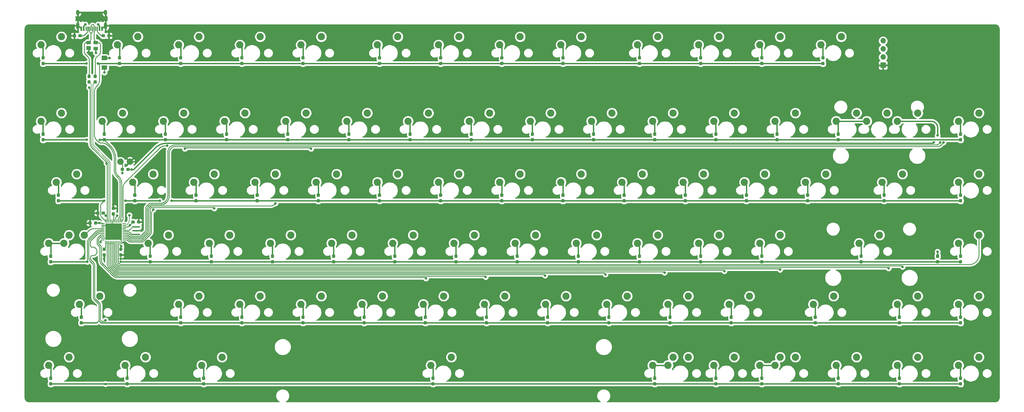
<source format=gbr>
G04 #@! TF.GenerationSoftware,KiCad,Pcbnew,(5.1.4)-1*
G04 #@! TF.CreationDate,2021-01-05T22:26:20-08:00*
G04 #@! TF.ProjectId,Seck_C_75,5365636b-5f43-45f3-9735-2e6b69636164,rev?*
G04 #@! TF.SameCoordinates,Original*
G04 #@! TF.FileFunction,Copper,L2,Bot*
G04 #@! TF.FilePolarity,Positive*
%FSLAX46Y46*%
G04 Gerber Fmt 4.6, Leading zero omitted, Abs format (unit mm)*
G04 Created by KiCad (PCBNEW (5.1.4)-1) date 2021-01-05 22:26:20*
%MOMM*%
%LPD*%
G04 APERTURE LIST*
%ADD10C,0.100000*%
%ADD11C,0.950000*%
%ADD12C,0.250000*%
%ADD13R,5.200000X5.200000*%
%ADD14C,2.250000*%
%ADD15O,1.700000X1.700000*%
%ADD16R,1.700000X1.700000*%
%ADD17C,2.000000*%
%ADD18C,0.400000*%
%ADD19O,1.000000X1.600000*%
%ADD20O,1.000000X2.100000*%
%ADD21R,0.300000X1.450000*%
%ADD22R,0.600000X1.450000*%
%ADD23C,1.425000*%
%ADD24R,1.400000X1.200000*%
%ADD25R,1.400000X1.000000*%
%ADD26C,0.800000*%
%ADD27C,0.400000*%
%ADD28C,0.254000*%
%ADD29C,0.250000*%
%ADD30C,0.200000*%
G04 APERTURE END LIST*
D10*
G36*
X304267029Y-122588644D02*
G01*
X304290084Y-122592063D01*
X304312693Y-122597727D01*
X304334637Y-122605579D01*
X304355707Y-122615544D01*
X304375698Y-122627526D01*
X304394418Y-122641410D01*
X304411688Y-122657062D01*
X304427340Y-122674332D01*
X304441224Y-122693052D01*
X304453206Y-122713043D01*
X304463171Y-122734113D01*
X304471023Y-122756057D01*
X304476687Y-122778666D01*
X304480106Y-122801721D01*
X304481250Y-122825000D01*
X304481250Y-123400000D01*
X304480106Y-123423279D01*
X304476687Y-123446334D01*
X304471023Y-123468943D01*
X304463171Y-123490887D01*
X304453206Y-123511957D01*
X304441224Y-123531948D01*
X304427340Y-123550668D01*
X304411688Y-123567938D01*
X304394418Y-123583590D01*
X304375698Y-123597474D01*
X304355707Y-123609456D01*
X304334637Y-123619421D01*
X304312693Y-123627273D01*
X304290084Y-123632937D01*
X304267029Y-123636356D01*
X304243750Y-123637500D01*
X303768750Y-123637500D01*
X303745471Y-123636356D01*
X303722416Y-123632937D01*
X303699807Y-123627273D01*
X303677863Y-123619421D01*
X303656793Y-123609456D01*
X303636802Y-123597474D01*
X303618082Y-123583590D01*
X303600812Y-123567938D01*
X303585160Y-123550668D01*
X303571276Y-123531948D01*
X303559294Y-123511957D01*
X303549329Y-123490887D01*
X303541477Y-123468943D01*
X303535813Y-123446334D01*
X303532394Y-123423279D01*
X303531250Y-123400000D01*
X303531250Y-122825000D01*
X303532394Y-122801721D01*
X303535813Y-122778666D01*
X303541477Y-122756057D01*
X303549329Y-122734113D01*
X303559294Y-122713043D01*
X303571276Y-122693052D01*
X303585160Y-122674332D01*
X303600812Y-122657062D01*
X303618082Y-122641410D01*
X303636802Y-122627526D01*
X303656793Y-122615544D01*
X303677863Y-122605579D01*
X303699807Y-122597727D01*
X303722416Y-122592063D01*
X303745471Y-122588644D01*
X303768750Y-122587500D01*
X304243750Y-122587500D01*
X304267029Y-122588644D01*
X304267029Y-122588644D01*
G37*
D11*
X304006250Y-123112500D03*
D10*
G36*
X304267029Y-120838644D02*
G01*
X304290084Y-120842063D01*
X304312693Y-120847727D01*
X304334637Y-120855579D01*
X304355707Y-120865544D01*
X304375698Y-120877526D01*
X304394418Y-120891410D01*
X304411688Y-120907062D01*
X304427340Y-120924332D01*
X304441224Y-120943052D01*
X304453206Y-120963043D01*
X304463171Y-120984113D01*
X304471023Y-121006057D01*
X304476687Y-121028666D01*
X304480106Y-121051721D01*
X304481250Y-121075000D01*
X304481250Y-121650000D01*
X304480106Y-121673279D01*
X304476687Y-121696334D01*
X304471023Y-121718943D01*
X304463171Y-121740887D01*
X304453206Y-121761957D01*
X304441224Y-121781948D01*
X304427340Y-121800668D01*
X304411688Y-121817938D01*
X304394418Y-121833590D01*
X304375698Y-121847474D01*
X304355707Y-121859456D01*
X304334637Y-121869421D01*
X304312693Y-121877273D01*
X304290084Y-121882937D01*
X304267029Y-121886356D01*
X304243750Y-121887500D01*
X303768750Y-121887500D01*
X303745471Y-121886356D01*
X303722416Y-121882937D01*
X303699807Y-121877273D01*
X303677863Y-121869421D01*
X303656793Y-121859456D01*
X303636802Y-121847474D01*
X303618082Y-121833590D01*
X303600812Y-121817938D01*
X303585160Y-121800668D01*
X303571276Y-121781948D01*
X303559294Y-121761957D01*
X303549329Y-121740887D01*
X303541477Y-121718943D01*
X303535813Y-121696334D01*
X303532394Y-121673279D01*
X303531250Y-121650000D01*
X303531250Y-121075000D01*
X303532394Y-121051721D01*
X303535813Y-121028666D01*
X303541477Y-121006057D01*
X303549329Y-120984113D01*
X303559294Y-120963043D01*
X303571276Y-120943052D01*
X303585160Y-120924332D01*
X303600812Y-120907062D01*
X303618082Y-120891410D01*
X303636802Y-120877526D01*
X303656793Y-120865544D01*
X303677863Y-120855579D01*
X303699807Y-120847727D01*
X303722416Y-120842063D01*
X303745471Y-120838644D01*
X303768750Y-120837500D01*
X304243750Y-120837500D01*
X304267029Y-120838644D01*
X304267029Y-120838644D01*
G37*
D11*
X304006250Y-121362500D03*
D10*
G36*
X285217029Y-122588644D02*
G01*
X285240084Y-122592063D01*
X285262693Y-122597727D01*
X285284637Y-122605579D01*
X285305707Y-122615544D01*
X285325698Y-122627526D01*
X285344418Y-122641410D01*
X285361688Y-122657062D01*
X285377340Y-122674332D01*
X285391224Y-122693052D01*
X285403206Y-122713043D01*
X285413171Y-122734113D01*
X285421023Y-122756057D01*
X285426687Y-122778666D01*
X285430106Y-122801721D01*
X285431250Y-122825000D01*
X285431250Y-123400000D01*
X285430106Y-123423279D01*
X285426687Y-123446334D01*
X285421023Y-123468943D01*
X285413171Y-123490887D01*
X285403206Y-123511957D01*
X285391224Y-123531948D01*
X285377340Y-123550668D01*
X285361688Y-123567938D01*
X285344418Y-123583590D01*
X285325698Y-123597474D01*
X285305707Y-123609456D01*
X285284637Y-123619421D01*
X285262693Y-123627273D01*
X285240084Y-123632937D01*
X285217029Y-123636356D01*
X285193750Y-123637500D01*
X284718750Y-123637500D01*
X284695471Y-123636356D01*
X284672416Y-123632937D01*
X284649807Y-123627273D01*
X284627863Y-123619421D01*
X284606793Y-123609456D01*
X284586802Y-123597474D01*
X284568082Y-123583590D01*
X284550812Y-123567938D01*
X284535160Y-123550668D01*
X284521276Y-123531948D01*
X284509294Y-123511957D01*
X284499329Y-123490887D01*
X284491477Y-123468943D01*
X284485813Y-123446334D01*
X284482394Y-123423279D01*
X284481250Y-123400000D01*
X284481250Y-122825000D01*
X284482394Y-122801721D01*
X284485813Y-122778666D01*
X284491477Y-122756057D01*
X284499329Y-122734113D01*
X284509294Y-122713043D01*
X284521276Y-122693052D01*
X284535160Y-122674332D01*
X284550812Y-122657062D01*
X284568082Y-122641410D01*
X284586802Y-122627526D01*
X284606793Y-122615544D01*
X284627863Y-122605579D01*
X284649807Y-122597727D01*
X284672416Y-122592063D01*
X284695471Y-122588644D01*
X284718750Y-122587500D01*
X285193750Y-122587500D01*
X285217029Y-122588644D01*
X285217029Y-122588644D01*
G37*
D11*
X284956250Y-123112500D03*
D10*
G36*
X285217029Y-120838644D02*
G01*
X285240084Y-120842063D01*
X285262693Y-120847727D01*
X285284637Y-120855579D01*
X285305707Y-120865544D01*
X285325698Y-120877526D01*
X285344418Y-120891410D01*
X285361688Y-120907062D01*
X285377340Y-120924332D01*
X285391224Y-120943052D01*
X285403206Y-120963043D01*
X285413171Y-120984113D01*
X285421023Y-121006057D01*
X285426687Y-121028666D01*
X285430106Y-121051721D01*
X285431250Y-121075000D01*
X285431250Y-121650000D01*
X285430106Y-121673279D01*
X285426687Y-121696334D01*
X285421023Y-121718943D01*
X285413171Y-121740887D01*
X285403206Y-121761957D01*
X285391224Y-121781948D01*
X285377340Y-121800668D01*
X285361688Y-121817938D01*
X285344418Y-121833590D01*
X285325698Y-121847474D01*
X285305707Y-121859456D01*
X285284637Y-121869421D01*
X285262693Y-121877273D01*
X285240084Y-121882937D01*
X285217029Y-121886356D01*
X285193750Y-121887500D01*
X284718750Y-121887500D01*
X284695471Y-121886356D01*
X284672416Y-121882937D01*
X284649807Y-121877273D01*
X284627863Y-121869421D01*
X284606793Y-121859456D01*
X284586802Y-121847474D01*
X284568082Y-121833590D01*
X284550812Y-121817938D01*
X284535160Y-121800668D01*
X284521276Y-121781948D01*
X284509294Y-121761957D01*
X284499329Y-121740887D01*
X284491477Y-121718943D01*
X284485813Y-121696334D01*
X284482394Y-121673279D01*
X284481250Y-121650000D01*
X284481250Y-121075000D01*
X284482394Y-121051721D01*
X284485813Y-121028666D01*
X284491477Y-121006057D01*
X284499329Y-120984113D01*
X284509294Y-120963043D01*
X284521276Y-120943052D01*
X284535160Y-120924332D01*
X284550812Y-120907062D01*
X284568082Y-120891410D01*
X284586802Y-120877526D01*
X284606793Y-120865544D01*
X284627863Y-120855579D01*
X284649807Y-120847727D01*
X284672416Y-120842063D01*
X284695471Y-120838644D01*
X284718750Y-120837500D01*
X285193750Y-120837500D01*
X285217029Y-120838644D01*
X285217029Y-120838644D01*
G37*
D11*
X284956250Y-121362500D03*
D10*
G36*
X266167029Y-122588644D02*
G01*
X266190084Y-122592063D01*
X266212693Y-122597727D01*
X266234637Y-122605579D01*
X266255707Y-122615544D01*
X266275698Y-122627526D01*
X266294418Y-122641410D01*
X266311688Y-122657062D01*
X266327340Y-122674332D01*
X266341224Y-122693052D01*
X266353206Y-122713043D01*
X266363171Y-122734113D01*
X266371023Y-122756057D01*
X266376687Y-122778666D01*
X266380106Y-122801721D01*
X266381250Y-122825000D01*
X266381250Y-123400000D01*
X266380106Y-123423279D01*
X266376687Y-123446334D01*
X266371023Y-123468943D01*
X266363171Y-123490887D01*
X266353206Y-123511957D01*
X266341224Y-123531948D01*
X266327340Y-123550668D01*
X266311688Y-123567938D01*
X266294418Y-123583590D01*
X266275698Y-123597474D01*
X266255707Y-123609456D01*
X266234637Y-123619421D01*
X266212693Y-123627273D01*
X266190084Y-123632937D01*
X266167029Y-123636356D01*
X266143750Y-123637500D01*
X265668750Y-123637500D01*
X265645471Y-123636356D01*
X265622416Y-123632937D01*
X265599807Y-123627273D01*
X265577863Y-123619421D01*
X265556793Y-123609456D01*
X265536802Y-123597474D01*
X265518082Y-123583590D01*
X265500812Y-123567938D01*
X265485160Y-123550668D01*
X265471276Y-123531948D01*
X265459294Y-123511957D01*
X265449329Y-123490887D01*
X265441477Y-123468943D01*
X265435813Y-123446334D01*
X265432394Y-123423279D01*
X265431250Y-123400000D01*
X265431250Y-122825000D01*
X265432394Y-122801721D01*
X265435813Y-122778666D01*
X265441477Y-122756057D01*
X265449329Y-122734113D01*
X265459294Y-122713043D01*
X265471276Y-122693052D01*
X265485160Y-122674332D01*
X265500812Y-122657062D01*
X265518082Y-122641410D01*
X265536802Y-122627526D01*
X265556793Y-122615544D01*
X265577863Y-122605579D01*
X265599807Y-122597727D01*
X265622416Y-122592063D01*
X265645471Y-122588644D01*
X265668750Y-122587500D01*
X266143750Y-122587500D01*
X266167029Y-122588644D01*
X266167029Y-122588644D01*
G37*
D11*
X265906250Y-123112500D03*
D10*
G36*
X266167029Y-120838644D02*
G01*
X266190084Y-120842063D01*
X266212693Y-120847727D01*
X266234637Y-120855579D01*
X266255707Y-120865544D01*
X266275698Y-120877526D01*
X266294418Y-120891410D01*
X266311688Y-120907062D01*
X266327340Y-120924332D01*
X266341224Y-120943052D01*
X266353206Y-120963043D01*
X266363171Y-120984113D01*
X266371023Y-121006057D01*
X266376687Y-121028666D01*
X266380106Y-121051721D01*
X266381250Y-121075000D01*
X266381250Y-121650000D01*
X266380106Y-121673279D01*
X266376687Y-121696334D01*
X266371023Y-121718943D01*
X266363171Y-121740887D01*
X266353206Y-121761957D01*
X266341224Y-121781948D01*
X266327340Y-121800668D01*
X266311688Y-121817938D01*
X266294418Y-121833590D01*
X266275698Y-121847474D01*
X266255707Y-121859456D01*
X266234637Y-121869421D01*
X266212693Y-121877273D01*
X266190084Y-121882937D01*
X266167029Y-121886356D01*
X266143750Y-121887500D01*
X265668750Y-121887500D01*
X265645471Y-121886356D01*
X265622416Y-121882937D01*
X265599807Y-121877273D01*
X265577863Y-121869421D01*
X265556793Y-121859456D01*
X265536802Y-121847474D01*
X265518082Y-121833590D01*
X265500812Y-121817938D01*
X265485160Y-121800668D01*
X265471276Y-121781948D01*
X265459294Y-121761957D01*
X265449329Y-121740887D01*
X265441477Y-121718943D01*
X265435813Y-121696334D01*
X265432394Y-121673279D01*
X265431250Y-121650000D01*
X265431250Y-121075000D01*
X265432394Y-121051721D01*
X265435813Y-121028666D01*
X265441477Y-121006057D01*
X265449329Y-120984113D01*
X265459294Y-120963043D01*
X265471276Y-120943052D01*
X265485160Y-120924332D01*
X265500812Y-120907062D01*
X265518082Y-120891410D01*
X265536802Y-120877526D01*
X265556793Y-120865544D01*
X265577863Y-120855579D01*
X265599807Y-120847727D01*
X265622416Y-120842063D01*
X265645471Y-120838644D01*
X265668750Y-120837500D01*
X266143750Y-120837500D01*
X266167029Y-120838644D01*
X266167029Y-120838644D01*
G37*
D11*
X265906250Y-121362500D03*
D10*
G36*
X242354529Y-122588644D02*
G01*
X242377584Y-122592063D01*
X242400193Y-122597727D01*
X242422137Y-122605579D01*
X242443207Y-122615544D01*
X242463198Y-122627526D01*
X242481918Y-122641410D01*
X242499188Y-122657062D01*
X242514840Y-122674332D01*
X242528724Y-122693052D01*
X242540706Y-122713043D01*
X242550671Y-122734113D01*
X242558523Y-122756057D01*
X242564187Y-122778666D01*
X242567606Y-122801721D01*
X242568750Y-122825000D01*
X242568750Y-123400000D01*
X242567606Y-123423279D01*
X242564187Y-123446334D01*
X242558523Y-123468943D01*
X242550671Y-123490887D01*
X242540706Y-123511957D01*
X242528724Y-123531948D01*
X242514840Y-123550668D01*
X242499188Y-123567938D01*
X242481918Y-123583590D01*
X242463198Y-123597474D01*
X242443207Y-123609456D01*
X242422137Y-123619421D01*
X242400193Y-123627273D01*
X242377584Y-123632937D01*
X242354529Y-123636356D01*
X242331250Y-123637500D01*
X241856250Y-123637500D01*
X241832971Y-123636356D01*
X241809916Y-123632937D01*
X241787307Y-123627273D01*
X241765363Y-123619421D01*
X241744293Y-123609456D01*
X241724302Y-123597474D01*
X241705582Y-123583590D01*
X241688312Y-123567938D01*
X241672660Y-123550668D01*
X241658776Y-123531948D01*
X241646794Y-123511957D01*
X241636829Y-123490887D01*
X241628977Y-123468943D01*
X241623313Y-123446334D01*
X241619894Y-123423279D01*
X241618750Y-123400000D01*
X241618750Y-122825000D01*
X241619894Y-122801721D01*
X241623313Y-122778666D01*
X241628977Y-122756057D01*
X241636829Y-122734113D01*
X241646794Y-122713043D01*
X241658776Y-122693052D01*
X241672660Y-122674332D01*
X241688312Y-122657062D01*
X241705582Y-122641410D01*
X241724302Y-122627526D01*
X241744293Y-122615544D01*
X241765363Y-122605579D01*
X241787307Y-122597727D01*
X241809916Y-122592063D01*
X241832971Y-122588644D01*
X241856250Y-122587500D01*
X242331250Y-122587500D01*
X242354529Y-122588644D01*
X242354529Y-122588644D01*
G37*
D11*
X242093750Y-123112500D03*
D10*
G36*
X242354529Y-120838644D02*
G01*
X242377584Y-120842063D01*
X242400193Y-120847727D01*
X242422137Y-120855579D01*
X242443207Y-120865544D01*
X242463198Y-120877526D01*
X242481918Y-120891410D01*
X242499188Y-120907062D01*
X242514840Y-120924332D01*
X242528724Y-120943052D01*
X242540706Y-120963043D01*
X242550671Y-120984113D01*
X242558523Y-121006057D01*
X242564187Y-121028666D01*
X242567606Y-121051721D01*
X242568750Y-121075000D01*
X242568750Y-121650000D01*
X242567606Y-121673279D01*
X242564187Y-121696334D01*
X242558523Y-121718943D01*
X242550671Y-121740887D01*
X242540706Y-121761957D01*
X242528724Y-121781948D01*
X242514840Y-121800668D01*
X242499188Y-121817938D01*
X242481918Y-121833590D01*
X242463198Y-121847474D01*
X242443207Y-121859456D01*
X242422137Y-121869421D01*
X242400193Y-121877273D01*
X242377584Y-121882937D01*
X242354529Y-121886356D01*
X242331250Y-121887500D01*
X241856250Y-121887500D01*
X241832971Y-121886356D01*
X241809916Y-121882937D01*
X241787307Y-121877273D01*
X241765363Y-121869421D01*
X241744293Y-121859456D01*
X241724302Y-121847474D01*
X241705582Y-121833590D01*
X241688312Y-121817938D01*
X241672660Y-121800668D01*
X241658776Y-121781948D01*
X241646794Y-121761957D01*
X241636829Y-121740887D01*
X241628977Y-121718943D01*
X241623313Y-121696334D01*
X241619894Y-121673279D01*
X241618750Y-121650000D01*
X241618750Y-121075000D01*
X241619894Y-121051721D01*
X241623313Y-121028666D01*
X241628977Y-121006057D01*
X241636829Y-120984113D01*
X241646794Y-120963043D01*
X241658776Y-120943052D01*
X241672660Y-120924332D01*
X241688312Y-120907062D01*
X241705582Y-120891410D01*
X241724302Y-120877526D01*
X241744293Y-120865544D01*
X241765363Y-120855579D01*
X241787307Y-120847727D01*
X241809916Y-120842063D01*
X241832971Y-120838644D01*
X241856250Y-120837500D01*
X242331250Y-120837500D01*
X242354529Y-120838644D01*
X242354529Y-120838644D01*
G37*
D11*
X242093750Y-121362500D03*
D10*
G36*
X228067029Y-122588644D02*
G01*
X228090084Y-122592063D01*
X228112693Y-122597727D01*
X228134637Y-122605579D01*
X228155707Y-122615544D01*
X228175698Y-122627526D01*
X228194418Y-122641410D01*
X228211688Y-122657062D01*
X228227340Y-122674332D01*
X228241224Y-122693052D01*
X228253206Y-122713043D01*
X228263171Y-122734113D01*
X228271023Y-122756057D01*
X228276687Y-122778666D01*
X228280106Y-122801721D01*
X228281250Y-122825000D01*
X228281250Y-123400000D01*
X228280106Y-123423279D01*
X228276687Y-123446334D01*
X228271023Y-123468943D01*
X228263171Y-123490887D01*
X228253206Y-123511957D01*
X228241224Y-123531948D01*
X228227340Y-123550668D01*
X228211688Y-123567938D01*
X228194418Y-123583590D01*
X228175698Y-123597474D01*
X228155707Y-123609456D01*
X228134637Y-123619421D01*
X228112693Y-123627273D01*
X228090084Y-123632937D01*
X228067029Y-123636356D01*
X228043750Y-123637500D01*
X227568750Y-123637500D01*
X227545471Y-123636356D01*
X227522416Y-123632937D01*
X227499807Y-123627273D01*
X227477863Y-123619421D01*
X227456793Y-123609456D01*
X227436802Y-123597474D01*
X227418082Y-123583590D01*
X227400812Y-123567938D01*
X227385160Y-123550668D01*
X227371276Y-123531948D01*
X227359294Y-123511957D01*
X227349329Y-123490887D01*
X227341477Y-123468943D01*
X227335813Y-123446334D01*
X227332394Y-123423279D01*
X227331250Y-123400000D01*
X227331250Y-122825000D01*
X227332394Y-122801721D01*
X227335813Y-122778666D01*
X227341477Y-122756057D01*
X227349329Y-122734113D01*
X227359294Y-122713043D01*
X227371276Y-122693052D01*
X227385160Y-122674332D01*
X227400812Y-122657062D01*
X227418082Y-122641410D01*
X227436802Y-122627526D01*
X227456793Y-122615544D01*
X227477863Y-122605579D01*
X227499807Y-122597727D01*
X227522416Y-122592063D01*
X227545471Y-122588644D01*
X227568750Y-122587500D01*
X228043750Y-122587500D01*
X228067029Y-122588644D01*
X228067029Y-122588644D01*
G37*
D11*
X227806250Y-123112500D03*
D10*
G36*
X228067029Y-120838644D02*
G01*
X228090084Y-120842063D01*
X228112693Y-120847727D01*
X228134637Y-120855579D01*
X228155707Y-120865544D01*
X228175698Y-120877526D01*
X228194418Y-120891410D01*
X228211688Y-120907062D01*
X228227340Y-120924332D01*
X228241224Y-120943052D01*
X228253206Y-120963043D01*
X228263171Y-120984113D01*
X228271023Y-121006057D01*
X228276687Y-121028666D01*
X228280106Y-121051721D01*
X228281250Y-121075000D01*
X228281250Y-121650000D01*
X228280106Y-121673279D01*
X228276687Y-121696334D01*
X228271023Y-121718943D01*
X228263171Y-121740887D01*
X228253206Y-121761957D01*
X228241224Y-121781948D01*
X228227340Y-121800668D01*
X228211688Y-121817938D01*
X228194418Y-121833590D01*
X228175698Y-121847474D01*
X228155707Y-121859456D01*
X228134637Y-121869421D01*
X228112693Y-121877273D01*
X228090084Y-121882937D01*
X228067029Y-121886356D01*
X228043750Y-121887500D01*
X227568750Y-121887500D01*
X227545471Y-121886356D01*
X227522416Y-121882937D01*
X227499807Y-121877273D01*
X227477863Y-121869421D01*
X227456793Y-121859456D01*
X227436802Y-121847474D01*
X227418082Y-121833590D01*
X227400812Y-121817938D01*
X227385160Y-121800668D01*
X227371276Y-121781948D01*
X227359294Y-121761957D01*
X227349329Y-121740887D01*
X227341477Y-121718943D01*
X227335813Y-121696334D01*
X227332394Y-121673279D01*
X227331250Y-121650000D01*
X227331250Y-121075000D01*
X227332394Y-121051721D01*
X227335813Y-121028666D01*
X227341477Y-121006057D01*
X227349329Y-120984113D01*
X227359294Y-120963043D01*
X227371276Y-120943052D01*
X227385160Y-120924332D01*
X227400812Y-120907062D01*
X227418082Y-120891410D01*
X227436802Y-120877526D01*
X227456793Y-120865544D01*
X227477863Y-120855579D01*
X227499807Y-120847727D01*
X227522416Y-120842063D01*
X227545471Y-120838644D01*
X227568750Y-120837500D01*
X228043750Y-120837500D01*
X228067029Y-120838644D01*
X228067029Y-120838644D01*
G37*
D11*
X227806250Y-121362500D03*
D10*
G36*
X209017029Y-122588644D02*
G01*
X209040084Y-122592063D01*
X209062693Y-122597727D01*
X209084637Y-122605579D01*
X209105707Y-122615544D01*
X209125698Y-122627526D01*
X209144418Y-122641410D01*
X209161688Y-122657062D01*
X209177340Y-122674332D01*
X209191224Y-122693052D01*
X209203206Y-122713043D01*
X209213171Y-122734113D01*
X209221023Y-122756057D01*
X209226687Y-122778666D01*
X209230106Y-122801721D01*
X209231250Y-122825000D01*
X209231250Y-123400000D01*
X209230106Y-123423279D01*
X209226687Y-123446334D01*
X209221023Y-123468943D01*
X209213171Y-123490887D01*
X209203206Y-123511957D01*
X209191224Y-123531948D01*
X209177340Y-123550668D01*
X209161688Y-123567938D01*
X209144418Y-123583590D01*
X209125698Y-123597474D01*
X209105707Y-123609456D01*
X209084637Y-123619421D01*
X209062693Y-123627273D01*
X209040084Y-123632937D01*
X209017029Y-123636356D01*
X208993750Y-123637500D01*
X208518750Y-123637500D01*
X208495471Y-123636356D01*
X208472416Y-123632937D01*
X208449807Y-123627273D01*
X208427863Y-123619421D01*
X208406793Y-123609456D01*
X208386802Y-123597474D01*
X208368082Y-123583590D01*
X208350812Y-123567938D01*
X208335160Y-123550668D01*
X208321276Y-123531948D01*
X208309294Y-123511957D01*
X208299329Y-123490887D01*
X208291477Y-123468943D01*
X208285813Y-123446334D01*
X208282394Y-123423279D01*
X208281250Y-123400000D01*
X208281250Y-122825000D01*
X208282394Y-122801721D01*
X208285813Y-122778666D01*
X208291477Y-122756057D01*
X208299329Y-122734113D01*
X208309294Y-122713043D01*
X208321276Y-122693052D01*
X208335160Y-122674332D01*
X208350812Y-122657062D01*
X208368082Y-122641410D01*
X208386802Y-122627526D01*
X208406793Y-122615544D01*
X208427863Y-122605579D01*
X208449807Y-122597727D01*
X208472416Y-122592063D01*
X208495471Y-122588644D01*
X208518750Y-122587500D01*
X208993750Y-122587500D01*
X209017029Y-122588644D01*
X209017029Y-122588644D01*
G37*
D11*
X208756250Y-123112500D03*
D10*
G36*
X209017029Y-120838644D02*
G01*
X209040084Y-120842063D01*
X209062693Y-120847727D01*
X209084637Y-120855579D01*
X209105707Y-120865544D01*
X209125698Y-120877526D01*
X209144418Y-120891410D01*
X209161688Y-120907062D01*
X209177340Y-120924332D01*
X209191224Y-120943052D01*
X209203206Y-120963043D01*
X209213171Y-120984113D01*
X209221023Y-121006057D01*
X209226687Y-121028666D01*
X209230106Y-121051721D01*
X209231250Y-121075000D01*
X209231250Y-121650000D01*
X209230106Y-121673279D01*
X209226687Y-121696334D01*
X209221023Y-121718943D01*
X209213171Y-121740887D01*
X209203206Y-121761957D01*
X209191224Y-121781948D01*
X209177340Y-121800668D01*
X209161688Y-121817938D01*
X209144418Y-121833590D01*
X209125698Y-121847474D01*
X209105707Y-121859456D01*
X209084637Y-121869421D01*
X209062693Y-121877273D01*
X209040084Y-121882937D01*
X209017029Y-121886356D01*
X208993750Y-121887500D01*
X208518750Y-121887500D01*
X208495471Y-121886356D01*
X208472416Y-121882937D01*
X208449807Y-121877273D01*
X208427863Y-121869421D01*
X208406793Y-121859456D01*
X208386802Y-121847474D01*
X208368082Y-121833590D01*
X208350812Y-121817938D01*
X208335160Y-121800668D01*
X208321276Y-121781948D01*
X208309294Y-121761957D01*
X208299329Y-121740887D01*
X208291477Y-121718943D01*
X208285813Y-121696334D01*
X208282394Y-121673279D01*
X208281250Y-121650000D01*
X208281250Y-121075000D01*
X208282394Y-121051721D01*
X208285813Y-121028666D01*
X208291477Y-121006057D01*
X208299329Y-120984113D01*
X208309294Y-120963043D01*
X208321276Y-120943052D01*
X208335160Y-120924332D01*
X208350812Y-120907062D01*
X208368082Y-120891410D01*
X208386802Y-120877526D01*
X208406793Y-120865544D01*
X208427863Y-120855579D01*
X208449807Y-120847727D01*
X208472416Y-120842063D01*
X208495471Y-120838644D01*
X208518750Y-120837500D01*
X208993750Y-120837500D01*
X209017029Y-120838644D01*
X209017029Y-120838644D01*
G37*
D11*
X208756250Y-121362500D03*
D10*
G36*
X139960779Y-122588644D02*
G01*
X139983834Y-122592063D01*
X140006443Y-122597727D01*
X140028387Y-122605579D01*
X140049457Y-122615544D01*
X140069448Y-122627526D01*
X140088168Y-122641410D01*
X140105438Y-122657062D01*
X140121090Y-122674332D01*
X140134974Y-122693052D01*
X140146956Y-122713043D01*
X140156921Y-122734113D01*
X140164773Y-122756057D01*
X140170437Y-122778666D01*
X140173856Y-122801721D01*
X140175000Y-122825000D01*
X140175000Y-123400000D01*
X140173856Y-123423279D01*
X140170437Y-123446334D01*
X140164773Y-123468943D01*
X140156921Y-123490887D01*
X140146956Y-123511957D01*
X140134974Y-123531948D01*
X140121090Y-123550668D01*
X140105438Y-123567938D01*
X140088168Y-123583590D01*
X140069448Y-123597474D01*
X140049457Y-123609456D01*
X140028387Y-123619421D01*
X140006443Y-123627273D01*
X139983834Y-123632937D01*
X139960779Y-123636356D01*
X139937500Y-123637500D01*
X139462500Y-123637500D01*
X139439221Y-123636356D01*
X139416166Y-123632937D01*
X139393557Y-123627273D01*
X139371613Y-123619421D01*
X139350543Y-123609456D01*
X139330552Y-123597474D01*
X139311832Y-123583590D01*
X139294562Y-123567938D01*
X139278910Y-123550668D01*
X139265026Y-123531948D01*
X139253044Y-123511957D01*
X139243079Y-123490887D01*
X139235227Y-123468943D01*
X139229563Y-123446334D01*
X139226144Y-123423279D01*
X139225000Y-123400000D01*
X139225000Y-122825000D01*
X139226144Y-122801721D01*
X139229563Y-122778666D01*
X139235227Y-122756057D01*
X139243079Y-122734113D01*
X139253044Y-122713043D01*
X139265026Y-122693052D01*
X139278910Y-122674332D01*
X139294562Y-122657062D01*
X139311832Y-122641410D01*
X139330552Y-122627526D01*
X139350543Y-122615544D01*
X139371613Y-122605579D01*
X139393557Y-122597727D01*
X139416166Y-122592063D01*
X139439221Y-122588644D01*
X139462500Y-122587500D01*
X139937500Y-122587500D01*
X139960779Y-122588644D01*
X139960779Y-122588644D01*
G37*
D11*
X139700000Y-123112500D03*
D10*
G36*
X139960779Y-120838644D02*
G01*
X139983834Y-120842063D01*
X140006443Y-120847727D01*
X140028387Y-120855579D01*
X140049457Y-120865544D01*
X140069448Y-120877526D01*
X140088168Y-120891410D01*
X140105438Y-120907062D01*
X140121090Y-120924332D01*
X140134974Y-120943052D01*
X140146956Y-120963043D01*
X140156921Y-120984113D01*
X140164773Y-121006057D01*
X140170437Y-121028666D01*
X140173856Y-121051721D01*
X140175000Y-121075000D01*
X140175000Y-121650000D01*
X140173856Y-121673279D01*
X140170437Y-121696334D01*
X140164773Y-121718943D01*
X140156921Y-121740887D01*
X140146956Y-121761957D01*
X140134974Y-121781948D01*
X140121090Y-121800668D01*
X140105438Y-121817938D01*
X140088168Y-121833590D01*
X140069448Y-121847474D01*
X140049457Y-121859456D01*
X140028387Y-121869421D01*
X140006443Y-121877273D01*
X139983834Y-121882937D01*
X139960779Y-121886356D01*
X139937500Y-121887500D01*
X139462500Y-121887500D01*
X139439221Y-121886356D01*
X139416166Y-121882937D01*
X139393557Y-121877273D01*
X139371613Y-121869421D01*
X139350543Y-121859456D01*
X139330552Y-121847474D01*
X139311832Y-121833590D01*
X139294562Y-121817938D01*
X139278910Y-121800668D01*
X139265026Y-121781948D01*
X139253044Y-121761957D01*
X139243079Y-121740887D01*
X139235227Y-121718943D01*
X139229563Y-121696334D01*
X139226144Y-121673279D01*
X139225000Y-121650000D01*
X139225000Y-121075000D01*
X139226144Y-121051721D01*
X139229563Y-121028666D01*
X139235227Y-121006057D01*
X139243079Y-120984113D01*
X139253044Y-120963043D01*
X139265026Y-120943052D01*
X139278910Y-120924332D01*
X139294562Y-120907062D01*
X139311832Y-120891410D01*
X139330552Y-120877526D01*
X139350543Y-120865544D01*
X139371613Y-120855579D01*
X139393557Y-120847727D01*
X139416166Y-120842063D01*
X139439221Y-120838644D01*
X139462500Y-120837500D01*
X139937500Y-120837500D01*
X139960779Y-120838644D01*
X139960779Y-120838644D01*
G37*
D11*
X139700000Y-121362500D03*
D10*
G36*
X68523279Y-122588644D02*
G01*
X68546334Y-122592063D01*
X68568943Y-122597727D01*
X68590887Y-122605579D01*
X68611957Y-122615544D01*
X68631948Y-122627526D01*
X68650668Y-122641410D01*
X68667938Y-122657062D01*
X68683590Y-122674332D01*
X68697474Y-122693052D01*
X68709456Y-122713043D01*
X68719421Y-122734113D01*
X68727273Y-122756057D01*
X68732937Y-122778666D01*
X68736356Y-122801721D01*
X68737500Y-122825000D01*
X68737500Y-123400000D01*
X68736356Y-123423279D01*
X68732937Y-123446334D01*
X68727273Y-123468943D01*
X68719421Y-123490887D01*
X68709456Y-123511957D01*
X68697474Y-123531948D01*
X68683590Y-123550668D01*
X68667938Y-123567938D01*
X68650668Y-123583590D01*
X68631948Y-123597474D01*
X68611957Y-123609456D01*
X68590887Y-123619421D01*
X68568943Y-123627273D01*
X68546334Y-123632937D01*
X68523279Y-123636356D01*
X68500000Y-123637500D01*
X68025000Y-123637500D01*
X68001721Y-123636356D01*
X67978666Y-123632937D01*
X67956057Y-123627273D01*
X67934113Y-123619421D01*
X67913043Y-123609456D01*
X67893052Y-123597474D01*
X67874332Y-123583590D01*
X67857062Y-123567938D01*
X67841410Y-123550668D01*
X67827526Y-123531948D01*
X67815544Y-123511957D01*
X67805579Y-123490887D01*
X67797727Y-123468943D01*
X67792063Y-123446334D01*
X67788644Y-123423279D01*
X67787500Y-123400000D01*
X67787500Y-122825000D01*
X67788644Y-122801721D01*
X67792063Y-122778666D01*
X67797727Y-122756057D01*
X67805579Y-122734113D01*
X67815544Y-122713043D01*
X67827526Y-122693052D01*
X67841410Y-122674332D01*
X67857062Y-122657062D01*
X67874332Y-122641410D01*
X67893052Y-122627526D01*
X67913043Y-122615544D01*
X67934113Y-122605579D01*
X67956057Y-122597727D01*
X67978666Y-122592063D01*
X68001721Y-122588644D01*
X68025000Y-122587500D01*
X68500000Y-122587500D01*
X68523279Y-122588644D01*
X68523279Y-122588644D01*
G37*
D11*
X68262500Y-123112500D03*
D10*
G36*
X68523279Y-120838644D02*
G01*
X68546334Y-120842063D01*
X68568943Y-120847727D01*
X68590887Y-120855579D01*
X68611957Y-120865544D01*
X68631948Y-120877526D01*
X68650668Y-120891410D01*
X68667938Y-120907062D01*
X68683590Y-120924332D01*
X68697474Y-120943052D01*
X68709456Y-120963043D01*
X68719421Y-120984113D01*
X68727273Y-121006057D01*
X68732937Y-121028666D01*
X68736356Y-121051721D01*
X68737500Y-121075000D01*
X68737500Y-121650000D01*
X68736356Y-121673279D01*
X68732937Y-121696334D01*
X68727273Y-121718943D01*
X68719421Y-121740887D01*
X68709456Y-121761957D01*
X68697474Y-121781948D01*
X68683590Y-121800668D01*
X68667938Y-121817938D01*
X68650668Y-121833590D01*
X68631948Y-121847474D01*
X68611957Y-121859456D01*
X68590887Y-121869421D01*
X68568943Y-121877273D01*
X68546334Y-121882937D01*
X68523279Y-121886356D01*
X68500000Y-121887500D01*
X68025000Y-121887500D01*
X68001721Y-121886356D01*
X67978666Y-121882937D01*
X67956057Y-121877273D01*
X67934113Y-121869421D01*
X67913043Y-121859456D01*
X67893052Y-121847474D01*
X67874332Y-121833590D01*
X67857062Y-121817938D01*
X67841410Y-121800668D01*
X67827526Y-121781948D01*
X67815544Y-121761957D01*
X67805579Y-121740887D01*
X67797727Y-121718943D01*
X67792063Y-121696334D01*
X67788644Y-121673279D01*
X67787500Y-121650000D01*
X67787500Y-121075000D01*
X67788644Y-121051721D01*
X67792063Y-121028666D01*
X67797727Y-121006057D01*
X67805579Y-120984113D01*
X67815544Y-120963043D01*
X67827526Y-120943052D01*
X67841410Y-120924332D01*
X67857062Y-120907062D01*
X67874332Y-120891410D01*
X67893052Y-120877526D01*
X67913043Y-120865544D01*
X67934113Y-120855579D01*
X67956057Y-120847727D01*
X67978666Y-120842063D01*
X68001721Y-120838644D01*
X68025000Y-120837500D01*
X68500000Y-120837500D01*
X68523279Y-120838644D01*
X68523279Y-120838644D01*
G37*
D11*
X68262500Y-121362500D03*
D10*
G36*
X44710779Y-122588644D02*
G01*
X44733834Y-122592063D01*
X44756443Y-122597727D01*
X44778387Y-122605579D01*
X44799457Y-122615544D01*
X44819448Y-122627526D01*
X44838168Y-122641410D01*
X44855438Y-122657062D01*
X44871090Y-122674332D01*
X44884974Y-122693052D01*
X44896956Y-122713043D01*
X44906921Y-122734113D01*
X44914773Y-122756057D01*
X44920437Y-122778666D01*
X44923856Y-122801721D01*
X44925000Y-122825000D01*
X44925000Y-123400000D01*
X44923856Y-123423279D01*
X44920437Y-123446334D01*
X44914773Y-123468943D01*
X44906921Y-123490887D01*
X44896956Y-123511957D01*
X44884974Y-123531948D01*
X44871090Y-123550668D01*
X44855438Y-123567938D01*
X44838168Y-123583590D01*
X44819448Y-123597474D01*
X44799457Y-123609456D01*
X44778387Y-123619421D01*
X44756443Y-123627273D01*
X44733834Y-123632937D01*
X44710779Y-123636356D01*
X44687500Y-123637500D01*
X44212500Y-123637500D01*
X44189221Y-123636356D01*
X44166166Y-123632937D01*
X44143557Y-123627273D01*
X44121613Y-123619421D01*
X44100543Y-123609456D01*
X44080552Y-123597474D01*
X44061832Y-123583590D01*
X44044562Y-123567938D01*
X44028910Y-123550668D01*
X44015026Y-123531948D01*
X44003044Y-123511957D01*
X43993079Y-123490887D01*
X43985227Y-123468943D01*
X43979563Y-123446334D01*
X43976144Y-123423279D01*
X43975000Y-123400000D01*
X43975000Y-122825000D01*
X43976144Y-122801721D01*
X43979563Y-122778666D01*
X43985227Y-122756057D01*
X43993079Y-122734113D01*
X44003044Y-122713043D01*
X44015026Y-122693052D01*
X44028910Y-122674332D01*
X44044562Y-122657062D01*
X44061832Y-122641410D01*
X44080552Y-122627526D01*
X44100543Y-122615544D01*
X44121613Y-122605579D01*
X44143557Y-122597727D01*
X44166166Y-122592063D01*
X44189221Y-122588644D01*
X44212500Y-122587500D01*
X44687500Y-122587500D01*
X44710779Y-122588644D01*
X44710779Y-122588644D01*
G37*
D11*
X44450000Y-123112500D03*
D10*
G36*
X44710779Y-120838644D02*
G01*
X44733834Y-120842063D01*
X44756443Y-120847727D01*
X44778387Y-120855579D01*
X44799457Y-120865544D01*
X44819448Y-120877526D01*
X44838168Y-120891410D01*
X44855438Y-120907062D01*
X44871090Y-120924332D01*
X44884974Y-120943052D01*
X44896956Y-120963043D01*
X44906921Y-120984113D01*
X44914773Y-121006057D01*
X44920437Y-121028666D01*
X44923856Y-121051721D01*
X44925000Y-121075000D01*
X44925000Y-121650000D01*
X44923856Y-121673279D01*
X44920437Y-121696334D01*
X44914773Y-121718943D01*
X44906921Y-121740887D01*
X44896956Y-121761957D01*
X44884974Y-121781948D01*
X44871090Y-121800668D01*
X44855438Y-121817938D01*
X44838168Y-121833590D01*
X44819448Y-121847474D01*
X44799457Y-121859456D01*
X44778387Y-121869421D01*
X44756443Y-121877273D01*
X44733834Y-121882937D01*
X44710779Y-121886356D01*
X44687500Y-121887500D01*
X44212500Y-121887500D01*
X44189221Y-121886356D01*
X44166166Y-121882937D01*
X44143557Y-121877273D01*
X44121613Y-121869421D01*
X44100543Y-121859456D01*
X44080552Y-121847474D01*
X44061832Y-121833590D01*
X44044562Y-121817938D01*
X44028910Y-121800668D01*
X44015026Y-121781948D01*
X44003044Y-121761957D01*
X43993079Y-121740887D01*
X43985227Y-121718943D01*
X43979563Y-121696334D01*
X43976144Y-121673279D01*
X43975000Y-121650000D01*
X43975000Y-121075000D01*
X43976144Y-121051721D01*
X43979563Y-121028666D01*
X43985227Y-121006057D01*
X43993079Y-120984113D01*
X44003044Y-120963043D01*
X44015026Y-120943052D01*
X44028910Y-120924332D01*
X44044562Y-120907062D01*
X44061832Y-120891410D01*
X44080552Y-120877526D01*
X44100543Y-120865544D01*
X44121613Y-120855579D01*
X44143557Y-120847727D01*
X44166166Y-120842063D01*
X44189221Y-120838644D01*
X44212500Y-120837500D01*
X44687500Y-120837500D01*
X44710779Y-120838644D01*
X44710779Y-120838644D01*
G37*
D11*
X44450000Y-121362500D03*
D10*
G36*
X20898279Y-122588644D02*
G01*
X20921334Y-122592063D01*
X20943943Y-122597727D01*
X20965887Y-122605579D01*
X20986957Y-122615544D01*
X21006948Y-122627526D01*
X21025668Y-122641410D01*
X21042938Y-122657062D01*
X21058590Y-122674332D01*
X21072474Y-122693052D01*
X21084456Y-122713043D01*
X21094421Y-122734113D01*
X21102273Y-122756057D01*
X21107937Y-122778666D01*
X21111356Y-122801721D01*
X21112500Y-122825000D01*
X21112500Y-123400000D01*
X21111356Y-123423279D01*
X21107937Y-123446334D01*
X21102273Y-123468943D01*
X21094421Y-123490887D01*
X21084456Y-123511957D01*
X21072474Y-123531948D01*
X21058590Y-123550668D01*
X21042938Y-123567938D01*
X21025668Y-123583590D01*
X21006948Y-123597474D01*
X20986957Y-123609456D01*
X20965887Y-123619421D01*
X20943943Y-123627273D01*
X20921334Y-123632937D01*
X20898279Y-123636356D01*
X20875000Y-123637500D01*
X20400000Y-123637500D01*
X20376721Y-123636356D01*
X20353666Y-123632937D01*
X20331057Y-123627273D01*
X20309113Y-123619421D01*
X20288043Y-123609456D01*
X20268052Y-123597474D01*
X20249332Y-123583590D01*
X20232062Y-123567938D01*
X20216410Y-123550668D01*
X20202526Y-123531948D01*
X20190544Y-123511957D01*
X20180579Y-123490887D01*
X20172727Y-123468943D01*
X20167063Y-123446334D01*
X20163644Y-123423279D01*
X20162500Y-123400000D01*
X20162500Y-122825000D01*
X20163644Y-122801721D01*
X20167063Y-122778666D01*
X20172727Y-122756057D01*
X20180579Y-122734113D01*
X20190544Y-122713043D01*
X20202526Y-122693052D01*
X20216410Y-122674332D01*
X20232062Y-122657062D01*
X20249332Y-122641410D01*
X20268052Y-122627526D01*
X20288043Y-122615544D01*
X20309113Y-122605579D01*
X20331057Y-122597727D01*
X20353666Y-122592063D01*
X20376721Y-122588644D01*
X20400000Y-122587500D01*
X20875000Y-122587500D01*
X20898279Y-122588644D01*
X20898279Y-122588644D01*
G37*
D11*
X20637500Y-123112500D03*
D10*
G36*
X20898279Y-120838644D02*
G01*
X20921334Y-120842063D01*
X20943943Y-120847727D01*
X20965887Y-120855579D01*
X20986957Y-120865544D01*
X21006948Y-120877526D01*
X21025668Y-120891410D01*
X21042938Y-120907062D01*
X21058590Y-120924332D01*
X21072474Y-120943052D01*
X21084456Y-120963043D01*
X21094421Y-120984113D01*
X21102273Y-121006057D01*
X21107937Y-121028666D01*
X21111356Y-121051721D01*
X21112500Y-121075000D01*
X21112500Y-121650000D01*
X21111356Y-121673279D01*
X21107937Y-121696334D01*
X21102273Y-121718943D01*
X21094421Y-121740887D01*
X21084456Y-121761957D01*
X21072474Y-121781948D01*
X21058590Y-121800668D01*
X21042938Y-121817938D01*
X21025668Y-121833590D01*
X21006948Y-121847474D01*
X20986957Y-121859456D01*
X20965887Y-121869421D01*
X20943943Y-121877273D01*
X20921334Y-121882937D01*
X20898279Y-121886356D01*
X20875000Y-121887500D01*
X20400000Y-121887500D01*
X20376721Y-121886356D01*
X20353666Y-121882937D01*
X20331057Y-121877273D01*
X20309113Y-121869421D01*
X20288043Y-121859456D01*
X20268052Y-121847474D01*
X20249332Y-121833590D01*
X20232062Y-121817938D01*
X20216410Y-121800668D01*
X20202526Y-121781948D01*
X20190544Y-121761957D01*
X20180579Y-121740887D01*
X20172727Y-121718943D01*
X20167063Y-121696334D01*
X20163644Y-121673279D01*
X20162500Y-121650000D01*
X20162500Y-121075000D01*
X20163644Y-121051721D01*
X20167063Y-121028666D01*
X20172727Y-121006057D01*
X20180579Y-120984113D01*
X20190544Y-120963043D01*
X20202526Y-120943052D01*
X20216410Y-120924332D01*
X20232062Y-120907062D01*
X20249332Y-120891410D01*
X20268052Y-120877526D01*
X20288043Y-120865544D01*
X20309113Y-120855579D01*
X20331057Y-120847727D01*
X20353666Y-120842063D01*
X20376721Y-120838644D01*
X20400000Y-120837500D01*
X20875000Y-120837500D01*
X20898279Y-120838644D01*
X20898279Y-120838644D01*
G37*
D11*
X20637500Y-121362500D03*
D10*
G36*
X304267029Y-103538644D02*
G01*
X304290084Y-103542063D01*
X304312693Y-103547727D01*
X304334637Y-103555579D01*
X304355707Y-103565544D01*
X304375698Y-103577526D01*
X304394418Y-103591410D01*
X304411688Y-103607062D01*
X304427340Y-103624332D01*
X304441224Y-103643052D01*
X304453206Y-103663043D01*
X304463171Y-103684113D01*
X304471023Y-103706057D01*
X304476687Y-103728666D01*
X304480106Y-103751721D01*
X304481250Y-103775000D01*
X304481250Y-104350000D01*
X304480106Y-104373279D01*
X304476687Y-104396334D01*
X304471023Y-104418943D01*
X304463171Y-104440887D01*
X304453206Y-104461957D01*
X304441224Y-104481948D01*
X304427340Y-104500668D01*
X304411688Y-104517938D01*
X304394418Y-104533590D01*
X304375698Y-104547474D01*
X304355707Y-104559456D01*
X304334637Y-104569421D01*
X304312693Y-104577273D01*
X304290084Y-104582937D01*
X304267029Y-104586356D01*
X304243750Y-104587500D01*
X303768750Y-104587500D01*
X303745471Y-104586356D01*
X303722416Y-104582937D01*
X303699807Y-104577273D01*
X303677863Y-104569421D01*
X303656793Y-104559456D01*
X303636802Y-104547474D01*
X303618082Y-104533590D01*
X303600812Y-104517938D01*
X303585160Y-104500668D01*
X303571276Y-104481948D01*
X303559294Y-104461957D01*
X303549329Y-104440887D01*
X303541477Y-104418943D01*
X303535813Y-104396334D01*
X303532394Y-104373279D01*
X303531250Y-104350000D01*
X303531250Y-103775000D01*
X303532394Y-103751721D01*
X303535813Y-103728666D01*
X303541477Y-103706057D01*
X303549329Y-103684113D01*
X303559294Y-103663043D01*
X303571276Y-103643052D01*
X303585160Y-103624332D01*
X303600812Y-103607062D01*
X303618082Y-103591410D01*
X303636802Y-103577526D01*
X303656793Y-103565544D01*
X303677863Y-103555579D01*
X303699807Y-103547727D01*
X303722416Y-103542063D01*
X303745471Y-103538644D01*
X303768750Y-103537500D01*
X304243750Y-103537500D01*
X304267029Y-103538644D01*
X304267029Y-103538644D01*
G37*
D11*
X304006250Y-104062500D03*
D10*
G36*
X304267029Y-101788644D02*
G01*
X304290084Y-101792063D01*
X304312693Y-101797727D01*
X304334637Y-101805579D01*
X304355707Y-101815544D01*
X304375698Y-101827526D01*
X304394418Y-101841410D01*
X304411688Y-101857062D01*
X304427340Y-101874332D01*
X304441224Y-101893052D01*
X304453206Y-101913043D01*
X304463171Y-101934113D01*
X304471023Y-101956057D01*
X304476687Y-101978666D01*
X304480106Y-102001721D01*
X304481250Y-102025000D01*
X304481250Y-102600000D01*
X304480106Y-102623279D01*
X304476687Y-102646334D01*
X304471023Y-102668943D01*
X304463171Y-102690887D01*
X304453206Y-102711957D01*
X304441224Y-102731948D01*
X304427340Y-102750668D01*
X304411688Y-102767938D01*
X304394418Y-102783590D01*
X304375698Y-102797474D01*
X304355707Y-102809456D01*
X304334637Y-102819421D01*
X304312693Y-102827273D01*
X304290084Y-102832937D01*
X304267029Y-102836356D01*
X304243750Y-102837500D01*
X303768750Y-102837500D01*
X303745471Y-102836356D01*
X303722416Y-102832937D01*
X303699807Y-102827273D01*
X303677863Y-102819421D01*
X303656793Y-102809456D01*
X303636802Y-102797474D01*
X303618082Y-102783590D01*
X303600812Y-102767938D01*
X303585160Y-102750668D01*
X303571276Y-102731948D01*
X303559294Y-102711957D01*
X303549329Y-102690887D01*
X303541477Y-102668943D01*
X303535813Y-102646334D01*
X303532394Y-102623279D01*
X303531250Y-102600000D01*
X303531250Y-102025000D01*
X303532394Y-102001721D01*
X303535813Y-101978666D01*
X303541477Y-101956057D01*
X303549329Y-101934113D01*
X303559294Y-101913043D01*
X303571276Y-101893052D01*
X303585160Y-101874332D01*
X303600812Y-101857062D01*
X303618082Y-101841410D01*
X303636802Y-101827526D01*
X303656793Y-101815544D01*
X303677863Y-101805579D01*
X303699807Y-101797727D01*
X303722416Y-101792063D01*
X303745471Y-101788644D01*
X303768750Y-101787500D01*
X304243750Y-101787500D01*
X304267029Y-101788644D01*
X304267029Y-101788644D01*
G37*
D11*
X304006250Y-102312500D03*
D10*
G36*
X285217029Y-103538644D02*
G01*
X285240084Y-103542063D01*
X285262693Y-103547727D01*
X285284637Y-103555579D01*
X285305707Y-103565544D01*
X285325698Y-103577526D01*
X285344418Y-103591410D01*
X285361688Y-103607062D01*
X285377340Y-103624332D01*
X285391224Y-103643052D01*
X285403206Y-103663043D01*
X285413171Y-103684113D01*
X285421023Y-103706057D01*
X285426687Y-103728666D01*
X285430106Y-103751721D01*
X285431250Y-103775000D01*
X285431250Y-104350000D01*
X285430106Y-104373279D01*
X285426687Y-104396334D01*
X285421023Y-104418943D01*
X285413171Y-104440887D01*
X285403206Y-104461957D01*
X285391224Y-104481948D01*
X285377340Y-104500668D01*
X285361688Y-104517938D01*
X285344418Y-104533590D01*
X285325698Y-104547474D01*
X285305707Y-104559456D01*
X285284637Y-104569421D01*
X285262693Y-104577273D01*
X285240084Y-104582937D01*
X285217029Y-104586356D01*
X285193750Y-104587500D01*
X284718750Y-104587500D01*
X284695471Y-104586356D01*
X284672416Y-104582937D01*
X284649807Y-104577273D01*
X284627863Y-104569421D01*
X284606793Y-104559456D01*
X284586802Y-104547474D01*
X284568082Y-104533590D01*
X284550812Y-104517938D01*
X284535160Y-104500668D01*
X284521276Y-104481948D01*
X284509294Y-104461957D01*
X284499329Y-104440887D01*
X284491477Y-104418943D01*
X284485813Y-104396334D01*
X284482394Y-104373279D01*
X284481250Y-104350000D01*
X284481250Y-103775000D01*
X284482394Y-103751721D01*
X284485813Y-103728666D01*
X284491477Y-103706057D01*
X284499329Y-103684113D01*
X284509294Y-103663043D01*
X284521276Y-103643052D01*
X284535160Y-103624332D01*
X284550812Y-103607062D01*
X284568082Y-103591410D01*
X284586802Y-103577526D01*
X284606793Y-103565544D01*
X284627863Y-103555579D01*
X284649807Y-103547727D01*
X284672416Y-103542063D01*
X284695471Y-103538644D01*
X284718750Y-103537500D01*
X285193750Y-103537500D01*
X285217029Y-103538644D01*
X285217029Y-103538644D01*
G37*
D11*
X284956250Y-104062500D03*
D10*
G36*
X285217029Y-101788644D02*
G01*
X285240084Y-101792063D01*
X285262693Y-101797727D01*
X285284637Y-101805579D01*
X285305707Y-101815544D01*
X285325698Y-101827526D01*
X285344418Y-101841410D01*
X285361688Y-101857062D01*
X285377340Y-101874332D01*
X285391224Y-101893052D01*
X285403206Y-101913043D01*
X285413171Y-101934113D01*
X285421023Y-101956057D01*
X285426687Y-101978666D01*
X285430106Y-102001721D01*
X285431250Y-102025000D01*
X285431250Y-102600000D01*
X285430106Y-102623279D01*
X285426687Y-102646334D01*
X285421023Y-102668943D01*
X285413171Y-102690887D01*
X285403206Y-102711957D01*
X285391224Y-102731948D01*
X285377340Y-102750668D01*
X285361688Y-102767938D01*
X285344418Y-102783590D01*
X285325698Y-102797474D01*
X285305707Y-102809456D01*
X285284637Y-102819421D01*
X285262693Y-102827273D01*
X285240084Y-102832937D01*
X285217029Y-102836356D01*
X285193750Y-102837500D01*
X284718750Y-102837500D01*
X284695471Y-102836356D01*
X284672416Y-102832937D01*
X284649807Y-102827273D01*
X284627863Y-102819421D01*
X284606793Y-102809456D01*
X284586802Y-102797474D01*
X284568082Y-102783590D01*
X284550812Y-102767938D01*
X284535160Y-102750668D01*
X284521276Y-102731948D01*
X284509294Y-102711957D01*
X284499329Y-102690887D01*
X284491477Y-102668943D01*
X284485813Y-102646334D01*
X284482394Y-102623279D01*
X284481250Y-102600000D01*
X284481250Y-102025000D01*
X284482394Y-102001721D01*
X284485813Y-101978666D01*
X284491477Y-101956057D01*
X284499329Y-101934113D01*
X284509294Y-101913043D01*
X284521276Y-101893052D01*
X284535160Y-101874332D01*
X284550812Y-101857062D01*
X284568082Y-101841410D01*
X284586802Y-101827526D01*
X284606793Y-101815544D01*
X284627863Y-101805579D01*
X284649807Y-101797727D01*
X284672416Y-101792063D01*
X284695471Y-101788644D01*
X284718750Y-101787500D01*
X285193750Y-101787500D01*
X285217029Y-101788644D01*
X285217029Y-101788644D01*
G37*
D11*
X284956250Y-102312500D03*
D10*
G36*
X259023279Y-103538644D02*
G01*
X259046334Y-103542063D01*
X259068943Y-103547727D01*
X259090887Y-103555579D01*
X259111957Y-103565544D01*
X259131948Y-103577526D01*
X259150668Y-103591410D01*
X259167938Y-103607062D01*
X259183590Y-103624332D01*
X259197474Y-103643052D01*
X259209456Y-103663043D01*
X259219421Y-103684113D01*
X259227273Y-103706057D01*
X259232937Y-103728666D01*
X259236356Y-103751721D01*
X259237500Y-103775000D01*
X259237500Y-104350000D01*
X259236356Y-104373279D01*
X259232937Y-104396334D01*
X259227273Y-104418943D01*
X259219421Y-104440887D01*
X259209456Y-104461957D01*
X259197474Y-104481948D01*
X259183590Y-104500668D01*
X259167938Y-104517938D01*
X259150668Y-104533590D01*
X259131948Y-104547474D01*
X259111957Y-104559456D01*
X259090887Y-104569421D01*
X259068943Y-104577273D01*
X259046334Y-104582937D01*
X259023279Y-104586356D01*
X259000000Y-104587500D01*
X258525000Y-104587500D01*
X258501721Y-104586356D01*
X258478666Y-104582937D01*
X258456057Y-104577273D01*
X258434113Y-104569421D01*
X258413043Y-104559456D01*
X258393052Y-104547474D01*
X258374332Y-104533590D01*
X258357062Y-104517938D01*
X258341410Y-104500668D01*
X258327526Y-104481948D01*
X258315544Y-104461957D01*
X258305579Y-104440887D01*
X258297727Y-104418943D01*
X258292063Y-104396334D01*
X258288644Y-104373279D01*
X258287500Y-104350000D01*
X258287500Y-103775000D01*
X258288644Y-103751721D01*
X258292063Y-103728666D01*
X258297727Y-103706057D01*
X258305579Y-103684113D01*
X258315544Y-103663043D01*
X258327526Y-103643052D01*
X258341410Y-103624332D01*
X258357062Y-103607062D01*
X258374332Y-103591410D01*
X258393052Y-103577526D01*
X258413043Y-103565544D01*
X258434113Y-103555579D01*
X258456057Y-103547727D01*
X258478666Y-103542063D01*
X258501721Y-103538644D01*
X258525000Y-103537500D01*
X259000000Y-103537500D01*
X259023279Y-103538644D01*
X259023279Y-103538644D01*
G37*
D11*
X258762500Y-104062500D03*
D10*
G36*
X259023279Y-101788644D02*
G01*
X259046334Y-101792063D01*
X259068943Y-101797727D01*
X259090887Y-101805579D01*
X259111957Y-101815544D01*
X259131948Y-101827526D01*
X259150668Y-101841410D01*
X259167938Y-101857062D01*
X259183590Y-101874332D01*
X259197474Y-101893052D01*
X259209456Y-101913043D01*
X259219421Y-101934113D01*
X259227273Y-101956057D01*
X259232937Y-101978666D01*
X259236356Y-102001721D01*
X259237500Y-102025000D01*
X259237500Y-102600000D01*
X259236356Y-102623279D01*
X259232937Y-102646334D01*
X259227273Y-102668943D01*
X259219421Y-102690887D01*
X259209456Y-102711957D01*
X259197474Y-102731948D01*
X259183590Y-102750668D01*
X259167938Y-102767938D01*
X259150668Y-102783590D01*
X259131948Y-102797474D01*
X259111957Y-102809456D01*
X259090887Y-102819421D01*
X259068943Y-102827273D01*
X259046334Y-102832937D01*
X259023279Y-102836356D01*
X259000000Y-102837500D01*
X258525000Y-102837500D01*
X258501721Y-102836356D01*
X258478666Y-102832937D01*
X258456057Y-102827273D01*
X258434113Y-102819421D01*
X258413043Y-102809456D01*
X258393052Y-102797474D01*
X258374332Y-102783590D01*
X258357062Y-102767938D01*
X258341410Y-102750668D01*
X258327526Y-102731948D01*
X258315544Y-102711957D01*
X258305579Y-102690887D01*
X258297727Y-102668943D01*
X258292063Y-102646334D01*
X258288644Y-102623279D01*
X258287500Y-102600000D01*
X258287500Y-102025000D01*
X258288644Y-102001721D01*
X258292063Y-101978666D01*
X258297727Y-101956057D01*
X258305579Y-101934113D01*
X258315544Y-101913043D01*
X258327526Y-101893052D01*
X258341410Y-101874332D01*
X258357062Y-101857062D01*
X258374332Y-101841410D01*
X258393052Y-101827526D01*
X258413043Y-101815544D01*
X258434113Y-101805579D01*
X258456057Y-101797727D01*
X258478666Y-101792063D01*
X258501721Y-101788644D01*
X258525000Y-101787500D01*
X259000000Y-101787500D01*
X259023279Y-101788644D01*
X259023279Y-101788644D01*
G37*
D11*
X258762500Y-102312500D03*
D10*
G36*
X232829529Y-103538644D02*
G01*
X232852584Y-103542063D01*
X232875193Y-103547727D01*
X232897137Y-103555579D01*
X232918207Y-103565544D01*
X232938198Y-103577526D01*
X232956918Y-103591410D01*
X232974188Y-103607062D01*
X232989840Y-103624332D01*
X233003724Y-103643052D01*
X233015706Y-103663043D01*
X233025671Y-103684113D01*
X233033523Y-103706057D01*
X233039187Y-103728666D01*
X233042606Y-103751721D01*
X233043750Y-103775000D01*
X233043750Y-104350000D01*
X233042606Y-104373279D01*
X233039187Y-104396334D01*
X233033523Y-104418943D01*
X233025671Y-104440887D01*
X233015706Y-104461957D01*
X233003724Y-104481948D01*
X232989840Y-104500668D01*
X232974188Y-104517938D01*
X232956918Y-104533590D01*
X232938198Y-104547474D01*
X232918207Y-104559456D01*
X232897137Y-104569421D01*
X232875193Y-104577273D01*
X232852584Y-104582937D01*
X232829529Y-104586356D01*
X232806250Y-104587500D01*
X232331250Y-104587500D01*
X232307971Y-104586356D01*
X232284916Y-104582937D01*
X232262307Y-104577273D01*
X232240363Y-104569421D01*
X232219293Y-104559456D01*
X232199302Y-104547474D01*
X232180582Y-104533590D01*
X232163312Y-104517938D01*
X232147660Y-104500668D01*
X232133776Y-104481948D01*
X232121794Y-104461957D01*
X232111829Y-104440887D01*
X232103977Y-104418943D01*
X232098313Y-104396334D01*
X232094894Y-104373279D01*
X232093750Y-104350000D01*
X232093750Y-103775000D01*
X232094894Y-103751721D01*
X232098313Y-103728666D01*
X232103977Y-103706057D01*
X232111829Y-103684113D01*
X232121794Y-103663043D01*
X232133776Y-103643052D01*
X232147660Y-103624332D01*
X232163312Y-103607062D01*
X232180582Y-103591410D01*
X232199302Y-103577526D01*
X232219293Y-103565544D01*
X232240363Y-103555579D01*
X232262307Y-103547727D01*
X232284916Y-103542063D01*
X232307971Y-103538644D01*
X232331250Y-103537500D01*
X232806250Y-103537500D01*
X232829529Y-103538644D01*
X232829529Y-103538644D01*
G37*
D11*
X232568750Y-104062500D03*
D10*
G36*
X232829529Y-101788644D02*
G01*
X232852584Y-101792063D01*
X232875193Y-101797727D01*
X232897137Y-101805579D01*
X232918207Y-101815544D01*
X232938198Y-101827526D01*
X232956918Y-101841410D01*
X232974188Y-101857062D01*
X232989840Y-101874332D01*
X233003724Y-101893052D01*
X233015706Y-101913043D01*
X233025671Y-101934113D01*
X233033523Y-101956057D01*
X233039187Y-101978666D01*
X233042606Y-102001721D01*
X233043750Y-102025000D01*
X233043750Y-102600000D01*
X233042606Y-102623279D01*
X233039187Y-102646334D01*
X233033523Y-102668943D01*
X233025671Y-102690887D01*
X233015706Y-102711957D01*
X233003724Y-102731948D01*
X232989840Y-102750668D01*
X232974188Y-102767938D01*
X232956918Y-102783590D01*
X232938198Y-102797474D01*
X232918207Y-102809456D01*
X232897137Y-102819421D01*
X232875193Y-102827273D01*
X232852584Y-102832937D01*
X232829529Y-102836356D01*
X232806250Y-102837500D01*
X232331250Y-102837500D01*
X232307971Y-102836356D01*
X232284916Y-102832937D01*
X232262307Y-102827273D01*
X232240363Y-102819421D01*
X232219293Y-102809456D01*
X232199302Y-102797474D01*
X232180582Y-102783590D01*
X232163312Y-102767938D01*
X232147660Y-102750668D01*
X232133776Y-102731948D01*
X232121794Y-102711957D01*
X232111829Y-102690887D01*
X232103977Y-102668943D01*
X232098313Y-102646334D01*
X232094894Y-102623279D01*
X232093750Y-102600000D01*
X232093750Y-102025000D01*
X232094894Y-102001721D01*
X232098313Y-101978666D01*
X232103977Y-101956057D01*
X232111829Y-101934113D01*
X232121794Y-101913043D01*
X232133776Y-101893052D01*
X232147660Y-101874332D01*
X232163312Y-101857062D01*
X232180582Y-101841410D01*
X232199302Y-101827526D01*
X232219293Y-101815544D01*
X232240363Y-101805579D01*
X232262307Y-101797727D01*
X232284916Y-101792063D01*
X232307971Y-101788644D01*
X232331250Y-101787500D01*
X232806250Y-101787500D01*
X232829529Y-101788644D01*
X232829529Y-101788644D01*
G37*
D11*
X232568750Y-102312500D03*
D10*
G36*
X213779529Y-103538644D02*
G01*
X213802584Y-103542063D01*
X213825193Y-103547727D01*
X213847137Y-103555579D01*
X213868207Y-103565544D01*
X213888198Y-103577526D01*
X213906918Y-103591410D01*
X213924188Y-103607062D01*
X213939840Y-103624332D01*
X213953724Y-103643052D01*
X213965706Y-103663043D01*
X213975671Y-103684113D01*
X213983523Y-103706057D01*
X213989187Y-103728666D01*
X213992606Y-103751721D01*
X213993750Y-103775000D01*
X213993750Y-104350000D01*
X213992606Y-104373279D01*
X213989187Y-104396334D01*
X213983523Y-104418943D01*
X213975671Y-104440887D01*
X213965706Y-104461957D01*
X213953724Y-104481948D01*
X213939840Y-104500668D01*
X213924188Y-104517938D01*
X213906918Y-104533590D01*
X213888198Y-104547474D01*
X213868207Y-104559456D01*
X213847137Y-104569421D01*
X213825193Y-104577273D01*
X213802584Y-104582937D01*
X213779529Y-104586356D01*
X213756250Y-104587500D01*
X213281250Y-104587500D01*
X213257971Y-104586356D01*
X213234916Y-104582937D01*
X213212307Y-104577273D01*
X213190363Y-104569421D01*
X213169293Y-104559456D01*
X213149302Y-104547474D01*
X213130582Y-104533590D01*
X213113312Y-104517938D01*
X213097660Y-104500668D01*
X213083776Y-104481948D01*
X213071794Y-104461957D01*
X213061829Y-104440887D01*
X213053977Y-104418943D01*
X213048313Y-104396334D01*
X213044894Y-104373279D01*
X213043750Y-104350000D01*
X213043750Y-103775000D01*
X213044894Y-103751721D01*
X213048313Y-103728666D01*
X213053977Y-103706057D01*
X213061829Y-103684113D01*
X213071794Y-103663043D01*
X213083776Y-103643052D01*
X213097660Y-103624332D01*
X213113312Y-103607062D01*
X213130582Y-103591410D01*
X213149302Y-103577526D01*
X213169293Y-103565544D01*
X213190363Y-103555579D01*
X213212307Y-103547727D01*
X213234916Y-103542063D01*
X213257971Y-103538644D01*
X213281250Y-103537500D01*
X213756250Y-103537500D01*
X213779529Y-103538644D01*
X213779529Y-103538644D01*
G37*
D11*
X213518750Y-104062500D03*
D10*
G36*
X213779529Y-101788644D02*
G01*
X213802584Y-101792063D01*
X213825193Y-101797727D01*
X213847137Y-101805579D01*
X213868207Y-101815544D01*
X213888198Y-101827526D01*
X213906918Y-101841410D01*
X213924188Y-101857062D01*
X213939840Y-101874332D01*
X213953724Y-101893052D01*
X213965706Y-101913043D01*
X213975671Y-101934113D01*
X213983523Y-101956057D01*
X213989187Y-101978666D01*
X213992606Y-102001721D01*
X213993750Y-102025000D01*
X213993750Y-102600000D01*
X213992606Y-102623279D01*
X213989187Y-102646334D01*
X213983523Y-102668943D01*
X213975671Y-102690887D01*
X213965706Y-102711957D01*
X213953724Y-102731948D01*
X213939840Y-102750668D01*
X213924188Y-102767938D01*
X213906918Y-102783590D01*
X213888198Y-102797474D01*
X213868207Y-102809456D01*
X213847137Y-102819421D01*
X213825193Y-102827273D01*
X213802584Y-102832937D01*
X213779529Y-102836356D01*
X213756250Y-102837500D01*
X213281250Y-102837500D01*
X213257971Y-102836356D01*
X213234916Y-102832937D01*
X213212307Y-102827273D01*
X213190363Y-102819421D01*
X213169293Y-102809456D01*
X213149302Y-102797474D01*
X213130582Y-102783590D01*
X213113312Y-102767938D01*
X213097660Y-102750668D01*
X213083776Y-102731948D01*
X213071794Y-102711957D01*
X213061829Y-102690887D01*
X213053977Y-102668943D01*
X213048313Y-102646334D01*
X213044894Y-102623279D01*
X213043750Y-102600000D01*
X213043750Y-102025000D01*
X213044894Y-102001721D01*
X213048313Y-101978666D01*
X213053977Y-101956057D01*
X213061829Y-101934113D01*
X213071794Y-101913043D01*
X213083776Y-101893052D01*
X213097660Y-101874332D01*
X213113312Y-101857062D01*
X213130582Y-101841410D01*
X213149302Y-101827526D01*
X213169293Y-101815544D01*
X213190363Y-101805579D01*
X213212307Y-101797727D01*
X213234916Y-101792063D01*
X213257971Y-101788644D01*
X213281250Y-101787500D01*
X213756250Y-101787500D01*
X213779529Y-101788644D01*
X213779529Y-101788644D01*
G37*
D11*
X213518750Y-102312500D03*
D10*
G36*
X194729529Y-103538644D02*
G01*
X194752584Y-103542063D01*
X194775193Y-103547727D01*
X194797137Y-103555579D01*
X194818207Y-103565544D01*
X194838198Y-103577526D01*
X194856918Y-103591410D01*
X194874188Y-103607062D01*
X194889840Y-103624332D01*
X194903724Y-103643052D01*
X194915706Y-103663043D01*
X194925671Y-103684113D01*
X194933523Y-103706057D01*
X194939187Y-103728666D01*
X194942606Y-103751721D01*
X194943750Y-103775000D01*
X194943750Y-104350000D01*
X194942606Y-104373279D01*
X194939187Y-104396334D01*
X194933523Y-104418943D01*
X194925671Y-104440887D01*
X194915706Y-104461957D01*
X194903724Y-104481948D01*
X194889840Y-104500668D01*
X194874188Y-104517938D01*
X194856918Y-104533590D01*
X194838198Y-104547474D01*
X194818207Y-104559456D01*
X194797137Y-104569421D01*
X194775193Y-104577273D01*
X194752584Y-104582937D01*
X194729529Y-104586356D01*
X194706250Y-104587500D01*
X194231250Y-104587500D01*
X194207971Y-104586356D01*
X194184916Y-104582937D01*
X194162307Y-104577273D01*
X194140363Y-104569421D01*
X194119293Y-104559456D01*
X194099302Y-104547474D01*
X194080582Y-104533590D01*
X194063312Y-104517938D01*
X194047660Y-104500668D01*
X194033776Y-104481948D01*
X194021794Y-104461957D01*
X194011829Y-104440887D01*
X194003977Y-104418943D01*
X193998313Y-104396334D01*
X193994894Y-104373279D01*
X193993750Y-104350000D01*
X193993750Y-103775000D01*
X193994894Y-103751721D01*
X193998313Y-103728666D01*
X194003977Y-103706057D01*
X194011829Y-103684113D01*
X194021794Y-103663043D01*
X194033776Y-103643052D01*
X194047660Y-103624332D01*
X194063312Y-103607062D01*
X194080582Y-103591410D01*
X194099302Y-103577526D01*
X194119293Y-103565544D01*
X194140363Y-103555579D01*
X194162307Y-103547727D01*
X194184916Y-103542063D01*
X194207971Y-103538644D01*
X194231250Y-103537500D01*
X194706250Y-103537500D01*
X194729529Y-103538644D01*
X194729529Y-103538644D01*
G37*
D11*
X194468750Y-104062500D03*
D10*
G36*
X194729529Y-101788644D02*
G01*
X194752584Y-101792063D01*
X194775193Y-101797727D01*
X194797137Y-101805579D01*
X194818207Y-101815544D01*
X194838198Y-101827526D01*
X194856918Y-101841410D01*
X194874188Y-101857062D01*
X194889840Y-101874332D01*
X194903724Y-101893052D01*
X194915706Y-101913043D01*
X194925671Y-101934113D01*
X194933523Y-101956057D01*
X194939187Y-101978666D01*
X194942606Y-102001721D01*
X194943750Y-102025000D01*
X194943750Y-102600000D01*
X194942606Y-102623279D01*
X194939187Y-102646334D01*
X194933523Y-102668943D01*
X194925671Y-102690887D01*
X194915706Y-102711957D01*
X194903724Y-102731948D01*
X194889840Y-102750668D01*
X194874188Y-102767938D01*
X194856918Y-102783590D01*
X194838198Y-102797474D01*
X194818207Y-102809456D01*
X194797137Y-102819421D01*
X194775193Y-102827273D01*
X194752584Y-102832937D01*
X194729529Y-102836356D01*
X194706250Y-102837500D01*
X194231250Y-102837500D01*
X194207971Y-102836356D01*
X194184916Y-102832937D01*
X194162307Y-102827273D01*
X194140363Y-102819421D01*
X194119293Y-102809456D01*
X194099302Y-102797474D01*
X194080582Y-102783590D01*
X194063312Y-102767938D01*
X194047660Y-102750668D01*
X194033776Y-102731948D01*
X194021794Y-102711957D01*
X194011829Y-102690887D01*
X194003977Y-102668943D01*
X193998313Y-102646334D01*
X193994894Y-102623279D01*
X193993750Y-102600000D01*
X193993750Y-102025000D01*
X193994894Y-102001721D01*
X193998313Y-101978666D01*
X194003977Y-101956057D01*
X194011829Y-101934113D01*
X194021794Y-101913043D01*
X194033776Y-101893052D01*
X194047660Y-101874332D01*
X194063312Y-101857062D01*
X194080582Y-101841410D01*
X194099302Y-101827526D01*
X194119293Y-101815544D01*
X194140363Y-101805579D01*
X194162307Y-101797727D01*
X194184916Y-101792063D01*
X194207971Y-101788644D01*
X194231250Y-101787500D01*
X194706250Y-101787500D01*
X194729529Y-101788644D01*
X194729529Y-101788644D01*
G37*
D11*
X194468750Y-102312500D03*
D10*
G36*
X175679529Y-103538644D02*
G01*
X175702584Y-103542063D01*
X175725193Y-103547727D01*
X175747137Y-103555579D01*
X175768207Y-103565544D01*
X175788198Y-103577526D01*
X175806918Y-103591410D01*
X175824188Y-103607062D01*
X175839840Y-103624332D01*
X175853724Y-103643052D01*
X175865706Y-103663043D01*
X175875671Y-103684113D01*
X175883523Y-103706057D01*
X175889187Y-103728666D01*
X175892606Y-103751721D01*
X175893750Y-103775000D01*
X175893750Y-104350000D01*
X175892606Y-104373279D01*
X175889187Y-104396334D01*
X175883523Y-104418943D01*
X175875671Y-104440887D01*
X175865706Y-104461957D01*
X175853724Y-104481948D01*
X175839840Y-104500668D01*
X175824188Y-104517938D01*
X175806918Y-104533590D01*
X175788198Y-104547474D01*
X175768207Y-104559456D01*
X175747137Y-104569421D01*
X175725193Y-104577273D01*
X175702584Y-104582937D01*
X175679529Y-104586356D01*
X175656250Y-104587500D01*
X175181250Y-104587500D01*
X175157971Y-104586356D01*
X175134916Y-104582937D01*
X175112307Y-104577273D01*
X175090363Y-104569421D01*
X175069293Y-104559456D01*
X175049302Y-104547474D01*
X175030582Y-104533590D01*
X175013312Y-104517938D01*
X174997660Y-104500668D01*
X174983776Y-104481948D01*
X174971794Y-104461957D01*
X174961829Y-104440887D01*
X174953977Y-104418943D01*
X174948313Y-104396334D01*
X174944894Y-104373279D01*
X174943750Y-104350000D01*
X174943750Y-103775000D01*
X174944894Y-103751721D01*
X174948313Y-103728666D01*
X174953977Y-103706057D01*
X174961829Y-103684113D01*
X174971794Y-103663043D01*
X174983776Y-103643052D01*
X174997660Y-103624332D01*
X175013312Y-103607062D01*
X175030582Y-103591410D01*
X175049302Y-103577526D01*
X175069293Y-103565544D01*
X175090363Y-103555579D01*
X175112307Y-103547727D01*
X175134916Y-103542063D01*
X175157971Y-103538644D01*
X175181250Y-103537500D01*
X175656250Y-103537500D01*
X175679529Y-103538644D01*
X175679529Y-103538644D01*
G37*
D11*
X175418750Y-104062500D03*
D10*
G36*
X175679529Y-101788644D02*
G01*
X175702584Y-101792063D01*
X175725193Y-101797727D01*
X175747137Y-101805579D01*
X175768207Y-101815544D01*
X175788198Y-101827526D01*
X175806918Y-101841410D01*
X175824188Y-101857062D01*
X175839840Y-101874332D01*
X175853724Y-101893052D01*
X175865706Y-101913043D01*
X175875671Y-101934113D01*
X175883523Y-101956057D01*
X175889187Y-101978666D01*
X175892606Y-102001721D01*
X175893750Y-102025000D01*
X175893750Y-102600000D01*
X175892606Y-102623279D01*
X175889187Y-102646334D01*
X175883523Y-102668943D01*
X175875671Y-102690887D01*
X175865706Y-102711957D01*
X175853724Y-102731948D01*
X175839840Y-102750668D01*
X175824188Y-102767938D01*
X175806918Y-102783590D01*
X175788198Y-102797474D01*
X175768207Y-102809456D01*
X175747137Y-102819421D01*
X175725193Y-102827273D01*
X175702584Y-102832937D01*
X175679529Y-102836356D01*
X175656250Y-102837500D01*
X175181250Y-102837500D01*
X175157971Y-102836356D01*
X175134916Y-102832937D01*
X175112307Y-102827273D01*
X175090363Y-102819421D01*
X175069293Y-102809456D01*
X175049302Y-102797474D01*
X175030582Y-102783590D01*
X175013312Y-102767938D01*
X174997660Y-102750668D01*
X174983776Y-102731948D01*
X174971794Y-102711957D01*
X174961829Y-102690887D01*
X174953977Y-102668943D01*
X174948313Y-102646334D01*
X174944894Y-102623279D01*
X174943750Y-102600000D01*
X174943750Y-102025000D01*
X174944894Y-102001721D01*
X174948313Y-101978666D01*
X174953977Y-101956057D01*
X174961829Y-101934113D01*
X174971794Y-101913043D01*
X174983776Y-101893052D01*
X174997660Y-101874332D01*
X175013312Y-101857062D01*
X175030582Y-101841410D01*
X175049302Y-101827526D01*
X175069293Y-101815544D01*
X175090363Y-101805579D01*
X175112307Y-101797727D01*
X175134916Y-101792063D01*
X175157971Y-101788644D01*
X175181250Y-101787500D01*
X175656250Y-101787500D01*
X175679529Y-101788644D01*
X175679529Y-101788644D01*
G37*
D11*
X175418750Y-102312500D03*
D10*
G36*
X156629529Y-103538644D02*
G01*
X156652584Y-103542063D01*
X156675193Y-103547727D01*
X156697137Y-103555579D01*
X156718207Y-103565544D01*
X156738198Y-103577526D01*
X156756918Y-103591410D01*
X156774188Y-103607062D01*
X156789840Y-103624332D01*
X156803724Y-103643052D01*
X156815706Y-103663043D01*
X156825671Y-103684113D01*
X156833523Y-103706057D01*
X156839187Y-103728666D01*
X156842606Y-103751721D01*
X156843750Y-103775000D01*
X156843750Y-104350000D01*
X156842606Y-104373279D01*
X156839187Y-104396334D01*
X156833523Y-104418943D01*
X156825671Y-104440887D01*
X156815706Y-104461957D01*
X156803724Y-104481948D01*
X156789840Y-104500668D01*
X156774188Y-104517938D01*
X156756918Y-104533590D01*
X156738198Y-104547474D01*
X156718207Y-104559456D01*
X156697137Y-104569421D01*
X156675193Y-104577273D01*
X156652584Y-104582937D01*
X156629529Y-104586356D01*
X156606250Y-104587500D01*
X156131250Y-104587500D01*
X156107971Y-104586356D01*
X156084916Y-104582937D01*
X156062307Y-104577273D01*
X156040363Y-104569421D01*
X156019293Y-104559456D01*
X155999302Y-104547474D01*
X155980582Y-104533590D01*
X155963312Y-104517938D01*
X155947660Y-104500668D01*
X155933776Y-104481948D01*
X155921794Y-104461957D01*
X155911829Y-104440887D01*
X155903977Y-104418943D01*
X155898313Y-104396334D01*
X155894894Y-104373279D01*
X155893750Y-104350000D01*
X155893750Y-103775000D01*
X155894894Y-103751721D01*
X155898313Y-103728666D01*
X155903977Y-103706057D01*
X155911829Y-103684113D01*
X155921794Y-103663043D01*
X155933776Y-103643052D01*
X155947660Y-103624332D01*
X155963312Y-103607062D01*
X155980582Y-103591410D01*
X155999302Y-103577526D01*
X156019293Y-103565544D01*
X156040363Y-103555579D01*
X156062307Y-103547727D01*
X156084916Y-103542063D01*
X156107971Y-103538644D01*
X156131250Y-103537500D01*
X156606250Y-103537500D01*
X156629529Y-103538644D01*
X156629529Y-103538644D01*
G37*
D11*
X156368750Y-104062500D03*
D10*
G36*
X156629529Y-101788644D02*
G01*
X156652584Y-101792063D01*
X156675193Y-101797727D01*
X156697137Y-101805579D01*
X156718207Y-101815544D01*
X156738198Y-101827526D01*
X156756918Y-101841410D01*
X156774188Y-101857062D01*
X156789840Y-101874332D01*
X156803724Y-101893052D01*
X156815706Y-101913043D01*
X156825671Y-101934113D01*
X156833523Y-101956057D01*
X156839187Y-101978666D01*
X156842606Y-102001721D01*
X156843750Y-102025000D01*
X156843750Y-102600000D01*
X156842606Y-102623279D01*
X156839187Y-102646334D01*
X156833523Y-102668943D01*
X156825671Y-102690887D01*
X156815706Y-102711957D01*
X156803724Y-102731948D01*
X156789840Y-102750668D01*
X156774188Y-102767938D01*
X156756918Y-102783590D01*
X156738198Y-102797474D01*
X156718207Y-102809456D01*
X156697137Y-102819421D01*
X156675193Y-102827273D01*
X156652584Y-102832937D01*
X156629529Y-102836356D01*
X156606250Y-102837500D01*
X156131250Y-102837500D01*
X156107971Y-102836356D01*
X156084916Y-102832937D01*
X156062307Y-102827273D01*
X156040363Y-102819421D01*
X156019293Y-102809456D01*
X155999302Y-102797474D01*
X155980582Y-102783590D01*
X155963312Y-102767938D01*
X155947660Y-102750668D01*
X155933776Y-102731948D01*
X155921794Y-102711957D01*
X155911829Y-102690887D01*
X155903977Y-102668943D01*
X155898313Y-102646334D01*
X155894894Y-102623279D01*
X155893750Y-102600000D01*
X155893750Y-102025000D01*
X155894894Y-102001721D01*
X155898313Y-101978666D01*
X155903977Y-101956057D01*
X155911829Y-101934113D01*
X155921794Y-101913043D01*
X155933776Y-101893052D01*
X155947660Y-101874332D01*
X155963312Y-101857062D01*
X155980582Y-101841410D01*
X155999302Y-101827526D01*
X156019293Y-101815544D01*
X156040363Y-101805579D01*
X156062307Y-101797727D01*
X156084916Y-101792063D01*
X156107971Y-101788644D01*
X156131250Y-101787500D01*
X156606250Y-101787500D01*
X156629529Y-101788644D01*
X156629529Y-101788644D01*
G37*
D11*
X156368750Y-102312500D03*
D10*
G36*
X137579529Y-103538644D02*
G01*
X137602584Y-103542063D01*
X137625193Y-103547727D01*
X137647137Y-103555579D01*
X137668207Y-103565544D01*
X137688198Y-103577526D01*
X137706918Y-103591410D01*
X137724188Y-103607062D01*
X137739840Y-103624332D01*
X137753724Y-103643052D01*
X137765706Y-103663043D01*
X137775671Y-103684113D01*
X137783523Y-103706057D01*
X137789187Y-103728666D01*
X137792606Y-103751721D01*
X137793750Y-103775000D01*
X137793750Y-104350000D01*
X137792606Y-104373279D01*
X137789187Y-104396334D01*
X137783523Y-104418943D01*
X137775671Y-104440887D01*
X137765706Y-104461957D01*
X137753724Y-104481948D01*
X137739840Y-104500668D01*
X137724188Y-104517938D01*
X137706918Y-104533590D01*
X137688198Y-104547474D01*
X137668207Y-104559456D01*
X137647137Y-104569421D01*
X137625193Y-104577273D01*
X137602584Y-104582937D01*
X137579529Y-104586356D01*
X137556250Y-104587500D01*
X137081250Y-104587500D01*
X137057971Y-104586356D01*
X137034916Y-104582937D01*
X137012307Y-104577273D01*
X136990363Y-104569421D01*
X136969293Y-104559456D01*
X136949302Y-104547474D01*
X136930582Y-104533590D01*
X136913312Y-104517938D01*
X136897660Y-104500668D01*
X136883776Y-104481948D01*
X136871794Y-104461957D01*
X136861829Y-104440887D01*
X136853977Y-104418943D01*
X136848313Y-104396334D01*
X136844894Y-104373279D01*
X136843750Y-104350000D01*
X136843750Y-103775000D01*
X136844894Y-103751721D01*
X136848313Y-103728666D01*
X136853977Y-103706057D01*
X136861829Y-103684113D01*
X136871794Y-103663043D01*
X136883776Y-103643052D01*
X136897660Y-103624332D01*
X136913312Y-103607062D01*
X136930582Y-103591410D01*
X136949302Y-103577526D01*
X136969293Y-103565544D01*
X136990363Y-103555579D01*
X137012307Y-103547727D01*
X137034916Y-103542063D01*
X137057971Y-103538644D01*
X137081250Y-103537500D01*
X137556250Y-103537500D01*
X137579529Y-103538644D01*
X137579529Y-103538644D01*
G37*
D11*
X137318750Y-104062500D03*
D10*
G36*
X137579529Y-101788644D02*
G01*
X137602584Y-101792063D01*
X137625193Y-101797727D01*
X137647137Y-101805579D01*
X137668207Y-101815544D01*
X137688198Y-101827526D01*
X137706918Y-101841410D01*
X137724188Y-101857062D01*
X137739840Y-101874332D01*
X137753724Y-101893052D01*
X137765706Y-101913043D01*
X137775671Y-101934113D01*
X137783523Y-101956057D01*
X137789187Y-101978666D01*
X137792606Y-102001721D01*
X137793750Y-102025000D01*
X137793750Y-102600000D01*
X137792606Y-102623279D01*
X137789187Y-102646334D01*
X137783523Y-102668943D01*
X137775671Y-102690887D01*
X137765706Y-102711957D01*
X137753724Y-102731948D01*
X137739840Y-102750668D01*
X137724188Y-102767938D01*
X137706918Y-102783590D01*
X137688198Y-102797474D01*
X137668207Y-102809456D01*
X137647137Y-102819421D01*
X137625193Y-102827273D01*
X137602584Y-102832937D01*
X137579529Y-102836356D01*
X137556250Y-102837500D01*
X137081250Y-102837500D01*
X137057971Y-102836356D01*
X137034916Y-102832937D01*
X137012307Y-102827273D01*
X136990363Y-102819421D01*
X136969293Y-102809456D01*
X136949302Y-102797474D01*
X136930582Y-102783590D01*
X136913312Y-102767938D01*
X136897660Y-102750668D01*
X136883776Y-102731948D01*
X136871794Y-102711957D01*
X136861829Y-102690887D01*
X136853977Y-102668943D01*
X136848313Y-102646334D01*
X136844894Y-102623279D01*
X136843750Y-102600000D01*
X136843750Y-102025000D01*
X136844894Y-102001721D01*
X136848313Y-101978666D01*
X136853977Y-101956057D01*
X136861829Y-101934113D01*
X136871794Y-101913043D01*
X136883776Y-101893052D01*
X136897660Y-101874332D01*
X136913312Y-101857062D01*
X136930582Y-101841410D01*
X136949302Y-101827526D01*
X136969293Y-101815544D01*
X136990363Y-101805579D01*
X137012307Y-101797727D01*
X137034916Y-101792063D01*
X137057971Y-101788644D01*
X137081250Y-101787500D01*
X137556250Y-101787500D01*
X137579529Y-101788644D01*
X137579529Y-101788644D01*
G37*
D11*
X137318750Y-102312500D03*
D10*
G36*
X118529529Y-103538644D02*
G01*
X118552584Y-103542063D01*
X118575193Y-103547727D01*
X118597137Y-103555579D01*
X118618207Y-103565544D01*
X118638198Y-103577526D01*
X118656918Y-103591410D01*
X118674188Y-103607062D01*
X118689840Y-103624332D01*
X118703724Y-103643052D01*
X118715706Y-103663043D01*
X118725671Y-103684113D01*
X118733523Y-103706057D01*
X118739187Y-103728666D01*
X118742606Y-103751721D01*
X118743750Y-103775000D01*
X118743750Y-104350000D01*
X118742606Y-104373279D01*
X118739187Y-104396334D01*
X118733523Y-104418943D01*
X118725671Y-104440887D01*
X118715706Y-104461957D01*
X118703724Y-104481948D01*
X118689840Y-104500668D01*
X118674188Y-104517938D01*
X118656918Y-104533590D01*
X118638198Y-104547474D01*
X118618207Y-104559456D01*
X118597137Y-104569421D01*
X118575193Y-104577273D01*
X118552584Y-104582937D01*
X118529529Y-104586356D01*
X118506250Y-104587500D01*
X118031250Y-104587500D01*
X118007971Y-104586356D01*
X117984916Y-104582937D01*
X117962307Y-104577273D01*
X117940363Y-104569421D01*
X117919293Y-104559456D01*
X117899302Y-104547474D01*
X117880582Y-104533590D01*
X117863312Y-104517938D01*
X117847660Y-104500668D01*
X117833776Y-104481948D01*
X117821794Y-104461957D01*
X117811829Y-104440887D01*
X117803977Y-104418943D01*
X117798313Y-104396334D01*
X117794894Y-104373279D01*
X117793750Y-104350000D01*
X117793750Y-103775000D01*
X117794894Y-103751721D01*
X117798313Y-103728666D01*
X117803977Y-103706057D01*
X117811829Y-103684113D01*
X117821794Y-103663043D01*
X117833776Y-103643052D01*
X117847660Y-103624332D01*
X117863312Y-103607062D01*
X117880582Y-103591410D01*
X117899302Y-103577526D01*
X117919293Y-103565544D01*
X117940363Y-103555579D01*
X117962307Y-103547727D01*
X117984916Y-103542063D01*
X118007971Y-103538644D01*
X118031250Y-103537500D01*
X118506250Y-103537500D01*
X118529529Y-103538644D01*
X118529529Y-103538644D01*
G37*
D11*
X118268750Y-104062500D03*
D10*
G36*
X118529529Y-101788644D02*
G01*
X118552584Y-101792063D01*
X118575193Y-101797727D01*
X118597137Y-101805579D01*
X118618207Y-101815544D01*
X118638198Y-101827526D01*
X118656918Y-101841410D01*
X118674188Y-101857062D01*
X118689840Y-101874332D01*
X118703724Y-101893052D01*
X118715706Y-101913043D01*
X118725671Y-101934113D01*
X118733523Y-101956057D01*
X118739187Y-101978666D01*
X118742606Y-102001721D01*
X118743750Y-102025000D01*
X118743750Y-102600000D01*
X118742606Y-102623279D01*
X118739187Y-102646334D01*
X118733523Y-102668943D01*
X118725671Y-102690887D01*
X118715706Y-102711957D01*
X118703724Y-102731948D01*
X118689840Y-102750668D01*
X118674188Y-102767938D01*
X118656918Y-102783590D01*
X118638198Y-102797474D01*
X118618207Y-102809456D01*
X118597137Y-102819421D01*
X118575193Y-102827273D01*
X118552584Y-102832937D01*
X118529529Y-102836356D01*
X118506250Y-102837500D01*
X118031250Y-102837500D01*
X118007971Y-102836356D01*
X117984916Y-102832937D01*
X117962307Y-102827273D01*
X117940363Y-102819421D01*
X117919293Y-102809456D01*
X117899302Y-102797474D01*
X117880582Y-102783590D01*
X117863312Y-102767938D01*
X117847660Y-102750668D01*
X117833776Y-102731948D01*
X117821794Y-102711957D01*
X117811829Y-102690887D01*
X117803977Y-102668943D01*
X117798313Y-102646334D01*
X117794894Y-102623279D01*
X117793750Y-102600000D01*
X117793750Y-102025000D01*
X117794894Y-102001721D01*
X117798313Y-101978666D01*
X117803977Y-101956057D01*
X117811829Y-101934113D01*
X117821794Y-101913043D01*
X117833776Y-101893052D01*
X117847660Y-101874332D01*
X117863312Y-101857062D01*
X117880582Y-101841410D01*
X117899302Y-101827526D01*
X117919293Y-101815544D01*
X117940363Y-101805579D01*
X117962307Y-101797727D01*
X117984916Y-101792063D01*
X118007971Y-101788644D01*
X118031250Y-101787500D01*
X118506250Y-101787500D01*
X118529529Y-101788644D01*
X118529529Y-101788644D01*
G37*
D11*
X118268750Y-102312500D03*
D10*
G36*
X99479529Y-103538644D02*
G01*
X99502584Y-103542063D01*
X99525193Y-103547727D01*
X99547137Y-103555579D01*
X99568207Y-103565544D01*
X99588198Y-103577526D01*
X99606918Y-103591410D01*
X99624188Y-103607062D01*
X99639840Y-103624332D01*
X99653724Y-103643052D01*
X99665706Y-103663043D01*
X99675671Y-103684113D01*
X99683523Y-103706057D01*
X99689187Y-103728666D01*
X99692606Y-103751721D01*
X99693750Y-103775000D01*
X99693750Y-104350000D01*
X99692606Y-104373279D01*
X99689187Y-104396334D01*
X99683523Y-104418943D01*
X99675671Y-104440887D01*
X99665706Y-104461957D01*
X99653724Y-104481948D01*
X99639840Y-104500668D01*
X99624188Y-104517938D01*
X99606918Y-104533590D01*
X99588198Y-104547474D01*
X99568207Y-104559456D01*
X99547137Y-104569421D01*
X99525193Y-104577273D01*
X99502584Y-104582937D01*
X99479529Y-104586356D01*
X99456250Y-104587500D01*
X98981250Y-104587500D01*
X98957971Y-104586356D01*
X98934916Y-104582937D01*
X98912307Y-104577273D01*
X98890363Y-104569421D01*
X98869293Y-104559456D01*
X98849302Y-104547474D01*
X98830582Y-104533590D01*
X98813312Y-104517938D01*
X98797660Y-104500668D01*
X98783776Y-104481948D01*
X98771794Y-104461957D01*
X98761829Y-104440887D01*
X98753977Y-104418943D01*
X98748313Y-104396334D01*
X98744894Y-104373279D01*
X98743750Y-104350000D01*
X98743750Y-103775000D01*
X98744894Y-103751721D01*
X98748313Y-103728666D01*
X98753977Y-103706057D01*
X98761829Y-103684113D01*
X98771794Y-103663043D01*
X98783776Y-103643052D01*
X98797660Y-103624332D01*
X98813312Y-103607062D01*
X98830582Y-103591410D01*
X98849302Y-103577526D01*
X98869293Y-103565544D01*
X98890363Y-103555579D01*
X98912307Y-103547727D01*
X98934916Y-103542063D01*
X98957971Y-103538644D01*
X98981250Y-103537500D01*
X99456250Y-103537500D01*
X99479529Y-103538644D01*
X99479529Y-103538644D01*
G37*
D11*
X99218750Y-104062500D03*
D10*
G36*
X99479529Y-101788644D02*
G01*
X99502584Y-101792063D01*
X99525193Y-101797727D01*
X99547137Y-101805579D01*
X99568207Y-101815544D01*
X99588198Y-101827526D01*
X99606918Y-101841410D01*
X99624188Y-101857062D01*
X99639840Y-101874332D01*
X99653724Y-101893052D01*
X99665706Y-101913043D01*
X99675671Y-101934113D01*
X99683523Y-101956057D01*
X99689187Y-101978666D01*
X99692606Y-102001721D01*
X99693750Y-102025000D01*
X99693750Y-102600000D01*
X99692606Y-102623279D01*
X99689187Y-102646334D01*
X99683523Y-102668943D01*
X99675671Y-102690887D01*
X99665706Y-102711957D01*
X99653724Y-102731948D01*
X99639840Y-102750668D01*
X99624188Y-102767938D01*
X99606918Y-102783590D01*
X99588198Y-102797474D01*
X99568207Y-102809456D01*
X99547137Y-102819421D01*
X99525193Y-102827273D01*
X99502584Y-102832937D01*
X99479529Y-102836356D01*
X99456250Y-102837500D01*
X98981250Y-102837500D01*
X98957971Y-102836356D01*
X98934916Y-102832937D01*
X98912307Y-102827273D01*
X98890363Y-102819421D01*
X98869293Y-102809456D01*
X98849302Y-102797474D01*
X98830582Y-102783590D01*
X98813312Y-102767938D01*
X98797660Y-102750668D01*
X98783776Y-102731948D01*
X98771794Y-102711957D01*
X98761829Y-102690887D01*
X98753977Y-102668943D01*
X98748313Y-102646334D01*
X98744894Y-102623279D01*
X98743750Y-102600000D01*
X98743750Y-102025000D01*
X98744894Y-102001721D01*
X98748313Y-101978666D01*
X98753977Y-101956057D01*
X98761829Y-101934113D01*
X98771794Y-101913043D01*
X98783776Y-101893052D01*
X98797660Y-101874332D01*
X98813312Y-101857062D01*
X98830582Y-101841410D01*
X98849302Y-101827526D01*
X98869293Y-101815544D01*
X98890363Y-101805579D01*
X98912307Y-101797727D01*
X98934916Y-101792063D01*
X98957971Y-101788644D01*
X98981250Y-101787500D01*
X99456250Y-101787500D01*
X99479529Y-101788644D01*
X99479529Y-101788644D01*
G37*
D11*
X99218750Y-102312500D03*
D10*
G36*
X80429529Y-103538644D02*
G01*
X80452584Y-103542063D01*
X80475193Y-103547727D01*
X80497137Y-103555579D01*
X80518207Y-103565544D01*
X80538198Y-103577526D01*
X80556918Y-103591410D01*
X80574188Y-103607062D01*
X80589840Y-103624332D01*
X80603724Y-103643052D01*
X80615706Y-103663043D01*
X80625671Y-103684113D01*
X80633523Y-103706057D01*
X80639187Y-103728666D01*
X80642606Y-103751721D01*
X80643750Y-103775000D01*
X80643750Y-104350000D01*
X80642606Y-104373279D01*
X80639187Y-104396334D01*
X80633523Y-104418943D01*
X80625671Y-104440887D01*
X80615706Y-104461957D01*
X80603724Y-104481948D01*
X80589840Y-104500668D01*
X80574188Y-104517938D01*
X80556918Y-104533590D01*
X80538198Y-104547474D01*
X80518207Y-104559456D01*
X80497137Y-104569421D01*
X80475193Y-104577273D01*
X80452584Y-104582937D01*
X80429529Y-104586356D01*
X80406250Y-104587500D01*
X79931250Y-104587500D01*
X79907971Y-104586356D01*
X79884916Y-104582937D01*
X79862307Y-104577273D01*
X79840363Y-104569421D01*
X79819293Y-104559456D01*
X79799302Y-104547474D01*
X79780582Y-104533590D01*
X79763312Y-104517938D01*
X79747660Y-104500668D01*
X79733776Y-104481948D01*
X79721794Y-104461957D01*
X79711829Y-104440887D01*
X79703977Y-104418943D01*
X79698313Y-104396334D01*
X79694894Y-104373279D01*
X79693750Y-104350000D01*
X79693750Y-103775000D01*
X79694894Y-103751721D01*
X79698313Y-103728666D01*
X79703977Y-103706057D01*
X79711829Y-103684113D01*
X79721794Y-103663043D01*
X79733776Y-103643052D01*
X79747660Y-103624332D01*
X79763312Y-103607062D01*
X79780582Y-103591410D01*
X79799302Y-103577526D01*
X79819293Y-103565544D01*
X79840363Y-103555579D01*
X79862307Y-103547727D01*
X79884916Y-103542063D01*
X79907971Y-103538644D01*
X79931250Y-103537500D01*
X80406250Y-103537500D01*
X80429529Y-103538644D01*
X80429529Y-103538644D01*
G37*
D11*
X80168750Y-104062500D03*
D10*
G36*
X80429529Y-101788644D02*
G01*
X80452584Y-101792063D01*
X80475193Y-101797727D01*
X80497137Y-101805579D01*
X80518207Y-101815544D01*
X80538198Y-101827526D01*
X80556918Y-101841410D01*
X80574188Y-101857062D01*
X80589840Y-101874332D01*
X80603724Y-101893052D01*
X80615706Y-101913043D01*
X80625671Y-101934113D01*
X80633523Y-101956057D01*
X80639187Y-101978666D01*
X80642606Y-102001721D01*
X80643750Y-102025000D01*
X80643750Y-102600000D01*
X80642606Y-102623279D01*
X80639187Y-102646334D01*
X80633523Y-102668943D01*
X80625671Y-102690887D01*
X80615706Y-102711957D01*
X80603724Y-102731948D01*
X80589840Y-102750668D01*
X80574188Y-102767938D01*
X80556918Y-102783590D01*
X80538198Y-102797474D01*
X80518207Y-102809456D01*
X80497137Y-102819421D01*
X80475193Y-102827273D01*
X80452584Y-102832937D01*
X80429529Y-102836356D01*
X80406250Y-102837500D01*
X79931250Y-102837500D01*
X79907971Y-102836356D01*
X79884916Y-102832937D01*
X79862307Y-102827273D01*
X79840363Y-102819421D01*
X79819293Y-102809456D01*
X79799302Y-102797474D01*
X79780582Y-102783590D01*
X79763312Y-102767938D01*
X79747660Y-102750668D01*
X79733776Y-102731948D01*
X79721794Y-102711957D01*
X79711829Y-102690887D01*
X79703977Y-102668943D01*
X79698313Y-102646334D01*
X79694894Y-102623279D01*
X79693750Y-102600000D01*
X79693750Y-102025000D01*
X79694894Y-102001721D01*
X79698313Y-101978666D01*
X79703977Y-101956057D01*
X79711829Y-101934113D01*
X79721794Y-101913043D01*
X79733776Y-101893052D01*
X79747660Y-101874332D01*
X79763312Y-101857062D01*
X79780582Y-101841410D01*
X79799302Y-101827526D01*
X79819293Y-101815544D01*
X79840363Y-101805579D01*
X79862307Y-101797727D01*
X79884916Y-101792063D01*
X79907971Y-101788644D01*
X79931250Y-101787500D01*
X80406250Y-101787500D01*
X80429529Y-101788644D01*
X80429529Y-101788644D01*
G37*
D11*
X80168750Y-102312500D03*
D10*
G36*
X61379529Y-103538644D02*
G01*
X61402584Y-103542063D01*
X61425193Y-103547727D01*
X61447137Y-103555579D01*
X61468207Y-103565544D01*
X61488198Y-103577526D01*
X61506918Y-103591410D01*
X61524188Y-103607062D01*
X61539840Y-103624332D01*
X61553724Y-103643052D01*
X61565706Y-103663043D01*
X61575671Y-103684113D01*
X61583523Y-103706057D01*
X61589187Y-103728666D01*
X61592606Y-103751721D01*
X61593750Y-103775000D01*
X61593750Y-104350000D01*
X61592606Y-104373279D01*
X61589187Y-104396334D01*
X61583523Y-104418943D01*
X61575671Y-104440887D01*
X61565706Y-104461957D01*
X61553724Y-104481948D01*
X61539840Y-104500668D01*
X61524188Y-104517938D01*
X61506918Y-104533590D01*
X61488198Y-104547474D01*
X61468207Y-104559456D01*
X61447137Y-104569421D01*
X61425193Y-104577273D01*
X61402584Y-104582937D01*
X61379529Y-104586356D01*
X61356250Y-104587500D01*
X60881250Y-104587500D01*
X60857971Y-104586356D01*
X60834916Y-104582937D01*
X60812307Y-104577273D01*
X60790363Y-104569421D01*
X60769293Y-104559456D01*
X60749302Y-104547474D01*
X60730582Y-104533590D01*
X60713312Y-104517938D01*
X60697660Y-104500668D01*
X60683776Y-104481948D01*
X60671794Y-104461957D01*
X60661829Y-104440887D01*
X60653977Y-104418943D01*
X60648313Y-104396334D01*
X60644894Y-104373279D01*
X60643750Y-104350000D01*
X60643750Y-103775000D01*
X60644894Y-103751721D01*
X60648313Y-103728666D01*
X60653977Y-103706057D01*
X60661829Y-103684113D01*
X60671794Y-103663043D01*
X60683776Y-103643052D01*
X60697660Y-103624332D01*
X60713312Y-103607062D01*
X60730582Y-103591410D01*
X60749302Y-103577526D01*
X60769293Y-103565544D01*
X60790363Y-103555579D01*
X60812307Y-103547727D01*
X60834916Y-103542063D01*
X60857971Y-103538644D01*
X60881250Y-103537500D01*
X61356250Y-103537500D01*
X61379529Y-103538644D01*
X61379529Y-103538644D01*
G37*
D11*
X61118750Y-104062500D03*
D10*
G36*
X61379529Y-101788644D02*
G01*
X61402584Y-101792063D01*
X61425193Y-101797727D01*
X61447137Y-101805579D01*
X61468207Y-101815544D01*
X61488198Y-101827526D01*
X61506918Y-101841410D01*
X61524188Y-101857062D01*
X61539840Y-101874332D01*
X61553724Y-101893052D01*
X61565706Y-101913043D01*
X61575671Y-101934113D01*
X61583523Y-101956057D01*
X61589187Y-101978666D01*
X61592606Y-102001721D01*
X61593750Y-102025000D01*
X61593750Y-102600000D01*
X61592606Y-102623279D01*
X61589187Y-102646334D01*
X61583523Y-102668943D01*
X61575671Y-102690887D01*
X61565706Y-102711957D01*
X61553724Y-102731948D01*
X61539840Y-102750668D01*
X61524188Y-102767938D01*
X61506918Y-102783590D01*
X61488198Y-102797474D01*
X61468207Y-102809456D01*
X61447137Y-102819421D01*
X61425193Y-102827273D01*
X61402584Y-102832937D01*
X61379529Y-102836356D01*
X61356250Y-102837500D01*
X60881250Y-102837500D01*
X60857971Y-102836356D01*
X60834916Y-102832937D01*
X60812307Y-102827273D01*
X60790363Y-102819421D01*
X60769293Y-102809456D01*
X60749302Y-102797474D01*
X60730582Y-102783590D01*
X60713312Y-102767938D01*
X60697660Y-102750668D01*
X60683776Y-102731948D01*
X60671794Y-102711957D01*
X60661829Y-102690887D01*
X60653977Y-102668943D01*
X60648313Y-102646334D01*
X60644894Y-102623279D01*
X60643750Y-102600000D01*
X60643750Y-102025000D01*
X60644894Y-102001721D01*
X60648313Y-101978666D01*
X60653977Y-101956057D01*
X60661829Y-101934113D01*
X60671794Y-101913043D01*
X60683776Y-101893052D01*
X60697660Y-101874332D01*
X60713312Y-101857062D01*
X60730582Y-101841410D01*
X60749302Y-101827526D01*
X60769293Y-101815544D01*
X60790363Y-101805579D01*
X60812307Y-101797727D01*
X60834916Y-101792063D01*
X60857971Y-101788644D01*
X60881250Y-101787500D01*
X61356250Y-101787500D01*
X61379529Y-101788644D01*
X61379529Y-101788644D01*
G37*
D11*
X61118750Y-102312500D03*
D10*
G36*
X30423279Y-103538644D02*
G01*
X30446334Y-103542063D01*
X30468943Y-103547727D01*
X30490887Y-103555579D01*
X30511957Y-103565544D01*
X30531948Y-103577526D01*
X30550668Y-103591410D01*
X30567938Y-103607062D01*
X30583590Y-103624332D01*
X30597474Y-103643052D01*
X30609456Y-103663043D01*
X30619421Y-103684113D01*
X30627273Y-103706057D01*
X30632937Y-103728666D01*
X30636356Y-103751721D01*
X30637500Y-103775000D01*
X30637500Y-104350000D01*
X30636356Y-104373279D01*
X30632937Y-104396334D01*
X30627273Y-104418943D01*
X30619421Y-104440887D01*
X30609456Y-104461957D01*
X30597474Y-104481948D01*
X30583590Y-104500668D01*
X30567938Y-104517938D01*
X30550668Y-104533590D01*
X30531948Y-104547474D01*
X30511957Y-104559456D01*
X30490887Y-104569421D01*
X30468943Y-104577273D01*
X30446334Y-104582937D01*
X30423279Y-104586356D01*
X30400000Y-104587500D01*
X29925000Y-104587500D01*
X29901721Y-104586356D01*
X29878666Y-104582937D01*
X29856057Y-104577273D01*
X29834113Y-104569421D01*
X29813043Y-104559456D01*
X29793052Y-104547474D01*
X29774332Y-104533590D01*
X29757062Y-104517938D01*
X29741410Y-104500668D01*
X29727526Y-104481948D01*
X29715544Y-104461957D01*
X29705579Y-104440887D01*
X29697727Y-104418943D01*
X29692063Y-104396334D01*
X29688644Y-104373279D01*
X29687500Y-104350000D01*
X29687500Y-103775000D01*
X29688644Y-103751721D01*
X29692063Y-103728666D01*
X29697727Y-103706057D01*
X29705579Y-103684113D01*
X29715544Y-103663043D01*
X29727526Y-103643052D01*
X29741410Y-103624332D01*
X29757062Y-103607062D01*
X29774332Y-103591410D01*
X29793052Y-103577526D01*
X29813043Y-103565544D01*
X29834113Y-103555579D01*
X29856057Y-103547727D01*
X29878666Y-103542063D01*
X29901721Y-103538644D01*
X29925000Y-103537500D01*
X30400000Y-103537500D01*
X30423279Y-103538644D01*
X30423279Y-103538644D01*
G37*
D11*
X30162500Y-104062500D03*
D10*
G36*
X30423279Y-101788644D02*
G01*
X30446334Y-101792063D01*
X30468943Y-101797727D01*
X30490887Y-101805579D01*
X30511957Y-101815544D01*
X30531948Y-101827526D01*
X30550668Y-101841410D01*
X30567938Y-101857062D01*
X30583590Y-101874332D01*
X30597474Y-101893052D01*
X30609456Y-101913043D01*
X30619421Y-101934113D01*
X30627273Y-101956057D01*
X30632937Y-101978666D01*
X30636356Y-102001721D01*
X30637500Y-102025000D01*
X30637500Y-102600000D01*
X30636356Y-102623279D01*
X30632937Y-102646334D01*
X30627273Y-102668943D01*
X30619421Y-102690887D01*
X30609456Y-102711957D01*
X30597474Y-102731948D01*
X30583590Y-102750668D01*
X30567938Y-102767938D01*
X30550668Y-102783590D01*
X30531948Y-102797474D01*
X30511957Y-102809456D01*
X30490887Y-102819421D01*
X30468943Y-102827273D01*
X30446334Y-102832937D01*
X30423279Y-102836356D01*
X30400000Y-102837500D01*
X29925000Y-102837500D01*
X29901721Y-102836356D01*
X29878666Y-102832937D01*
X29856057Y-102827273D01*
X29834113Y-102819421D01*
X29813043Y-102809456D01*
X29793052Y-102797474D01*
X29774332Y-102783590D01*
X29757062Y-102767938D01*
X29741410Y-102750668D01*
X29727526Y-102731948D01*
X29715544Y-102711957D01*
X29705579Y-102690887D01*
X29697727Y-102668943D01*
X29692063Y-102646334D01*
X29688644Y-102623279D01*
X29687500Y-102600000D01*
X29687500Y-102025000D01*
X29688644Y-102001721D01*
X29692063Y-101978666D01*
X29697727Y-101956057D01*
X29705579Y-101934113D01*
X29715544Y-101913043D01*
X29727526Y-101893052D01*
X29741410Y-101874332D01*
X29757062Y-101857062D01*
X29774332Y-101841410D01*
X29793052Y-101827526D01*
X29813043Y-101815544D01*
X29834113Y-101805579D01*
X29856057Y-101797727D01*
X29878666Y-101792063D01*
X29901721Y-101788644D01*
X29925000Y-101787500D01*
X30400000Y-101787500D01*
X30423279Y-101788644D01*
X30423279Y-101788644D01*
G37*
D11*
X30162500Y-102312500D03*
D10*
G36*
X304267029Y-84488644D02*
G01*
X304290084Y-84492063D01*
X304312693Y-84497727D01*
X304334637Y-84505579D01*
X304355707Y-84515544D01*
X304375698Y-84527526D01*
X304394418Y-84541410D01*
X304411688Y-84557062D01*
X304427340Y-84574332D01*
X304441224Y-84593052D01*
X304453206Y-84613043D01*
X304463171Y-84634113D01*
X304471023Y-84656057D01*
X304476687Y-84678666D01*
X304480106Y-84701721D01*
X304481250Y-84725000D01*
X304481250Y-85300000D01*
X304480106Y-85323279D01*
X304476687Y-85346334D01*
X304471023Y-85368943D01*
X304463171Y-85390887D01*
X304453206Y-85411957D01*
X304441224Y-85431948D01*
X304427340Y-85450668D01*
X304411688Y-85467938D01*
X304394418Y-85483590D01*
X304375698Y-85497474D01*
X304355707Y-85509456D01*
X304334637Y-85519421D01*
X304312693Y-85527273D01*
X304290084Y-85532937D01*
X304267029Y-85536356D01*
X304243750Y-85537500D01*
X303768750Y-85537500D01*
X303745471Y-85536356D01*
X303722416Y-85532937D01*
X303699807Y-85527273D01*
X303677863Y-85519421D01*
X303656793Y-85509456D01*
X303636802Y-85497474D01*
X303618082Y-85483590D01*
X303600812Y-85467938D01*
X303585160Y-85450668D01*
X303571276Y-85431948D01*
X303559294Y-85411957D01*
X303549329Y-85390887D01*
X303541477Y-85368943D01*
X303535813Y-85346334D01*
X303532394Y-85323279D01*
X303531250Y-85300000D01*
X303531250Y-84725000D01*
X303532394Y-84701721D01*
X303535813Y-84678666D01*
X303541477Y-84656057D01*
X303549329Y-84634113D01*
X303559294Y-84613043D01*
X303571276Y-84593052D01*
X303585160Y-84574332D01*
X303600812Y-84557062D01*
X303618082Y-84541410D01*
X303636802Y-84527526D01*
X303656793Y-84515544D01*
X303677863Y-84505579D01*
X303699807Y-84497727D01*
X303722416Y-84492063D01*
X303745471Y-84488644D01*
X303768750Y-84487500D01*
X304243750Y-84487500D01*
X304267029Y-84488644D01*
X304267029Y-84488644D01*
G37*
D11*
X304006250Y-85012500D03*
D10*
G36*
X304267029Y-82738644D02*
G01*
X304290084Y-82742063D01*
X304312693Y-82747727D01*
X304334637Y-82755579D01*
X304355707Y-82765544D01*
X304375698Y-82777526D01*
X304394418Y-82791410D01*
X304411688Y-82807062D01*
X304427340Y-82824332D01*
X304441224Y-82843052D01*
X304453206Y-82863043D01*
X304463171Y-82884113D01*
X304471023Y-82906057D01*
X304476687Y-82928666D01*
X304480106Y-82951721D01*
X304481250Y-82975000D01*
X304481250Y-83550000D01*
X304480106Y-83573279D01*
X304476687Y-83596334D01*
X304471023Y-83618943D01*
X304463171Y-83640887D01*
X304453206Y-83661957D01*
X304441224Y-83681948D01*
X304427340Y-83700668D01*
X304411688Y-83717938D01*
X304394418Y-83733590D01*
X304375698Y-83747474D01*
X304355707Y-83759456D01*
X304334637Y-83769421D01*
X304312693Y-83777273D01*
X304290084Y-83782937D01*
X304267029Y-83786356D01*
X304243750Y-83787500D01*
X303768750Y-83787500D01*
X303745471Y-83786356D01*
X303722416Y-83782937D01*
X303699807Y-83777273D01*
X303677863Y-83769421D01*
X303656793Y-83759456D01*
X303636802Y-83747474D01*
X303618082Y-83733590D01*
X303600812Y-83717938D01*
X303585160Y-83700668D01*
X303571276Y-83681948D01*
X303559294Y-83661957D01*
X303549329Y-83640887D01*
X303541477Y-83618943D01*
X303535813Y-83596334D01*
X303532394Y-83573279D01*
X303531250Y-83550000D01*
X303531250Y-82975000D01*
X303532394Y-82951721D01*
X303535813Y-82928666D01*
X303541477Y-82906057D01*
X303549329Y-82884113D01*
X303559294Y-82863043D01*
X303571276Y-82843052D01*
X303585160Y-82824332D01*
X303600812Y-82807062D01*
X303618082Y-82791410D01*
X303636802Y-82777526D01*
X303656793Y-82765544D01*
X303677863Y-82755579D01*
X303699807Y-82747727D01*
X303722416Y-82742063D01*
X303745471Y-82738644D01*
X303768750Y-82737500D01*
X304243750Y-82737500D01*
X304267029Y-82738644D01*
X304267029Y-82738644D01*
G37*
D11*
X304006250Y-83262500D03*
D10*
G36*
X297123279Y-84488644D02*
G01*
X297146334Y-84492063D01*
X297168943Y-84497727D01*
X297190887Y-84505579D01*
X297211957Y-84515544D01*
X297231948Y-84527526D01*
X297250668Y-84541410D01*
X297267938Y-84557062D01*
X297283590Y-84574332D01*
X297297474Y-84593052D01*
X297309456Y-84613043D01*
X297319421Y-84634113D01*
X297327273Y-84656057D01*
X297332937Y-84678666D01*
X297336356Y-84701721D01*
X297337500Y-84725000D01*
X297337500Y-85300000D01*
X297336356Y-85323279D01*
X297332937Y-85346334D01*
X297327273Y-85368943D01*
X297319421Y-85390887D01*
X297309456Y-85411957D01*
X297297474Y-85431948D01*
X297283590Y-85450668D01*
X297267938Y-85467938D01*
X297250668Y-85483590D01*
X297231948Y-85497474D01*
X297211957Y-85509456D01*
X297190887Y-85519421D01*
X297168943Y-85527273D01*
X297146334Y-85532937D01*
X297123279Y-85536356D01*
X297100000Y-85537500D01*
X296625000Y-85537500D01*
X296601721Y-85536356D01*
X296578666Y-85532937D01*
X296556057Y-85527273D01*
X296534113Y-85519421D01*
X296513043Y-85509456D01*
X296493052Y-85497474D01*
X296474332Y-85483590D01*
X296457062Y-85467938D01*
X296441410Y-85450668D01*
X296427526Y-85431948D01*
X296415544Y-85411957D01*
X296405579Y-85390887D01*
X296397727Y-85368943D01*
X296392063Y-85346334D01*
X296388644Y-85323279D01*
X296387500Y-85300000D01*
X296387500Y-84725000D01*
X296388644Y-84701721D01*
X296392063Y-84678666D01*
X296397727Y-84656057D01*
X296405579Y-84634113D01*
X296415544Y-84613043D01*
X296427526Y-84593052D01*
X296441410Y-84574332D01*
X296457062Y-84557062D01*
X296474332Y-84541410D01*
X296493052Y-84527526D01*
X296513043Y-84515544D01*
X296534113Y-84505579D01*
X296556057Y-84497727D01*
X296578666Y-84492063D01*
X296601721Y-84488644D01*
X296625000Y-84487500D01*
X297100000Y-84487500D01*
X297123279Y-84488644D01*
X297123279Y-84488644D01*
G37*
D11*
X296862500Y-85012500D03*
D10*
G36*
X297123279Y-82738644D02*
G01*
X297146334Y-82742063D01*
X297168943Y-82747727D01*
X297190887Y-82755579D01*
X297211957Y-82765544D01*
X297231948Y-82777526D01*
X297250668Y-82791410D01*
X297267938Y-82807062D01*
X297283590Y-82824332D01*
X297297474Y-82843052D01*
X297309456Y-82863043D01*
X297319421Y-82884113D01*
X297327273Y-82906057D01*
X297332937Y-82928666D01*
X297336356Y-82951721D01*
X297337500Y-82975000D01*
X297337500Y-83550000D01*
X297336356Y-83573279D01*
X297332937Y-83596334D01*
X297327273Y-83618943D01*
X297319421Y-83640887D01*
X297309456Y-83661957D01*
X297297474Y-83681948D01*
X297283590Y-83700668D01*
X297267938Y-83717938D01*
X297250668Y-83733590D01*
X297231948Y-83747474D01*
X297211957Y-83759456D01*
X297190887Y-83769421D01*
X297168943Y-83777273D01*
X297146334Y-83782937D01*
X297123279Y-83786356D01*
X297100000Y-83787500D01*
X296625000Y-83787500D01*
X296601721Y-83786356D01*
X296578666Y-83782937D01*
X296556057Y-83777273D01*
X296534113Y-83769421D01*
X296513043Y-83759456D01*
X296493052Y-83747474D01*
X296474332Y-83733590D01*
X296457062Y-83717938D01*
X296441410Y-83700668D01*
X296427526Y-83681948D01*
X296415544Y-83661957D01*
X296405579Y-83640887D01*
X296397727Y-83618943D01*
X296392063Y-83596334D01*
X296388644Y-83573279D01*
X296387500Y-83550000D01*
X296387500Y-82975000D01*
X296388644Y-82951721D01*
X296392063Y-82928666D01*
X296397727Y-82906057D01*
X296405579Y-82884113D01*
X296415544Y-82863043D01*
X296427526Y-82843052D01*
X296441410Y-82824332D01*
X296457062Y-82807062D01*
X296474332Y-82791410D01*
X296493052Y-82777526D01*
X296513043Y-82765544D01*
X296534113Y-82755579D01*
X296556057Y-82747727D01*
X296578666Y-82742063D01*
X296601721Y-82738644D01*
X296625000Y-82737500D01*
X297100000Y-82737500D01*
X297123279Y-82738644D01*
X297123279Y-82738644D01*
G37*
D11*
X296862500Y-83262500D03*
D10*
G36*
X273310779Y-84488644D02*
G01*
X273333834Y-84492063D01*
X273356443Y-84497727D01*
X273378387Y-84505579D01*
X273399457Y-84515544D01*
X273419448Y-84527526D01*
X273438168Y-84541410D01*
X273455438Y-84557062D01*
X273471090Y-84574332D01*
X273484974Y-84593052D01*
X273496956Y-84613043D01*
X273506921Y-84634113D01*
X273514773Y-84656057D01*
X273520437Y-84678666D01*
X273523856Y-84701721D01*
X273525000Y-84725000D01*
X273525000Y-85300000D01*
X273523856Y-85323279D01*
X273520437Y-85346334D01*
X273514773Y-85368943D01*
X273506921Y-85390887D01*
X273496956Y-85411957D01*
X273484974Y-85431948D01*
X273471090Y-85450668D01*
X273455438Y-85467938D01*
X273438168Y-85483590D01*
X273419448Y-85497474D01*
X273399457Y-85509456D01*
X273378387Y-85519421D01*
X273356443Y-85527273D01*
X273333834Y-85532937D01*
X273310779Y-85536356D01*
X273287500Y-85537500D01*
X272812500Y-85537500D01*
X272789221Y-85536356D01*
X272766166Y-85532937D01*
X272743557Y-85527273D01*
X272721613Y-85519421D01*
X272700543Y-85509456D01*
X272680552Y-85497474D01*
X272661832Y-85483590D01*
X272644562Y-85467938D01*
X272628910Y-85450668D01*
X272615026Y-85431948D01*
X272603044Y-85411957D01*
X272593079Y-85390887D01*
X272585227Y-85368943D01*
X272579563Y-85346334D01*
X272576144Y-85323279D01*
X272575000Y-85300000D01*
X272575000Y-84725000D01*
X272576144Y-84701721D01*
X272579563Y-84678666D01*
X272585227Y-84656057D01*
X272593079Y-84634113D01*
X272603044Y-84613043D01*
X272615026Y-84593052D01*
X272628910Y-84574332D01*
X272644562Y-84557062D01*
X272661832Y-84541410D01*
X272680552Y-84527526D01*
X272700543Y-84515544D01*
X272721613Y-84505579D01*
X272743557Y-84497727D01*
X272766166Y-84492063D01*
X272789221Y-84488644D01*
X272812500Y-84487500D01*
X273287500Y-84487500D01*
X273310779Y-84488644D01*
X273310779Y-84488644D01*
G37*
D11*
X273050000Y-85012500D03*
D10*
G36*
X273310779Y-82738644D02*
G01*
X273333834Y-82742063D01*
X273356443Y-82747727D01*
X273378387Y-82755579D01*
X273399457Y-82765544D01*
X273419448Y-82777526D01*
X273438168Y-82791410D01*
X273455438Y-82807062D01*
X273471090Y-82824332D01*
X273484974Y-82843052D01*
X273496956Y-82863043D01*
X273506921Y-82884113D01*
X273514773Y-82906057D01*
X273520437Y-82928666D01*
X273523856Y-82951721D01*
X273525000Y-82975000D01*
X273525000Y-83550000D01*
X273523856Y-83573279D01*
X273520437Y-83596334D01*
X273514773Y-83618943D01*
X273506921Y-83640887D01*
X273496956Y-83661957D01*
X273484974Y-83681948D01*
X273471090Y-83700668D01*
X273455438Y-83717938D01*
X273438168Y-83733590D01*
X273419448Y-83747474D01*
X273399457Y-83759456D01*
X273378387Y-83769421D01*
X273356443Y-83777273D01*
X273333834Y-83782937D01*
X273310779Y-83786356D01*
X273287500Y-83787500D01*
X272812500Y-83787500D01*
X272789221Y-83786356D01*
X272766166Y-83782937D01*
X272743557Y-83777273D01*
X272721613Y-83769421D01*
X272700543Y-83759456D01*
X272680552Y-83747474D01*
X272661832Y-83733590D01*
X272644562Y-83717938D01*
X272628910Y-83700668D01*
X272615026Y-83681948D01*
X272603044Y-83661957D01*
X272593079Y-83640887D01*
X272585227Y-83618943D01*
X272579563Y-83596334D01*
X272576144Y-83573279D01*
X272575000Y-83550000D01*
X272575000Y-82975000D01*
X272576144Y-82951721D01*
X272579563Y-82928666D01*
X272585227Y-82906057D01*
X272593079Y-82884113D01*
X272603044Y-82863043D01*
X272615026Y-82843052D01*
X272628910Y-82824332D01*
X272644562Y-82807062D01*
X272661832Y-82791410D01*
X272680552Y-82777526D01*
X272700543Y-82765544D01*
X272721613Y-82755579D01*
X272743557Y-82747727D01*
X272766166Y-82742063D01*
X272789221Y-82738644D01*
X272812500Y-82737500D01*
X273287500Y-82737500D01*
X273310779Y-82738644D01*
X273310779Y-82738644D01*
G37*
D11*
X273050000Y-83262500D03*
D10*
G36*
X242354529Y-84488644D02*
G01*
X242377584Y-84492063D01*
X242400193Y-84497727D01*
X242422137Y-84505579D01*
X242443207Y-84515544D01*
X242463198Y-84527526D01*
X242481918Y-84541410D01*
X242499188Y-84557062D01*
X242514840Y-84574332D01*
X242528724Y-84593052D01*
X242540706Y-84613043D01*
X242550671Y-84634113D01*
X242558523Y-84656057D01*
X242564187Y-84678666D01*
X242567606Y-84701721D01*
X242568750Y-84725000D01*
X242568750Y-85300000D01*
X242567606Y-85323279D01*
X242564187Y-85346334D01*
X242558523Y-85368943D01*
X242550671Y-85390887D01*
X242540706Y-85411957D01*
X242528724Y-85431948D01*
X242514840Y-85450668D01*
X242499188Y-85467938D01*
X242481918Y-85483590D01*
X242463198Y-85497474D01*
X242443207Y-85509456D01*
X242422137Y-85519421D01*
X242400193Y-85527273D01*
X242377584Y-85532937D01*
X242354529Y-85536356D01*
X242331250Y-85537500D01*
X241856250Y-85537500D01*
X241832971Y-85536356D01*
X241809916Y-85532937D01*
X241787307Y-85527273D01*
X241765363Y-85519421D01*
X241744293Y-85509456D01*
X241724302Y-85497474D01*
X241705582Y-85483590D01*
X241688312Y-85467938D01*
X241672660Y-85450668D01*
X241658776Y-85431948D01*
X241646794Y-85411957D01*
X241636829Y-85390887D01*
X241628977Y-85368943D01*
X241623313Y-85346334D01*
X241619894Y-85323279D01*
X241618750Y-85300000D01*
X241618750Y-84725000D01*
X241619894Y-84701721D01*
X241623313Y-84678666D01*
X241628977Y-84656057D01*
X241636829Y-84634113D01*
X241646794Y-84613043D01*
X241658776Y-84593052D01*
X241672660Y-84574332D01*
X241688312Y-84557062D01*
X241705582Y-84541410D01*
X241724302Y-84527526D01*
X241744293Y-84515544D01*
X241765363Y-84505579D01*
X241787307Y-84497727D01*
X241809916Y-84492063D01*
X241832971Y-84488644D01*
X241856250Y-84487500D01*
X242331250Y-84487500D01*
X242354529Y-84488644D01*
X242354529Y-84488644D01*
G37*
D11*
X242093750Y-85012500D03*
D10*
G36*
X242354529Y-82738644D02*
G01*
X242377584Y-82742063D01*
X242400193Y-82747727D01*
X242422137Y-82755579D01*
X242443207Y-82765544D01*
X242463198Y-82777526D01*
X242481918Y-82791410D01*
X242499188Y-82807062D01*
X242514840Y-82824332D01*
X242528724Y-82843052D01*
X242540706Y-82863043D01*
X242550671Y-82884113D01*
X242558523Y-82906057D01*
X242564187Y-82928666D01*
X242567606Y-82951721D01*
X242568750Y-82975000D01*
X242568750Y-83550000D01*
X242567606Y-83573279D01*
X242564187Y-83596334D01*
X242558523Y-83618943D01*
X242550671Y-83640887D01*
X242540706Y-83661957D01*
X242528724Y-83681948D01*
X242514840Y-83700668D01*
X242499188Y-83717938D01*
X242481918Y-83733590D01*
X242463198Y-83747474D01*
X242443207Y-83759456D01*
X242422137Y-83769421D01*
X242400193Y-83777273D01*
X242377584Y-83782937D01*
X242354529Y-83786356D01*
X242331250Y-83787500D01*
X241856250Y-83787500D01*
X241832971Y-83786356D01*
X241809916Y-83782937D01*
X241787307Y-83777273D01*
X241765363Y-83769421D01*
X241744293Y-83759456D01*
X241724302Y-83747474D01*
X241705582Y-83733590D01*
X241688312Y-83717938D01*
X241672660Y-83700668D01*
X241658776Y-83681948D01*
X241646794Y-83661957D01*
X241636829Y-83640887D01*
X241628977Y-83618943D01*
X241623313Y-83596334D01*
X241619894Y-83573279D01*
X241618750Y-83550000D01*
X241618750Y-82975000D01*
X241619894Y-82951721D01*
X241623313Y-82928666D01*
X241628977Y-82906057D01*
X241636829Y-82884113D01*
X241646794Y-82863043D01*
X241658776Y-82843052D01*
X241672660Y-82824332D01*
X241688312Y-82807062D01*
X241705582Y-82791410D01*
X241724302Y-82777526D01*
X241744293Y-82765544D01*
X241765363Y-82755579D01*
X241787307Y-82747727D01*
X241809916Y-82742063D01*
X241832971Y-82738644D01*
X241856250Y-82737500D01*
X242331250Y-82737500D01*
X242354529Y-82738644D01*
X242354529Y-82738644D01*
G37*
D11*
X242093750Y-83262500D03*
D10*
G36*
X223304529Y-84488644D02*
G01*
X223327584Y-84492063D01*
X223350193Y-84497727D01*
X223372137Y-84505579D01*
X223393207Y-84515544D01*
X223413198Y-84527526D01*
X223431918Y-84541410D01*
X223449188Y-84557062D01*
X223464840Y-84574332D01*
X223478724Y-84593052D01*
X223490706Y-84613043D01*
X223500671Y-84634113D01*
X223508523Y-84656057D01*
X223514187Y-84678666D01*
X223517606Y-84701721D01*
X223518750Y-84725000D01*
X223518750Y-85300000D01*
X223517606Y-85323279D01*
X223514187Y-85346334D01*
X223508523Y-85368943D01*
X223500671Y-85390887D01*
X223490706Y-85411957D01*
X223478724Y-85431948D01*
X223464840Y-85450668D01*
X223449188Y-85467938D01*
X223431918Y-85483590D01*
X223413198Y-85497474D01*
X223393207Y-85509456D01*
X223372137Y-85519421D01*
X223350193Y-85527273D01*
X223327584Y-85532937D01*
X223304529Y-85536356D01*
X223281250Y-85537500D01*
X222806250Y-85537500D01*
X222782971Y-85536356D01*
X222759916Y-85532937D01*
X222737307Y-85527273D01*
X222715363Y-85519421D01*
X222694293Y-85509456D01*
X222674302Y-85497474D01*
X222655582Y-85483590D01*
X222638312Y-85467938D01*
X222622660Y-85450668D01*
X222608776Y-85431948D01*
X222596794Y-85411957D01*
X222586829Y-85390887D01*
X222578977Y-85368943D01*
X222573313Y-85346334D01*
X222569894Y-85323279D01*
X222568750Y-85300000D01*
X222568750Y-84725000D01*
X222569894Y-84701721D01*
X222573313Y-84678666D01*
X222578977Y-84656057D01*
X222586829Y-84634113D01*
X222596794Y-84613043D01*
X222608776Y-84593052D01*
X222622660Y-84574332D01*
X222638312Y-84557062D01*
X222655582Y-84541410D01*
X222674302Y-84527526D01*
X222694293Y-84515544D01*
X222715363Y-84505579D01*
X222737307Y-84497727D01*
X222759916Y-84492063D01*
X222782971Y-84488644D01*
X222806250Y-84487500D01*
X223281250Y-84487500D01*
X223304529Y-84488644D01*
X223304529Y-84488644D01*
G37*
D11*
X223043750Y-85012500D03*
D10*
G36*
X223304529Y-82738644D02*
G01*
X223327584Y-82742063D01*
X223350193Y-82747727D01*
X223372137Y-82755579D01*
X223393207Y-82765544D01*
X223413198Y-82777526D01*
X223431918Y-82791410D01*
X223449188Y-82807062D01*
X223464840Y-82824332D01*
X223478724Y-82843052D01*
X223490706Y-82863043D01*
X223500671Y-82884113D01*
X223508523Y-82906057D01*
X223514187Y-82928666D01*
X223517606Y-82951721D01*
X223518750Y-82975000D01*
X223518750Y-83550000D01*
X223517606Y-83573279D01*
X223514187Y-83596334D01*
X223508523Y-83618943D01*
X223500671Y-83640887D01*
X223490706Y-83661957D01*
X223478724Y-83681948D01*
X223464840Y-83700668D01*
X223449188Y-83717938D01*
X223431918Y-83733590D01*
X223413198Y-83747474D01*
X223393207Y-83759456D01*
X223372137Y-83769421D01*
X223350193Y-83777273D01*
X223327584Y-83782937D01*
X223304529Y-83786356D01*
X223281250Y-83787500D01*
X222806250Y-83787500D01*
X222782971Y-83786356D01*
X222759916Y-83782937D01*
X222737307Y-83777273D01*
X222715363Y-83769421D01*
X222694293Y-83759456D01*
X222674302Y-83747474D01*
X222655582Y-83733590D01*
X222638312Y-83717938D01*
X222622660Y-83700668D01*
X222608776Y-83681948D01*
X222596794Y-83661957D01*
X222586829Y-83640887D01*
X222578977Y-83618943D01*
X222573313Y-83596334D01*
X222569894Y-83573279D01*
X222568750Y-83550000D01*
X222568750Y-82975000D01*
X222569894Y-82951721D01*
X222573313Y-82928666D01*
X222578977Y-82906057D01*
X222586829Y-82884113D01*
X222596794Y-82863043D01*
X222608776Y-82843052D01*
X222622660Y-82824332D01*
X222638312Y-82807062D01*
X222655582Y-82791410D01*
X222674302Y-82777526D01*
X222694293Y-82765544D01*
X222715363Y-82755579D01*
X222737307Y-82747727D01*
X222759916Y-82742063D01*
X222782971Y-82738644D01*
X222806250Y-82737500D01*
X223281250Y-82737500D01*
X223304529Y-82738644D01*
X223304529Y-82738644D01*
G37*
D11*
X223043750Y-83262500D03*
D10*
G36*
X204254529Y-84488644D02*
G01*
X204277584Y-84492063D01*
X204300193Y-84497727D01*
X204322137Y-84505579D01*
X204343207Y-84515544D01*
X204363198Y-84527526D01*
X204381918Y-84541410D01*
X204399188Y-84557062D01*
X204414840Y-84574332D01*
X204428724Y-84593052D01*
X204440706Y-84613043D01*
X204450671Y-84634113D01*
X204458523Y-84656057D01*
X204464187Y-84678666D01*
X204467606Y-84701721D01*
X204468750Y-84725000D01*
X204468750Y-85300000D01*
X204467606Y-85323279D01*
X204464187Y-85346334D01*
X204458523Y-85368943D01*
X204450671Y-85390887D01*
X204440706Y-85411957D01*
X204428724Y-85431948D01*
X204414840Y-85450668D01*
X204399188Y-85467938D01*
X204381918Y-85483590D01*
X204363198Y-85497474D01*
X204343207Y-85509456D01*
X204322137Y-85519421D01*
X204300193Y-85527273D01*
X204277584Y-85532937D01*
X204254529Y-85536356D01*
X204231250Y-85537500D01*
X203756250Y-85537500D01*
X203732971Y-85536356D01*
X203709916Y-85532937D01*
X203687307Y-85527273D01*
X203665363Y-85519421D01*
X203644293Y-85509456D01*
X203624302Y-85497474D01*
X203605582Y-85483590D01*
X203588312Y-85467938D01*
X203572660Y-85450668D01*
X203558776Y-85431948D01*
X203546794Y-85411957D01*
X203536829Y-85390887D01*
X203528977Y-85368943D01*
X203523313Y-85346334D01*
X203519894Y-85323279D01*
X203518750Y-85300000D01*
X203518750Y-84725000D01*
X203519894Y-84701721D01*
X203523313Y-84678666D01*
X203528977Y-84656057D01*
X203536829Y-84634113D01*
X203546794Y-84613043D01*
X203558776Y-84593052D01*
X203572660Y-84574332D01*
X203588312Y-84557062D01*
X203605582Y-84541410D01*
X203624302Y-84527526D01*
X203644293Y-84515544D01*
X203665363Y-84505579D01*
X203687307Y-84497727D01*
X203709916Y-84492063D01*
X203732971Y-84488644D01*
X203756250Y-84487500D01*
X204231250Y-84487500D01*
X204254529Y-84488644D01*
X204254529Y-84488644D01*
G37*
D11*
X203993750Y-85012500D03*
D10*
G36*
X204254529Y-82738644D02*
G01*
X204277584Y-82742063D01*
X204300193Y-82747727D01*
X204322137Y-82755579D01*
X204343207Y-82765544D01*
X204363198Y-82777526D01*
X204381918Y-82791410D01*
X204399188Y-82807062D01*
X204414840Y-82824332D01*
X204428724Y-82843052D01*
X204440706Y-82863043D01*
X204450671Y-82884113D01*
X204458523Y-82906057D01*
X204464187Y-82928666D01*
X204467606Y-82951721D01*
X204468750Y-82975000D01*
X204468750Y-83550000D01*
X204467606Y-83573279D01*
X204464187Y-83596334D01*
X204458523Y-83618943D01*
X204450671Y-83640887D01*
X204440706Y-83661957D01*
X204428724Y-83681948D01*
X204414840Y-83700668D01*
X204399188Y-83717938D01*
X204381918Y-83733590D01*
X204363198Y-83747474D01*
X204343207Y-83759456D01*
X204322137Y-83769421D01*
X204300193Y-83777273D01*
X204277584Y-83782937D01*
X204254529Y-83786356D01*
X204231250Y-83787500D01*
X203756250Y-83787500D01*
X203732971Y-83786356D01*
X203709916Y-83782937D01*
X203687307Y-83777273D01*
X203665363Y-83769421D01*
X203644293Y-83759456D01*
X203624302Y-83747474D01*
X203605582Y-83733590D01*
X203588312Y-83717938D01*
X203572660Y-83700668D01*
X203558776Y-83681948D01*
X203546794Y-83661957D01*
X203536829Y-83640887D01*
X203528977Y-83618943D01*
X203523313Y-83596334D01*
X203519894Y-83573279D01*
X203518750Y-83550000D01*
X203518750Y-82975000D01*
X203519894Y-82951721D01*
X203523313Y-82928666D01*
X203528977Y-82906057D01*
X203536829Y-82884113D01*
X203546794Y-82863043D01*
X203558776Y-82843052D01*
X203572660Y-82824332D01*
X203588312Y-82807062D01*
X203605582Y-82791410D01*
X203624302Y-82777526D01*
X203644293Y-82765544D01*
X203665363Y-82755579D01*
X203687307Y-82747727D01*
X203709916Y-82742063D01*
X203732971Y-82738644D01*
X203756250Y-82737500D01*
X204231250Y-82737500D01*
X204254529Y-82738644D01*
X204254529Y-82738644D01*
G37*
D11*
X203993750Y-83262500D03*
D10*
G36*
X185204529Y-84488644D02*
G01*
X185227584Y-84492063D01*
X185250193Y-84497727D01*
X185272137Y-84505579D01*
X185293207Y-84515544D01*
X185313198Y-84527526D01*
X185331918Y-84541410D01*
X185349188Y-84557062D01*
X185364840Y-84574332D01*
X185378724Y-84593052D01*
X185390706Y-84613043D01*
X185400671Y-84634113D01*
X185408523Y-84656057D01*
X185414187Y-84678666D01*
X185417606Y-84701721D01*
X185418750Y-84725000D01*
X185418750Y-85300000D01*
X185417606Y-85323279D01*
X185414187Y-85346334D01*
X185408523Y-85368943D01*
X185400671Y-85390887D01*
X185390706Y-85411957D01*
X185378724Y-85431948D01*
X185364840Y-85450668D01*
X185349188Y-85467938D01*
X185331918Y-85483590D01*
X185313198Y-85497474D01*
X185293207Y-85509456D01*
X185272137Y-85519421D01*
X185250193Y-85527273D01*
X185227584Y-85532937D01*
X185204529Y-85536356D01*
X185181250Y-85537500D01*
X184706250Y-85537500D01*
X184682971Y-85536356D01*
X184659916Y-85532937D01*
X184637307Y-85527273D01*
X184615363Y-85519421D01*
X184594293Y-85509456D01*
X184574302Y-85497474D01*
X184555582Y-85483590D01*
X184538312Y-85467938D01*
X184522660Y-85450668D01*
X184508776Y-85431948D01*
X184496794Y-85411957D01*
X184486829Y-85390887D01*
X184478977Y-85368943D01*
X184473313Y-85346334D01*
X184469894Y-85323279D01*
X184468750Y-85300000D01*
X184468750Y-84725000D01*
X184469894Y-84701721D01*
X184473313Y-84678666D01*
X184478977Y-84656057D01*
X184486829Y-84634113D01*
X184496794Y-84613043D01*
X184508776Y-84593052D01*
X184522660Y-84574332D01*
X184538312Y-84557062D01*
X184555582Y-84541410D01*
X184574302Y-84527526D01*
X184594293Y-84515544D01*
X184615363Y-84505579D01*
X184637307Y-84497727D01*
X184659916Y-84492063D01*
X184682971Y-84488644D01*
X184706250Y-84487500D01*
X185181250Y-84487500D01*
X185204529Y-84488644D01*
X185204529Y-84488644D01*
G37*
D11*
X184943750Y-85012500D03*
D10*
G36*
X185204529Y-82738644D02*
G01*
X185227584Y-82742063D01*
X185250193Y-82747727D01*
X185272137Y-82755579D01*
X185293207Y-82765544D01*
X185313198Y-82777526D01*
X185331918Y-82791410D01*
X185349188Y-82807062D01*
X185364840Y-82824332D01*
X185378724Y-82843052D01*
X185390706Y-82863043D01*
X185400671Y-82884113D01*
X185408523Y-82906057D01*
X185414187Y-82928666D01*
X185417606Y-82951721D01*
X185418750Y-82975000D01*
X185418750Y-83550000D01*
X185417606Y-83573279D01*
X185414187Y-83596334D01*
X185408523Y-83618943D01*
X185400671Y-83640887D01*
X185390706Y-83661957D01*
X185378724Y-83681948D01*
X185364840Y-83700668D01*
X185349188Y-83717938D01*
X185331918Y-83733590D01*
X185313198Y-83747474D01*
X185293207Y-83759456D01*
X185272137Y-83769421D01*
X185250193Y-83777273D01*
X185227584Y-83782937D01*
X185204529Y-83786356D01*
X185181250Y-83787500D01*
X184706250Y-83787500D01*
X184682971Y-83786356D01*
X184659916Y-83782937D01*
X184637307Y-83777273D01*
X184615363Y-83769421D01*
X184594293Y-83759456D01*
X184574302Y-83747474D01*
X184555582Y-83733590D01*
X184538312Y-83717938D01*
X184522660Y-83700668D01*
X184508776Y-83681948D01*
X184496794Y-83661957D01*
X184486829Y-83640887D01*
X184478977Y-83618943D01*
X184473313Y-83596334D01*
X184469894Y-83573279D01*
X184468750Y-83550000D01*
X184468750Y-82975000D01*
X184469894Y-82951721D01*
X184473313Y-82928666D01*
X184478977Y-82906057D01*
X184486829Y-82884113D01*
X184496794Y-82863043D01*
X184508776Y-82843052D01*
X184522660Y-82824332D01*
X184538312Y-82807062D01*
X184555582Y-82791410D01*
X184574302Y-82777526D01*
X184594293Y-82765544D01*
X184615363Y-82755579D01*
X184637307Y-82747727D01*
X184659916Y-82742063D01*
X184682971Y-82738644D01*
X184706250Y-82737500D01*
X185181250Y-82737500D01*
X185204529Y-82738644D01*
X185204529Y-82738644D01*
G37*
D11*
X184943750Y-83262500D03*
D10*
G36*
X166154529Y-84488644D02*
G01*
X166177584Y-84492063D01*
X166200193Y-84497727D01*
X166222137Y-84505579D01*
X166243207Y-84515544D01*
X166263198Y-84527526D01*
X166281918Y-84541410D01*
X166299188Y-84557062D01*
X166314840Y-84574332D01*
X166328724Y-84593052D01*
X166340706Y-84613043D01*
X166350671Y-84634113D01*
X166358523Y-84656057D01*
X166364187Y-84678666D01*
X166367606Y-84701721D01*
X166368750Y-84725000D01*
X166368750Y-85300000D01*
X166367606Y-85323279D01*
X166364187Y-85346334D01*
X166358523Y-85368943D01*
X166350671Y-85390887D01*
X166340706Y-85411957D01*
X166328724Y-85431948D01*
X166314840Y-85450668D01*
X166299188Y-85467938D01*
X166281918Y-85483590D01*
X166263198Y-85497474D01*
X166243207Y-85509456D01*
X166222137Y-85519421D01*
X166200193Y-85527273D01*
X166177584Y-85532937D01*
X166154529Y-85536356D01*
X166131250Y-85537500D01*
X165656250Y-85537500D01*
X165632971Y-85536356D01*
X165609916Y-85532937D01*
X165587307Y-85527273D01*
X165565363Y-85519421D01*
X165544293Y-85509456D01*
X165524302Y-85497474D01*
X165505582Y-85483590D01*
X165488312Y-85467938D01*
X165472660Y-85450668D01*
X165458776Y-85431948D01*
X165446794Y-85411957D01*
X165436829Y-85390887D01*
X165428977Y-85368943D01*
X165423313Y-85346334D01*
X165419894Y-85323279D01*
X165418750Y-85300000D01*
X165418750Y-84725000D01*
X165419894Y-84701721D01*
X165423313Y-84678666D01*
X165428977Y-84656057D01*
X165436829Y-84634113D01*
X165446794Y-84613043D01*
X165458776Y-84593052D01*
X165472660Y-84574332D01*
X165488312Y-84557062D01*
X165505582Y-84541410D01*
X165524302Y-84527526D01*
X165544293Y-84515544D01*
X165565363Y-84505579D01*
X165587307Y-84497727D01*
X165609916Y-84492063D01*
X165632971Y-84488644D01*
X165656250Y-84487500D01*
X166131250Y-84487500D01*
X166154529Y-84488644D01*
X166154529Y-84488644D01*
G37*
D11*
X165893750Y-85012500D03*
D10*
G36*
X166154529Y-82738644D02*
G01*
X166177584Y-82742063D01*
X166200193Y-82747727D01*
X166222137Y-82755579D01*
X166243207Y-82765544D01*
X166263198Y-82777526D01*
X166281918Y-82791410D01*
X166299188Y-82807062D01*
X166314840Y-82824332D01*
X166328724Y-82843052D01*
X166340706Y-82863043D01*
X166350671Y-82884113D01*
X166358523Y-82906057D01*
X166364187Y-82928666D01*
X166367606Y-82951721D01*
X166368750Y-82975000D01*
X166368750Y-83550000D01*
X166367606Y-83573279D01*
X166364187Y-83596334D01*
X166358523Y-83618943D01*
X166350671Y-83640887D01*
X166340706Y-83661957D01*
X166328724Y-83681948D01*
X166314840Y-83700668D01*
X166299188Y-83717938D01*
X166281918Y-83733590D01*
X166263198Y-83747474D01*
X166243207Y-83759456D01*
X166222137Y-83769421D01*
X166200193Y-83777273D01*
X166177584Y-83782937D01*
X166154529Y-83786356D01*
X166131250Y-83787500D01*
X165656250Y-83787500D01*
X165632971Y-83786356D01*
X165609916Y-83782937D01*
X165587307Y-83777273D01*
X165565363Y-83769421D01*
X165544293Y-83759456D01*
X165524302Y-83747474D01*
X165505582Y-83733590D01*
X165488312Y-83717938D01*
X165472660Y-83700668D01*
X165458776Y-83681948D01*
X165446794Y-83661957D01*
X165436829Y-83640887D01*
X165428977Y-83618943D01*
X165423313Y-83596334D01*
X165419894Y-83573279D01*
X165418750Y-83550000D01*
X165418750Y-82975000D01*
X165419894Y-82951721D01*
X165423313Y-82928666D01*
X165428977Y-82906057D01*
X165436829Y-82884113D01*
X165446794Y-82863043D01*
X165458776Y-82843052D01*
X165472660Y-82824332D01*
X165488312Y-82807062D01*
X165505582Y-82791410D01*
X165524302Y-82777526D01*
X165544293Y-82765544D01*
X165565363Y-82755579D01*
X165587307Y-82747727D01*
X165609916Y-82742063D01*
X165632971Y-82738644D01*
X165656250Y-82737500D01*
X166131250Y-82737500D01*
X166154529Y-82738644D01*
X166154529Y-82738644D01*
G37*
D11*
X165893750Y-83262500D03*
D10*
G36*
X147104529Y-84488644D02*
G01*
X147127584Y-84492063D01*
X147150193Y-84497727D01*
X147172137Y-84505579D01*
X147193207Y-84515544D01*
X147213198Y-84527526D01*
X147231918Y-84541410D01*
X147249188Y-84557062D01*
X147264840Y-84574332D01*
X147278724Y-84593052D01*
X147290706Y-84613043D01*
X147300671Y-84634113D01*
X147308523Y-84656057D01*
X147314187Y-84678666D01*
X147317606Y-84701721D01*
X147318750Y-84725000D01*
X147318750Y-85300000D01*
X147317606Y-85323279D01*
X147314187Y-85346334D01*
X147308523Y-85368943D01*
X147300671Y-85390887D01*
X147290706Y-85411957D01*
X147278724Y-85431948D01*
X147264840Y-85450668D01*
X147249188Y-85467938D01*
X147231918Y-85483590D01*
X147213198Y-85497474D01*
X147193207Y-85509456D01*
X147172137Y-85519421D01*
X147150193Y-85527273D01*
X147127584Y-85532937D01*
X147104529Y-85536356D01*
X147081250Y-85537500D01*
X146606250Y-85537500D01*
X146582971Y-85536356D01*
X146559916Y-85532937D01*
X146537307Y-85527273D01*
X146515363Y-85519421D01*
X146494293Y-85509456D01*
X146474302Y-85497474D01*
X146455582Y-85483590D01*
X146438312Y-85467938D01*
X146422660Y-85450668D01*
X146408776Y-85431948D01*
X146396794Y-85411957D01*
X146386829Y-85390887D01*
X146378977Y-85368943D01*
X146373313Y-85346334D01*
X146369894Y-85323279D01*
X146368750Y-85300000D01*
X146368750Y-84725000D01*
X146369894Y-84701721D01*
X146373313Y-84678666D01*
X146378977Y-84656057D01*
X146386829Y-84634113D01*
X146396794Y-84613043D01*
X146408776Y-84593052D01*
X146422660Y-84574332D01*
X146438312Y-84557062D01*
X146455582Y-84541410D01*
X146474302Y-84527526D01*
X146494293Y-84515544D01*
X146515363Y-84505579D01*
X146537307Y-84497727D01*
X146559916Y-84492063D01*
X146582971Y-84488644D01*
X146606250Y-84487500D01*
X147081250Y-84487500D01*
X147104529Y-84488644D01*
X147104529Y-84488644D01*
G37*
D11*
X146843750Y-85012500D03*
D10*
G36*
X147104529Y-82738644D02*
G01*
X147127584Y-82742063D01*
X147150193Y-82747727D01*
X147172137Y-82755579D01*
X147193207Y-82765544D01*
X147213198Y-82777526D01*
X147231918Y-82791410D01*
X147249188Y-82807062D01*
X147264840Y-82824332D01*
X147278724Y-82843052D01*
X147290706Y-82863043D01*
X147300671Y-82884113D01*
X147308523Y-82906057D01*
X147314187Y-82928666D01*
X147317606Y-82951721D01*
X147318750Y-82975000D01*
X147318750Y-83550000D01*
X147317606Y-83573279D01*
X147314187Y-83596334D01*
X147308523Y-83618943D01*
X147300671Y-83640887D01*
X147290706Y-83661957D01*
X147278724Y-83681948D01*
X147264840Y-83700668D01*
X147249188Y-83717938D01*
X147231918Y-83733590D01*
X147213198Y-83747474D01*
X147193207Y-83759456D01*
X147172137Y-83769421D01*
X147150193Y-83777273D01*
X147127584Y-83782937D01*
X147104529Y-83786356D01*
X147081250Y-83787500D01*
X146606250Y-83787500D01*
X146582971Y-83786356D01*
X146559916Y-83782937D01*
X146537307Y-83777273D01*
X146515363Y-83769421D01*
X146494293Y-83759456D01*
X146474302Y-83747474D01*
X146455582Y-83733590D01*
X146438312Y-83717938D01*
X146422660Y-83700668D01*
X146408776Y-83681948D01*
X146396794Y-83661957D01*
X146386829Y-83640887D01*
X146378977Y-83618943D01*
X146373313Y-83596334D01*
X146369894Y-83573279D01*
X146368750Y-83550000D01*
X146368750Y-82975000D01*
X146369894Y-82951721D01*
X146373313Y-82928666D01*
X146378977Y-82906057D01*
X146386829Y-82884113D01*
X146396794Y-82863043D01*
X146408776Y-82843052D01*
X146422660Y-82824332D01*
X146438312Y-82807062D01*
X146455582Y-82791410D01*
X146474302Y-82777526D01*
X146494293Y-82765544D01*
X146515363Y-82755579D01*
X146537307Y-82747727D01*
X146559916Y-82742063D01*
X146582971Y-82738644D01*
X146606250Y-82737500D01*
X147081250Y-82737500D01*
X147104529Y-82738644D01*
X147104529Y-82738644D01*
G37*
D11*
X146843750Y-83262500D03*
D10*
G36*
X128054529Y-84488644D02*
G01*
X128077584Y-84492063D01*
X128100193Y-84497727D01*
X128122137Y-84505579D01*
X128143207Y-84515544D01*
X128163198Y-84527526D01*
X128181918Y-84541410D01*
X128199188Y-84557062D01*
X128214840Y-84574332D01*
X128228724Y-84593052D01*
X128240706Y-84613043D01*
X128250671Y-84634113D01*
X128258523Y-84656057D01*
X128264187Y-84678666D01*
X128267606Y-84701721D01*
X128268750Y-84725000D01*
X128268750Y-85300000D01*
X128267606Y-85323279D01*
X128264187Y-85346334D01*
X128258523Y-85368943D01*
X128250671Y-85390887D01*
X128240706Y-85411957D01*
X128228724Y-85431948D01*
X128214840Y-85450668D01*
X128199188Y-85467938D01*
X128181918Y-85483590D01*
X128163198Y-85497474D01*
X128143207Y-85509456D01*
X128122137Y-85519421D01*
X128100193Y-85527273D01*
X128077584Y-85532937D01*
X128054529Y-85536356D01*
X128031250Y-85537500D01*
X127556250Y-85537500D01*
X127532971Y-85536356D01*
X127509916Y-85532937D01*
X127487307Y-85527273D01*
X127465363Y-85519421D01*
X127444293Y-85509456D01*
X127424302Y-85497474D01*
X127405582Y-85483590D01*
X127388312Y-85467938D01*
X127372660Y-85450668D01*
X127358776Y-85431948D01*
X127346794Y-85411957D01*
X127336829Y-85390887D01*
X127328977Y-85368943D01*
X127323313Y-85346334D01*
X127319894Y-85323279D01*
X127318750Y-85300000D01*
X127318750Y-84725000D01*
X127319894Y-84701721D01*
X127323313Y-84678666D01*
X127328977Y-84656057D01*
X127336829Y-84634113D01*
X127346794Y-84613043D01*
X127358776Y-84593052D01*
X127372660Y-84574332D01*
X127388312Y-84557062D01*
X127405582Y-84541410D01*
X127424302Y-84527526D01*
X127444293Y-84515544D01*
X127465363Y-84505579D01*
X127487307Y-84497727D01*
X127509916Y-84492063D01*
X127532971Y-84488644D01*
X127556250Y-84487500D01*
X128031250Y-84487500D01*
X128054529Y-84488644D01*
X128054529Y-84488644D01*
G37*
D11*
X127793750Y-85012500D03*
D10*
G36*
X128054529Y-82738644D02*
G01*
X128077584Y-82742063D01*
X128100193Y-82747727D01*
X128122137Y-82755579D01*
X128143207Y-82765544D01*
X128163198Y-82777526D01*
X128181918Y-82791410D01*
X128199188Y-82807062D01*
X128214840Y-82824332D01*
X128228724Y-82843052D01*
X128240706Y-82863043D01*
X128250671Y-82884113D01*
X128258523Y-82906057D01*
X128264187Y-82928666D01*
X128267606Y-82951721D01*
X128268750Y-82975000D01*
X128268750Y-83550000D01*
X128267606Y-83573279D01*
X128264187Y-83596334D01*
X128258523Y-83618943D01*
X128250671Y-83640887D01*
X128240706Y-83661957D01*
X128228724Y-83681948D01*
X128214840Y-83700668D01*
X128199188Y-83717938D01*
X128181918Y-83733590D01*
X128163198Y-83747474D01*
X128143207Y-83759456D01*
X128122137Y-83769421D01*
X128100193Y-83777273D01*
X128077584Y-83782937D01*
X128054529Y-83786356D01*
X128031250Y-83787500D01*
X127556250Y-83787500D01*
X127532971Y-83786356D01*
X127509916Y-83782937D01*
X127487307Y-83777273D01*
X127465363Y-83769421D01*
X127444293Y-83759456D01*
X127424302Y-83747474D01*
X127405582Y-83733590D01*
X127388312Y-83717938D01*
X127372660Y-83700668D01*
X127358776Y-83681948D01*
X127346794Y-83661957D01*
X127336829Y-83640887D01*
X127328977Y-83618943D01*
X127323313Y-83596334D01*
X127319894Y-83573279D01*
X127318750Y-83550000D01*
X127318750Y-82975000D01*
X127319894Y-82951721D01*
X127323313Y-82928666D01*
X127328977Y-82906057D01*
X127336829Y-82884113D01*
X127346794Y-82863043D01*
X127358776Y-82843052D01*
X127372660Y-82824332D01*
X127388312Y-82807062D01*
X127405582Y-82791410D01*
X127424302Y-82777526D01*
X127444293Y-82765544D01*
X127465363Y-82755579D01*
X127487307Y-82747727D01*
X127509916Y-82742063D01*
X127532971Y-82738644D01*
X127556250Y-82737500D01*
X128031250Y-82737500D01*
X128054529Y-82738644D01*
X128054529Y-82738644D01*
G37*
D11*
X127793750Y-83262500D03*
D10*
G36*
X109004529Y-84488644D02*
G01*
X109027584Y-84492063D01*
X109050193Y-84497727D01*
X109072137Y-84505579D01*
X109093207Y-84515544D01*
X109113198Y-84527526D01*
X109131918Y-84541410D01*
X109149188Y-84557062D01*
X109164840Y-84574332D01*
X109178724Y-84593052D01*
X109190706Y-84613043D01*
X109200671Y-84634113D01*
X109208523Y-84656057D01*
X109214187Y-84678666D01*
X109217606Y-84701721D01*
X109218750Y-84725000D01*
X109218750Y-85300000D01*
X109217606Y-85323279D01*
X109214187Y-85346334D01*
X109208523Y-85368943D01*
X109200671Y-85390887D01*
X109190706Y-85411957D01*
X109178724Y-85431948D01*
X109164840Y-85450668D01*
X109149188Y-85467938D01*
X109131918Y-85483590D01*
X109113198Y-85497474D01*
X109093207Y-85509456D01*
X109072137Y-85519421D01*
X109050193Y-85527273D01*
X109027584Y-85532937D01*
X109004529Y-85536356D01*
X108981250Y-85537500D01*
X108506250Y-85537500D01*
X108482971Y-85536356D01*
X108459916Y-85532937D01*
X108437307Y-85527273D01*
X108415363Y-85519421D01*
X108394293Y-85509456D01*
X108374302Y-85497474D01*
X108355582Y-85483590D01*
X108338312Y-85467938D01*
X108322660Y-85450668D01*
X108308776Y-85431948D01*
X108296794Y-85411957D01*
X108286829Y-85390887D01*
X108278977Y-85368943D01*
X108273313Y-85346334D01*
X108269894Y-85323279D01*
X108268750Y-85300000D01*
X108268750Y-84725000D01*
X108269894Y-84701721D01*
X108273313Y-84678666D01*
X108278977Y-84656057D01*
X108286829Y-84634113D01*
X108296794Y-84613043D01*
X108308776Y-84593052D01*
X108322660Y-84574332D01*
X108338312Y-84557062D01*
X108355582Y-84541410D01*
X108374302Y-84527526D01*
X108394293Y-84515544D01*
X108415363Y-84505579D01*
X108437307Y-84497727D01*
X108459916Y-84492063D01*
X108482971Y-84488644D01*
X108506250Y-84487500D01*
X108981250Y-84487500D01*
X109004529Y-84488644D01*
X109004529Y-84488644D01*
G37*
D11*
X108743750Y-85012500D03*
D10*
G36*
X109004529Y-82738644D02*
G01*
X109027584Y-82742063D01*
X109050193Y-82747727D01*
X109072137Y-82755579D01*
X109093207Y-82765544D01*
X109113198Y-82777526D01*
X109131918Y-82791410D01*
X109149188Y-82807062D01*
X109164840Y-82824332D01*
X109178724Y-82843052D01*
X109190706Y-82863043D01*
X109200671Y-82884113D01*
X109208523Y-82906057D01*
X109214187Y-82928666D01*
X109217606Y-82951721D01*
X109218750Y-82975000D01*
X109218750Y-83550000D01*
X109217606Y-83573279D01*
X109214187Y-83596334D01*
X109208523Y-83618943D01*
X109200671Y-83640887D01*
X109190706Y-83661957D01*
X109178724Y-83681948D01*
X109164840Y-83700668D01*
X109149188Y-83717938D01*
X109131918Y-83733590D01*
X109113198Y-83747474D01*
X109093207Y-83759456D01*
X109072137Y-83769421D01*
X109050193Y-83777273D01*
X109027584Y-83782937D01*
X109004529Y-83786356D01*
X108981250Y-83787500D01*
X108506250Y-83787500D01*
X108482971Y-83786356D01*
X108459916Y-83782937D01*
X108437307Y-83777273D01*
X108415363Y-83769421D01*
X108394293Y-83759456D01*
X108374302Y-83747474D01*
X108355582Y-83733590D01*
X108338312Y-83717938D01*
X108322660Y-83700668D01*
X108308776Y-83681948D01*
X108296794Y-83661957D01*
X108286829Y-83640887D01*
X108278977Y-83618943D01*
X108273313Y-83596334D01*
X108269894Y-83573279D01*
X108268750Y-83550000D01*
X108268750Y-82975000D01*
X108269894Y-82951721D01*
X108273313Y-82928666D01*
X108278977Y-82906057D01*
X108286829Y-82884113D01*
X108296794Y-82863043D01*
X108308776Y-82843052D01*
X108322660Y-82824332D01*
X108338312Y-82807062D01*
X108355582Y-82791410D01*
X108374302Y-82777526D01*
X108394293Y-82765544D01*
X108415363Y-82755579D01*
X108437307Y-82747727D01*
X108459916Y-82742063D01*
X108482971Y-82738644D01*
X108506250Y-82737500D01*
X108981250Y-82737500D01*
X109004529Y-82738644D01*
X109004529Y-82738644D01*
G37*
D11*
X108743750Y-83262500D03*
D10*
G36*
X89954529Y-84488644D02*
G01*
X89977584Y-84492063D01*
X90000193Y-84497727D01*
X90022137Y-84505579D01*
X90043207Y-84515544D01*
X90063198Y-84527526D01*
X90081918Y-84541410D01*
X90099188Y-84557062D01*
X90114840Y-84574332D01*
X90128724Y-84593052D01*
X90140706Y-84613043D01*
X90150671Y-84634113D01*
X90158523Y-84656057D01*
X90164187Y-84678666D01*
X90167606Y-84701721D01*
X90168750Y-84725000D01*
X90168750Y-85300000D01*
X90167606Y-85323279D01*
X90164187Y-85346334D01*
X90158523Y-85368943D01*
X90150671Y-85390887D01*
X90140706Y-85411957D01*
X90128724Y-85431948D01*
X90114840Y-85450668D01*
X90099188Y-85467938D01*
X90081918Y-85483590D01*
X90063198Y-85497474D01*
X90043207Y-85509456D01*
X90022137Y-85519421D01*
X90000193Y-85527273D01*
X89977584Y-85532937D01*
X89954529Y-85536356D01*
X89931250Y-85537500D01*
X89456250Y-85537500D01*
X89432971Y-85536356D01*
X89409916Y-85532937D01*
X89387307Y-85527273D01*
X89365363Y-85519421D01*
X89344293Y-85509456D01*
X89324302Y-85497474D01*
X89305582Y-85483590D01*
X89288312Y-85467938D01*
X89272660Y-85450668D01*
X89258776Y-85431948D01*
X89246794Y-85411957D01*
X89236829Y-85390887D01*
X89228977Y-85368943D01*
X89223313Y-85346334D01*
X89219894Y-85323279D01*
X89218750Y-85300000D01*
X89218750Y-84725000D01*
X89219894Y-84701721D01*
X89223313Y-84678666D01*
X89228977Y-84656057D01*
X89236829Y-84634113D01*
X89246794Y-84613043D01*
X89258776Y-84593052D01*
X89272660Y-84574332D01*
X89288312Y-84557062D01*
X89305582Y-84541410D01*
X89324302Y-84527526D01*
X89344293Y-84515544D01*
X89365363Y-84505579D01*
X89387307Y-84497727D01*
X89409916Y-84492063D01*
X89432971Y-84488644D01*
X89456250Y-84487500D01*
X89931250Y-84487500D01*
X89954529Y-84488644D01*
X89954529Y-84488644D01*
G37*
D11*
X89693750Y-85012500D03*
D10*
G36*
X89954529Y-82738644D02*
G01*
X89977584Y-82742063D01*
X90000193Y-82747727D01*
X90022137Y-82755579D01*
X90043207Y-82765544D01*
X90063198Y-82777526D01*
X90081918Y-82791410D01*
X90099188Y-82807062D01*
X90114840Y-82824332D01*
X90128724Y-82843052D01*
X90140706Y-82863043D01*
X90150671Y-82884113D01*
X90158523Y-82906057D01*
X90164187Y-82928666D01*
X90167606Y-82951721D01*
X90168750Y-82975000D01*
X90168750Y-83550000D01*
X90167606Y-83573279D01*
X90164187Y-83596334D01*
X90158523Y-83618943D01*
X90150671Y-83640887D01*
X90140706Y-83661957D01*
X90128724Y-83681948D01*
X90114840Y-83700668D01*
X90099188Y-83717938D01*
X90081918Y-83733590D01*
X90063198Y-83747474D01*
X90043207Y-83759456D01*
X90022137Y-83769421D01*
X90000193Y-83777273D01*
X89977584Y-83782937D01*
X89954529Y-83786356D01*
X89931250Y-83787500D01*
X89456250Y-83787500D01*
X89432971Y-83786356D01*
X89409916Y-83782937D01*
X89387307Y-83777273D01*
X89365363Y-83769421D01*
X89344293Y-83759456D01*
X89324302Y-83747474D01*
X89305582Y-83733590D01*
X89288312Y-83717938D01*
X89272660Y-83700668D01*
X89258776Y-83681948D01*
X89246794Y-83661957D01*
X89236829Y-83640887D01*
X89228977Y-83618943D01*
X89223313Y-83596334D01*
X89219894Y-83573279D01*
X89218750Y-83550000D01*
X89218750Y-82975000D01*
X89219894Y-82951721D01*
X89223313Y-82928666D01*
X89228977Y-82906057D01*
X89236829Y-82884113D01*
X89246794Y-82863043D01*
X89258776Y-82843052D01*
X89272660Y-82824332D01*
X89288312Y-82807062D01*
X89305582Y-82791410D01*
X89324302Y-82777526D01*
X89344293Y-82765544D01*
X89365363Y-82755579D01*
X89387307Y-82747727D01*
X89409916Y-82742063D01*
X89432971Y-82738644D01*
X89456250Y-82737500D01*
X89931250Y-82737500D01*
X89954529Y-82738644D01*
X89954529Y-82738644D01*
G37*
D11*
X89693750Y-83262500D03*
D10*
G36*
X70904529Y-84488644D02*
G01*
X70927584Y-84492063D01*
X70950193Y-84497727D01*
X70972137Y-84505579D01*
X70993207Y-84515544D01*
X71013198Y-84527526D01*
X71031918Y-84541410D01*
X71049188Y-84557062D01*
X71064840Y-84574332D01*
X71078724Y-84593052D01*
X71090706Y-84613043D01*
X71100671Y-84634113D01*
X71108523Y-84656057D01*
X71114187Y-84678666D01*
X71117606Y-84701721D01*
X71118750Y-84725000D01*
X71118750Y-85300000D01*
X71117606Y-85323279D01*
X71114187Y-85346334D01*
X71108523Y-85368943D01*
X71100671Y-85390887D01*
X71090706Y-85411957D01*
X71078724Y-85431948D01*
X71064840Y-85450668D01*
X71049188Y-85467938D01*
X71031918Y-85483590D01*
X71013198Y-85497474D01*
X70993207Y-85509456D01*
X70972137Y-85519421D01*
X70950193Y-85527273D01*
X70927584Y-85532937D01*
X70904529Y-85536356D01*
X70881250Y-85537500D01*
X70406250Y-85537500D01*
X70382971Y-85536356D01*
X70359916Y-85532937D01*
X70337307Y-85527273D01*
X70315363Y-85519421D01*
X70294293Y-85509456D01*
X70274302Y-85497474D01*
X70255582Y-85483590D01*
X70238312Y-85467938D01*
X70222660Y-85450668D01*
X70208776Y-85431948D01*
X70196794Y-85411957D01*
X70186829Y-85390887D01*
X70178977Y-85368943D01*
X70173313Y-85346334D01*
X70169894Y-85323279D01*
X70168750Y-85300000D01*
X70168750Y-84725000D01*
X70169894Y-84701721D01*
X70173313Y-84678666D01*
X70178977Y-84656057D01*
X70186829Y-84634113D01*
X70196794Y-84613043D01*
X70208776Y-84593052D01*
X70222660Y-84574332D01*
X70238312Y-84557062D01*
X70255582Y-84541410D01*
X70274302Y-84527526D01*
X70294293Y-84515544D01*
X70315363Y-84505579D01*
X70337307Y-84497727D01*
X70359916Y-84492063D01*
X70382971Y-84488644D01*
X70406250Y-84487500D01*
X70881250Y-84487500D01*
X70904529Y-84488644D01*
X70904529Y-84488644D01*
G37*
D11*
X70643750Y-85012500D03*
D10*
G36*
X70904529Y-82738644D02*
G01*
X70927584Y-82742063D01*
X70950193Y-82747727D01*
X70972137Y-82755579D01*
X70993207Y-82765544D01*
X71013198Y-82777526D01*
X71031918Y-82791410D01*
X71049188Y-82807062D01*
X71064840Y-82824332D01*
X71078724Y-82843052D01*
X71090706Y-82863043D01*
X71100671Y-82884113D01*
X71108523Y-82906057D01*
X71114187Y-82928666D01*
X71117606Y-82951721D01*
X71118750Y-82975000D01*
X71118750Y-83550000D01*
X71117606Y-83573279D01*
X71114187Y-83596334D01*
X71108523Y-83618943D01*
X71100671Y-83640887D01*
X71090706Y-83661957D01*
X71078724Y-83681948D01*
X71064840Y-83700668D01*
X71049188Y-83717938D01*
X71031918Y-83733590D01*
X71013198Y-83747474D01*
X70993207Y-83759456D01*
X70972137Y-83769421D01*
X70950193Y-83777273D01*
X70927584Y-83782937D01*
X70904529Y-83786356D01*
X70881250Y-83787500D01*
X70406250Y-83787500D01*
X70382971Y-83786356D01*
X70359916Y-83782937D01*
X70337307Y-83777273D01*
X70315363Y-83769421D01*
X70294293Y-83759456D01*
X70274302Y-83747474D01*
X70255582Y-83733590D01*
X70238312Y-83717938D01*
X70222660Y-83700668D01*
X70208776Y-83681948D01*
X70196794Y-83661957D01*
X70186829Y-83640887D01*
X70178977Y-83618943D01*
X70173313Y-83596334D01*
X70169894Y-83573279D01*
X70168750Y-83550000D01*
X70168750Y-82975000D01*
X70169894Y-82951721D01*
X70173313Y-82928666D01*
X70178977Y-82906057D01*
X70186829Y-82884113D01*
X70196794Y-82863043D01*
X70208776Y-82843052D01*
X70222660Y-82824332D01*
X70238312Y-82807062D01*
X70255582Y-82791410D01*
X70274302Y-82777526D01*
X70294293Y-82765544D01*
X70315363Y-82755579D01*
X70337307Y-82747727D01*
X70359916Y-82742063D01*
X70382971Y-82738644D01*
X70406250Y-82737500D01*
X70881250Y-82737500D01*
X70904529Y-82738644D01*
X70904529Y-82738644D01*
G37*
D11*
X70643750Y-83262500D03*
D10*
G36*
X51854529Y-84488644D02*
G01*
X51877584Y-84492063D01*
X51900193Y-84497727D01*
X51922137Y-84505579D01*
X51943207Y-84515544D01*
X51963198Y-84527526D01*
X51981918Y-84541410D01*
X51999188Y-84557062D01*
X52014840Y-84574332D01*
X52028724Y-84593052D01*
X52040706Y-84613043D01*
X52050671Y-84634113D01*
X52058523Y-84656057D01*
X52064187Y-84678666D01*
X52067606Y-84701721D01*
X52068750Y-84725000D01*
X52068750Y-85300000D01*
X52067606Y-85323279D01*
X52064187Y-85346334D01*
X52058523Y-85368943D01*
X52050671Y-85390887D01*
X52040706Y-85411957D01*
X52028724Y-85431948D01*
X52014840Y-85450668D01*
X51999188Y-85467938D01*
X51981918Y-85483590D01*
X51963198Y-85497474D01*
X51943207Y-85509456D01*
X51922137Y-85519421D01*
X51900193Y-85527273D01*
X51877584Y-85532937D01*
X51854529Y-85536356D01*
X51831250Y-85537500D01*
X51356250Y-85537500D01*
X51332971Y-85536356D01*
X51309916Y-85532937D01*
X51287307Y-85527273D01*
X51265363Y-85519421D01*
X51244293Y-85509456D01*
X51224302Y-85497474D01*
X51205582Y-85483590D01*
X51188312Y-85467938D01*
X51172660Y-85450668D01*
X51158776Y-85431948D01*
X51146794Y-85411957D01*
X51136829Y-85390887D01*
X51128977Y-85368943D01*
X51123313Y-85346334D01*
X51119894Y-85323279D01*
X51118750Y-85300000D01*
X51118750Y-84725000D01*
X51119894Y-84701721D01*
X51123313Y-84678666D01*
X51128977Y-84656057D01*
X51136829Y-84634113D01*
X51146794Y-84613043D01*
X51158776Y-84593052D01*
X51172660Y-84574332D01*
X51188312Y-84557062D01*
X51205582Y-84541410D01*
X51224302Y-84527526D01*
X51244293Y-84515544D01*
X51265363Y-84505579D01*
X51287307Y-84497727D01*
X51309916Y-84492063D01*
X51332971Y-84488644D01*
X51356250Y-84487500D01*
X51831250Y-84487500D01*
X51854529Y-84488644D01*
X51854529Y-84488644D01*
G37*
D11*
X51593750Y-85012500D03*
D10*
G36*
X51854529Y-82738644D02*
G01*
X51877584Y-82742063D01*
X51900193Y-82747727D01*
X51922137Y-82755579D01*
X51943207Y-82765544D01*
X51963198Y-82777526D01*
X51981918Y-82791410D01*
X51999188Y-82807062D01*
X52014840Y-82824332D01*
X52028724Y-82843052D01*
X52040706Y-82863043D01*
X52050671Y-82884113D01*
X52058523Y-82906057D01*
X52064187Y-82928666D01*
X52067606Y-82951721D01*
X52068750Y-82975000D01*
X52068750Y-83550000D01*
X52067606Y-83573279D01*
X52064187Y-83596334D01*
X52058523Y-83618943D01*
X52050671Y-83640887D01*
X52040706Y-83661957D01*
X52028724Y-83681948D01*
X52014840Y-83700668D01*
X51999188Y-83717938D01*
X51981918Y-83733590D01*
X51963198Y-83747474D01*
X51943207Y-83759456D01*
X51922137Y-83769421D01*
X51900193Y-83777273D01*
X51877584Y-83782937D01*
X51854529Y-83786356D01*
X51831250Y-83787500D01*
X51356250Y-83787500D01*
X51332971Y-83786356D01*
X51309916Y-83782937D01*
X51287307Y-83777273D01*
X51265363Y-83769421D01*
X51244293Y-83759456D01*
X51224302Y-83747474D01*
X51205582Y-83733590D01*
X51188312Y-83717938D01*
X51172660Y-83700668D01*
X51158776Y-83681948D01*
X51146794Y-83661957D01*
X51136829Y-83640887D01*
X51128977Y-83618943D01*
X51123313Y-83596334D01*
X51119894Y-83573279D01*
X51118750Y-83550000D01*
X51118750Y-82975000D01*
X51119894Y-82951721D01*
X51123313Y-82928666D01*
X51128977Y-82906057D01*
X51136829Y-82884113D01*
X51146794Y-82863043D01*
X51158776Y-82843052D01*
X51172660Y-82824332D01*
X51188312Y-82807062D01*
X51205582Y-82791410D01*
X51224302Y-82777526D01*
X51244293Y-82765544D01*
X51265363Y-82755579D01*
X51287307Y-82747727D01*
X51309916Y-82742063D01*
X51332971Y-82738644D01*
X51356250Y-82737500D01*
X51831250Y-82737500D01*
X51854529Y-82738644D01*
X51854529Y-82738644D01*
G37*
D11*
X51593750Y-83262500D03*
D10*
G36*
X20898279Y-84488644D02*
G01*
X20921334Y-84492063D01*
X20943943Y-84497727D01*
X20965887Y-84505579D01*
X20986957Y-84515544D01*
X21006948Y-84527526D01*
X21025668Y-84541410D01*
X21042938Y-84557062D01*
X21058590Y-84574332D01*
X21072474Y-84593052D01*
X21084456Y-84613043D01*
X21094421Y-84634113D01*
X21102273Y-84656057D01*
X21107937Y-84678666D01*
X21111356Y-84701721D01*
X21112500Y-84725000D01*
X21112500Y-85300000D01*
X21111356Y-85323279D01*
X21107937Y-85346334D01*
X21102273Y-85368943D01*
X21094421Y-85390887D01*
X21084456Y-85411957D01*
X21072474Y-85431948D01*
X21058590Y-85450668D01*
X21042938Y-85467938D01*
X21025668Y-85483590D01*
X21006948Y-85497474D01*
X20986957Y-85509456D01*
X20965887Y-85519421D01*
X20943943Y-85527273D01*
X20921334Y-85532937D01*
X20898279Y-85536356D01*
X20875000Y-85537500D01*
X20400000Y-85537500D01*
X20376721Y-85536356D01*
X20353666Y-85532937D01*
X20331057Y-85527273D01*
X20309113Y-85519421D01*
X20288043Y-85509456D01*
X20268052Y-85497474D01*
X20249332Y-85483590D01*
X20232062Y-85467938D01*
X20216410Y-85450668D01*
X20202526Y-85431948D01*
X20190544Y-85411957D01*
X20180579Y-85390887D01*
X20172727Y-85368943D01*
X20167063Y-85346334D01*
X20163644Y-85323279D01*
X20162500Y-85300000D01*
X20162500Y-84725000D01*
X20163644Y-84701721D01*
X20167063Y-84678666D01*
X20172727Y-84656057D01*
X20180579Y-84634113D01*
X20190544Y-84613043D01*
X20202526Y-84593052D01*
X20216410Y-84574332D01*
X20232062Y-84557062D01*
X20249332Y-84541410D01*
X20268052Y-84527526D01*
X20288043Y-84515544D01*
X20309113Y-84505579D01*
X20331057Y-84497727D01*
X20353666Y-84492063D01*
X20376721Y-84488644D01*
X20400000Y-84487500D01*
X20875000Y-84487500D01*
X20898279Y-84488644D01*
X20898279Y-84488644D01*
G37*
D11*
X20637500Y-85012500D03*
D10*
G36*
X20898279Y-82738644D02*
G01*
X20921334Y-82742063D01*
X20943943Y-82747727D01*
X20965887Y-82755579D01*
X20986957Y-82765544D01*
X21006948Y-82777526D01*
X21025668Y-82791410D01*
X21042938Y-82807062D01*
X21058590Y-82824332D01*
X21072474Y-82843052D01*
X21084456Y-82863043D01*
X21094421Y-82884113D01*
X21102273Y-82906057D01*
X21107937Y-82928666D01*
X21111356Y-82951721D01*
X21112500Y-82975000D01*
X21112500Y-83550000D01*
X21111356Y-83573279D01*
X21107937Y-83596334D01*
X21102273Y-83618943D01*
X21094421Y-83640887D01*
X21084456Y-83661957D01*
X21072474Y-83681948D01*
X21058590Y-83700668D01*
X21042938Y-83717938D01*
X21025668Y-83733590D01*
X21006948Y-83747474D01*
X20986957Y-83759456D01*
X20965887Y-83769421D01*
X20943943Y-83777273D01*
X20921334Y-83782937D01*
X20898279Y-83786356D01*
X20875000Y-83787500D01*
X20400000Y-83787500D01*
X20376721Y-83786356D01*
X20353666Y-83782937D01*
X20331057Y-83777273D01*
X20309113Y-83769421D01*
X20288043Y-83759456D01*
X20268052Y-83747474D01*
X20249332Y-83733590D01*
X20232062Y-83717938D01*
X20216410Y-83700668D01*
X20202526Y-83681948D01*
X20190544Y-83661957D01*
X20180579Y-83640887D01*
X20172727Y-83618943D01*
X20167063Y-83596334D01*
X20163644Y-83573279D01*
X20162500Y-83550000D01*
X20162500Y-82975000D01*
X20163644Y-82951721D01*
X20167063Y-82928666D01*
X20172727Y-82906057D01*
X20180579Y-82884113D01*
X20190544Y-82863043D01*
X20202526Y-82843052D01*
X20216410Y-82824332D01*
X20232062Y-82807062D01*
X20249332Y-82791410D01*
X20268052Y-82777526D01*
X20288043Y-82765544D01*
X20309113Y-82755579D01*
X20331057Y-82747727D01*
X20353666Y-82742063D01*
X20376721Y-82738644D01*
X20400000Y-82737500D01*
X20875000Y-82737500D01*
X20898279Y-82738644D01*
X20898279Y-82738644D01*
G37*
D11*
X20637500Y-83262500D03*
D10*
G36*
X304267029Y-65438644D02*
G01*
X304290084Y-65442063D01*
X304312693Y-65447727D01*
X304334637Y-65455579D01*
X304355707Y-65465544D01*
X304375698Y-65477526D01*
X304394418Y-65491410D01*
X304411688Y-65507062D01*
X304427340Y-65524332D01*
X304441224Y-65543052D01*
X304453206Y-65563043D01*
X304463171Y-65584113D01*
X304471023Y-65606057D01*
X304476687Y-65628666D01*
X304480106Y-65651721D01*
X304481250Y-65675000D01*
X304481250Y-66250000D01*
X304480106Y-66273279D01*
X304476687Y-66296334D01*
X304471023Y-66318943D01*
X304463171Y-66340887D01*
X304453206Y-66361957D01*
X304441224Y-66381948D01*
X304427340Y-66400668D01*
X304411688Y-66417938D01*
X304394418Y-66433590D01*
X304375698Y-66447474D01*
X304355707Y-66459456D01*
X304334637Y-66469421D01*
X304312693Y-66477273D01*
X304290084Y-66482937D01*
X304267029Y-66486356D01*
X304243750Y-66487500D01*
X303768750Y-66487500D01*
X303745471Y-66486356D01*
X303722416Y-66482937D01*
X303699807Y-66477273D01*
X303677863Y-66469421D01*
X303656793Y-66459456D01*
X303636802Y-66447474D01*
X303618082Y-66433590D01*
X303600812Y-66417938D01*
X303585160Y-66400668D01*
X303571276Y-66381948D01*
X303559294Y-66361957D01*
X303549329Y-66340887D01*
X303541477Y-66318943D01*
X303535813Y-66296334D01*
X303532394Y-66273279D01*
X303531250Y-66250000D01*
X303531250Y-65675000D01*
X303532394Y-65651721D01*
X303535813Y-65628666D01*
X303541477Y-65606057D01*
X303549329Y-65584113D01*
X303559294Y-65563043D01*
X303571276Y-65543052D01*
X303585160Y-65524332D01*
X303600812Y-65507062D01*
X303618082Y-65491410D01*
X303636802Y-65477526D01*
X303656793Y-65465544D01*
X303677863Y-65455579D01*
X303699807Y-65447727D01*
X303722416Y-65442063D01*
X303745471Y-65438644D01*
X303768750Y-65437500D01*
X304243750Y-65437500D01*
X304267029Y-65438644D01*
X304267029Y-65438644D01*
G37*
D11*
X304006250Y-65962500D03*
D10*
G36*
X304267029Y-63688644D02*
G01*
X304290084Y-63692063D01*
X304312693Y-63697727D01*
X304334637Y-63705579D01*
X304355707Y-63715544D01*
X304375698Y-63727526D01*
X304394418Y-63741410D01*
X304411688Y-63757062D01*
X304427340Y-63774332D01*
X304441224Y-63793052D01*
X304453206Y-63813043D01*
X304463171Y-63834113D01*
X304471023Y-63856057D01*
X304476687Y-63878666D01*
X304480106Y-63901721D01*
X304481250Y-63925000D01*
X304481250Y-64500000D01*
X304480106Y-64523279D01*
X304476687Y-64546334D01*
X304471023Y-64568943D01*
X304463171Y-64590887D01*
X304453206Y-64611957D01*
X304441224Y-64631948D01*
X304427340Y-64650668D01*
X304411688Y-64667938D01*
X304394418Y-64683590D01*
X304375698Y-64697474D01*
X304355707Y-64709456D01*
X304334637Y-64719421D01*
X304312693Y-64727273D01*
X304290084Y-64732937D01*
X304267029Y-64736356D01*
X304243750Y-64737500D01*
X303768750Y-64737500D01*
X303745471Y-64736356D01*
X303722416Y-64732937D01*
X303699807Y-64727273D01*
X303677863Y-64719421D01*
X303656793Y-64709456D01*
X303636802Y-64697474D01*
X303618082Y-64683590D01*
X303600812Y-64667938D01*
X303585160Y-64650668D01*
X303571276Y-64631948D01*
X303559294Y-64611957D01*
X303549329Y-64590887D01*
X303541477Y-64568943D01*
X303535813Y-64546334D01*
X303532394Y-64523279D01*
X303531250Y-64500000D01*
X303531250Y-63925000D01*
X303532394Y-63901721D01*
X303535813Y-63878666D01*
X303541477Y-63856057D01*
X303549329Y-63834113D01*
X303559294Y-63813043D01*
X303571276Y-63793052D01*
X303585160Y-63774332D01*
X303600812Y-63757062D01*
X303618082Y-63741410D01*
X303636802Y-63727526D01*
X303656793Y-63715544D01*
X303677863Y-63705579D01*
X303699807Y-63697727D01*
X303722416Y-63692063D01*
X303745471Y-63688644D01*
X303768750Y-63687500D01*
X304243750Y-63687500D01*
X304267029Y-63688644D01*
X304267029Y-63688644D01*
G37*
D11*
X304006250Y-64212500D03*
D10*
G36*
X280454529Y-65438644D02*
G01*
X280477584Y-65442063D01*
X280500193Y-65447727D01*
X280522137Y-65455579D01*
X280543207Y-65465544D01*
X280563198Y-65477526D01*
X280581918Y-65491410D01*
X280599188Y-65507062D01*
X280614840Y-65524332D01*
X280628724Y-65543052D01*
X280640706Y-65563043D01*
X280650671Y-65584113D01*
X280658523Y-65606057D01*
X280664187Y-65628666D01*
X280667606Y-65651721D01*
X280668750Y-65675000D01*
X280668750Y-66250000D01*
X280667606Y-66273279D01*
X280664187Y-66296334D01*
X280658523Y-66318943D01*
X280650671Y-66340887D01*
X280640706Y-66361957D01*
X280628724Y-66381948D01*
X280614840Y-66400668D01*
X280599188Y-66417938D01*
X280581918Y-66433590D01*
X280563198Y-66447474D01*
X280543207Y-66459456D01*
X280522137Y-66469421D01*
X280500193Y-66477273D01*
X280477584Y-66482937D01*
X280454529Y-66486356D01*
X280431250Y-66487500D01*
X279956250Y-66487500D01*
X279932971Y-66486356D01*
X279909916Y-66482937D01*
X279887307Y-66477273D01*
X279865363Y-66469421D01*
X279844293Y-66459456D01*
X279824302Y-66447474D01*
X279805582Y-66433590D01*
X279788312Y-66417938D01*
X279772660Y-66400668D01*
X279758776Y-66381948D01*
X279746794Y-66361957D01*
X279736829Y-66340887D01*
X279728977Y-66318943D01*
X279723313Y-66296334D01*
X279719894Y-66273279D01*
X279718750Y-66250000D01*
X279718750Y-65675000D01*
X279719894Y-65651721D01*
X279723313Y-65628666D01*
X279728977Y-65606057D01*
X279736829Y-65584113D01*
X279746794Y-65563043D01*
X279758776Y-65543052D01*
X279772660Y-65524332D01*
X279788312Y-65507062D01*
X279805582Y-65491410D01*
X279824302Y-65477526D01*
X279844293Y-65465544D01*
X279865363Y-65455579D01*
X279887307Y-65447727D01*
X279909916Y-65442063D01*
X279932971Y-65438644D01*
X279956250Y-65437500D01*
X280431250Y-65437500D01*
X280454529Y-65438644D01*
X280454529Y-65438644D01*
G37*
D11*
X280193750Y-65962500D03*
D10*
G36*
X280454529Y-63688644D02*
G01*
X280477584Y-63692063D01*
X280500193Y-63697727D01*
X280522137Y-63705579D01*
X280543207Y-63715544D01*
X280563198Y-63727526D01*
X280581918Y-63741410D01*
X280599188Y-63757062D01*
X280614840Y-63774332D01*
X280628724Y-63793052D01*
X280640706Y-63813043D01*
X280650671Y-63834113D01*
X280658523Y-63856057D01*
X280664187Y-63878666D01*
X280667606Y-63901721D01*
X280668750Y-63925000D01*
X280668750Y-64500000D01*
X280667606Y-64523279D01*
X280664187Y-64546334D01*
X280658523Y-64568943D01*
X280650671Y-64590887D01*
X280640706Y-64611957D01*
X280628724Y-64631948D01*
X280614840Y-64650668D01*
X280599188Y-64667938D01*
X280581918Y-64683590D01*
X280563198Y-64697474D01*
X280543207Y-64709456D01*
X280522137Y-64719421D01*
X280500193Y-64727273D01*
X280477584Y-64732937D01*
X280454529Y-64736356D01*
X280431250Y-64737500D01*
X279956250Y-64737500D01*
X279932971Y-64736356D01*
X279909916Y-64732937D01*
X279887307Y-64727273D01*
X279865363Y-64719421D01*
X279844293Y-64709456D01*
X279824302Y-64697474D01*
X279805582Y-64683590D01*
X279788312Y-64667938D01*
X279772660Y-64650668D01*
X279758776Y-64631948D01*
X279746794Y-64611957D01*
X279736829Y-64590887D01*
X279728977Y-64568943D01*
X279723313Y-64546334D01*
X279719894Y-64523279D01*
X279718750Y-64500000D01*
X279718750Y-63925000D01*
X279719894Y-63901721D01*
X279723313Y-63878666D01*
X279728977Y-63856057D01*
X279736829Y-63834113D01*
X279746794Y-63813043D01*
X279758776Y-63793052D01*
X279772660Y-63774332D01*
X279788312Y-63757062D01*
X279805582Y-63741410D01*
X279824302Y-63727526D01*
X279844293Y-63715544D01*
X279865363Y-63705579D01*
X279887307Y-63697727D01*
X279909916Y-63692063D01*
X279932971Y-63688644D01*
X279956250Y-63687500D01*
X280431250Y-63687500D01*
X280454529Y-63688644D01*
X280454529Y-63688644D01*
G37*
D11*
X280193750Y-64212500D03*
D10*
G36*
X256642029Y-65438644D02*
G01*
X256665084Y-65442063D01*
X256687693Y-65447727D01*
X256709637Y-65455579D01*
X256730707Y-65465544D01*
X256750698Y-65477526D01*
X256769418Y-65491410D01*
X256786688Y-65507062D01*
X256802340Y-65524332D01*
X256816224Y-65543052D01*
X256828206Y-65563043D01*
X256838171Y-65584113D01*
X256846023Y-65606057D01*
X256851687Y-65628666D01*
X256855106Y-65651721D01*
X256856250Y-65675000D01*
X256856250Y-66250000D01*
X256855106Y-66273279D01*
X256851687Y-66296334D01*
X256846023Y-66318943D01*
X256838171Y-66340887D01*
X256828206Y-66361957D01*
X256816224Y-66381948D01*
X256802340Y-66400668D01*
X256786688Y-66417938D01*
X256769418Y-66433590D01*
X256750698Y-66447474D01*
X256730707Y-66459456D01*
X256709637Y-66469421D01*
X256687693Y-66477273D01*
X256665084Y-66482937D01*
X256642029Y-66486356D01*
X256618750Y-66487500D01*
X256143750Y-66487500D01*
X256120471Y-66486356D01*
X256097416Y-66482937D01*
X256074807Y-66477273D01*
X256052863Y-66469421D01*
X256031793Y-66459456D01*
X256011802Y-66447474D01*
X255993082Y-66433590D01*
X255975812Y-66417938D01*
X255960160Y-66400668D01*
X255946276Y-66381948D01*
X255934294Y-66361957D01*
X255924329Y-66340887D01*
X255916477Y-66318943D01*
X255910813Y-66296334D01*
X255907394Y-66273279D01*
X255906250Y-66250000D01*
X255906250Y-65675000D01*
X255907394Y-65651721D01*
X255910813Y-65628666D01*
X255916477Y-65606057D01*
X255924329Y-65584113D01*
X255934294Y-65563043D01*
X255946276Y-65543052D01*
X255960160Y-65524332D01*
X255975812Y-65507062D01*
X255993082Y-65491410D01*
X256011802Y-65477526D01*
X256031793Y-65465544D01*
X256052863Y-65455579D01*
X256074807Y-65447727D01*
X256097416Y-65442063D01*
X256120471Y-65438644D01*
X256143750Y-65437500D01*
X256618750Y-65437500D01*
X256642029Y-65438644D01*
X256642029Y-65438644D01*
G37*
D11*
X256381250Y-65962500D03*
D10*
G36*
X256642029Y-63688644D02*
G01*
X256665084Y-63692063D01*
X256687693Y-63697727D01*
X256709637Y-63705579D01*
X256730707Y-63715544D01*
X256750698Y-63727526D01*
X256769418Y-63741410D01*
X256786688Y-63757062D01*
X256802340Y-63774332D01*
X256816224Y-63793052D01*
X256828206Y-63813043D01*
X256838171Y-63834113D01*
X256846023Y-63856057D01*
X256851687Y-63878666D01*
X256855106Y-63901721D01*
X256856250Y-63925000D01*
X256856250Y-64500000D01*
X256855106Y-64523279D01*
X256851687Y-64546334D01*
X256846023Y-64568943D01*
X256838171Y-64590887D01*
X256828206Y-64611957D01*
X256816224Y-64631948D01*
X256802340Y-64650668D01*
X256786688Y-64667938D01*
X256769418Y-64683590D01*
X256750698Y-64697474D01*
X256730707Y-64709456D01*
X256709637Y-64719421D01*
X256687693Y-64727273D01*
X256665084Y-64732937D01*
X256642029Y-64736356D01*
X256618750Y-64737500D01*
X256143750Y-64737500D01*
X256120471Y-64736356D01*
X256097416Y-64732937D01*
X256074807Y-64727273D01*
X256052863Y-64719421D01*
X256031793Y-64709456D01*
X256011802Y-64697474D01*
X255993082Y-64683590D01*
X255975812Y-64667938D01*
X255960160Y-64650668D01*
X255946276Y-64631948D01*
X255934294Y-64611957D01*
X255924329Y-64590887D01*
X255916477Y-64568943D01*
X255910813Y-64546334D01*
X255907394Y-64523279D01*
X255906250Y-64500000D01*
X255906250Y-63925000D01*
X255907394Y-63901721D01*
X255910813Y-63878666D01*
X255916477Y-63856057D01*
X255924329Y-63834113D01*
X255934294Y-63813043D01*
X255946276Y-63793052D01*
X255960160Y-63774332D01*
X255975812Y-63757062D01*
X255993082Y-63741410D01*
X256011802Y-63727526D01*
X256031793Y-63715544D01*
X256052863Y-63705579D01*
X256074807Y-63697727D01*
X256097416Y-63692063D01*
X256120471Y-63688644D01*
X256143750Y-63687500D01*
X256618750Y-63687500D01*
X256642029Y-63688644D01*
X256642029Y-63688644D01*
G37*
D11*
X256381250Y-64212500D03*
D10*
G36*
X237592029Y-65438644D02*
G01*
X237615084Y-65442063D01*
X237637693Y-65447727D01*
X237659637Y-65455579D01*
X237680707Y-65465544D01*
X237700698Y-65477526D01*
X237719418Y-65491410D01*
X237736688Y-65507062D01*
X237752340Y-65524332D01*
X237766224Y-65543052D01*
X237778206Y-65563043D01*
X237788171Y-65584113D01*
X237796023Y-65606057D01*
X237801687Y-65628666D01*
X237805106Y-65651721D01*
X237806250Y-65675000D01*
X237806250Y-66250000D01*
X237805106Y-66273279D01*
X237801687Y-66296334D01*
X237796023Y-66318943D01*
X237788171Y-66340887D01*
X237778206Y-66361957D01*
X237766224Y-66381948D01*
X237752340Y-66400668D01*
X237736688Y-66417938D01*
X237719418Y-66433590D01*
X237700698Y-66447474D01*
X237680707Y-66459456D01*
X237659637Y-66469421D01*
X237637693Y-66477273D01*
X237615084Y-66482937D01*
X237592029Y-66486356D01*
X237568750Y-66487500D01*
X237093750Y-66487500D01*
X237070471Y-66486356D01*
X237047416Y-66482937D01*
X237024807Y-66477273D01*
X237002863Y-66469421D01*
X236981793Y-66459456D01*
X236961802Y-66447474D01*
X236943082Y-66433590D01*
X236925812Y-66417938D01*
X236910160Y-66400668D01*
X236896276Y-66381948D01*
X236884294Y-66361957D01*
X236874329Y-66340887D01*
X236866477Y-66318943D01*
X236860813Y-66296334D01*
X236857394Y-66273279D01*
X236856250Y-66250000D01*
X236856250Y-65675000D01*
X236857394Y-65651721D01*
X236860813Y-65628666D01*
X236866477Y-65606057D01*
X236874329Y-65584113D01*
X236884294Y-65563043D01*
X236896276Y-65543052D01*
X236910160Y-65524332D01*
X236925812Y-65507062D01*
X236943082Y-65491410D01*
X236961802Y-65477526D01*
X236981793Y-65465544D01*
X237002863Y-65455579D01*
X237024807Y-65447727D01*
X237047416Y-65442063D01*
X237070471Y-65438644D01*
X237093750Y-65437500D01*
X237568750Y-65437500D01*
X237592029Y-65438644D01*
X237592029Y-65438644D01*
G37*
D11*
X237331250Y-65962500D03*
D10*
G36*
X237592029Y-63688644D02*
G01*
X237615084Y-63692063D01*
X237637693Y-63697727D01*
X237659637Y-63705579D01*
X237680707Y-63715544D01*
X237700698Y-63727526D01*
X237719418Y-63741410D01*
X237736688Y-63757062D01*
X237752340Y-63774332D01*
X237766224Y-63793052D01*
X237778206Y-63813043D01*
X237788171Y-63834113D01*
X237796023Y-63856057D01*
X237801687Y-63878666D01*
X237805106Y-63901721D01*
X237806250Y-63925000D01*
X237806250Y-64500000D01*
X237805106Y-64523279D01*
X237801687Y-64546334D01*
X237796023Y-64568943D01*
X237788171Y-64590887D01*
X237778206Y-64611957D01*
X237766224Y-64631948D01*
X237752340Y-64650668D01*
X237736688Y-64667938D01*
X237719418Y-64683590D01*
X237700698Y-64697474D01*
X237680707Y-64709456D01*
X237659637Y-64719421D01*
X237637693Y-64727273D01*
X237615084Y-64732937D01*
X237592029Y-64736356D01*
X237568750Y-64737500D01*
X237093750Y-64737500D01*
X237070471Y-64736356D01*
X237047416Y-64732937D01*
X237024807Y-64727273D01*
X237002863Y-64719421D01*
X236981793Y-64709456D01*
X236961802Y-64697474D01*
X236943082Y-64683590D01*
X236925812Y-64667938D01*
X236910160Y-64650668D01*
X236896276Y-64631948D01*
X236884294Y-64611957D01*
X236874329Y-64590887D01*
X236866477Y-64568943D01*
X236860813Y-64546334D01*
X236857394Y-64523279D01*
X236856250Y-64500000D01*
X236856250Y-63925000D01*
X236857394Y-63901721D01*
X236860813Y-63878666D01*
X236866477Y-63856057D01*
X236874329Y-63834113D01*
X236884294Y-63813043D01*
X236896276Y-63793052D01*
X236910160Y-63774332D01*
X236925812Y-63757062D01*
X236943082Y-63741410D01*
X236961802Y-63727526D01*
X236981793Y-63715544D01*
X237002863Y-63705579D01*
X237024807Y-63697727D01*
X237047416Y-63692063D01*
X237070471Y-63688644D01*
X237093750Y-63687500D01*
X237568750Y-63687500D01*
X237592029Y-63688644D01*
X237592029Y-63688644D01*
G37*
D11*
X237331250Y-64212500D03*
D10*
G36*
X218542029Y-65438644D02*
G01*
X218565084Y-65442063D01*
X218587693Y-65447727D01*
X218609637Y-65455579D01*
X218630707Y-65465544D01*
X218650698Y-65477526D01*
X218669418Y-65491410D01*
X218686688Y-65507062D01*
X218702340Y-65524332D01*
X218716224Y-65543052D01*
X218728206Y-65563043D01*
X218738171Y-65584113D01*
X218746023Y-65606057D01*
X218751687Y-65628666D01*
X218755106Y-65651721D01*
X218756250Y-65675000D01*
X218756250Y-66250000D01*
X218755106Y-66273279D01*
X218751687Y-66296334D01*
X218746023Y-66318943D01*
X218738171Y-66340887D01*
X218728206Y-66361957D01*
X218716224Y-66381948D01*
X218702340Y-66400668D01*
X218686688Y-66417938D01*
X218669418Y-66433590D01*
X218650698Y-66447474D01*
X218630707Y-66459456D01*
X218609637Y-66469421D01*
X218587693Y-66477273D01*
X218565084Y-66482937D01*
X218542029Y-66486356D01*
X218518750Y-66487500D01*
X218043750Y-66487500D01*
X218020471Y-66486356D01*
X217997416Y-66482937D01*
X217974807Y-66477273D01*
X217952863Y-66469421D01*
X217931793Y-66459456D01*
X217911802Y-66447474D01*
X217893082Y-66433590D01*
X217875812Y-66417938D01*
X217860160Y-66400668D01*
X217846276Y-66381948D01*
X217834294Y-66361957D01*
X217824329Y-66340887D01*
X217816477Y-66318943D01*
X217810813Y-66296334D01*
X217807394Y-66273279D01*
X217806250Y-66250000D01*
X217806250Y-65675000D01*
X217807394Y-65651721D01*
X217810813Y-65628666D01*
X217816477Y-65606057D01*
X217824329Y-65584113D01*
X217834294Y-65563043D01*
X217846276Y-65543052D01*
X217860160Y-65524332D01*
X217875812Y-65507062D01*
X217893082Y-65491410D01*
X217911802Y-65477526D01*
X217931793Y-65465544D01*
X217952863Y-65455579D01*
X217974807Y-65447727D01*
X217997416Y-65442063D01*
X218020471Y-65438644D01*
X218043750Y-65437500D01*
X218518750Y-65437500D01*
X218542029Y-65438644D01*
X218542029Y-65438644D01*
G37*
D11*
X218281250Y-65962500D03*
D10*
G36*
X218542029Y-63688644D02*
G01*
X218565084Y-63692063D01*
X218587693Y-63697727D01*
X218609637Y-63705579D01*
X218630707Y-63715544D01*
X218650698Y-63727526D01*
X218669418Y-63741410D01*
X218686688Y-63757062D01*
X218702340Y-63774332D01*
X218716224Y-63793052D01*
X218728206Y-63813043D01*
X218738171Y-63834113D01*
X218746023Y-63856057D01*
X218751687Y-63878666D01*
X218755106Y-63901721D01*
X218756250Y-63925000D01*
X218756250Y-64500000D01*
X218755106Y-64523279D01*
X218751687Y-64546334D01*
X218746023Y-64568943D01*
X218738171Y-64590887D01*
X218728206Y-64611957D01*
X218716224Y-64631948D01*
X218702340Y-64650668D01*
X218686688Y-64667938D01*
X218669418Y-64683590D01*
X218650698Y-64697474D01*
X218630707Y-64709456D01*
X218609637Y-64719421D01*
X218587693Y-64727273D01*
X218565084Y-64732937D01*
X218542029Y-64736356D01*
X218518750Y-64737500D01*
X218043750Y-64737500D01*
X218020471Y-64736356D01*
X217997416Y-64732937D01*
X217974807Y-64727273D01*
X217952863Y-64719421D01*
X217931793Y-64709456D01*
X217911802Y-64697474D01*
X217893082Y-64683590D01*
X217875812Y-64667938D01*
X217860160Y-64650668D01*
X217846276Y-64631948D01*
X217834294Y-64611957D01*
X217824329Y-64590887D01*
X217816477Y-64568943D01*
X217810813Y-64546334D01*
X217807394Y-64523279D01*
X217806250Y-64500000D01*
X217806250Y-63925000D01*
X217807394Y-63901721D01*
X217810813Y-63878666D01*
X217816477Y-63856057D01*
X217824329Y-63834113D01*
X217834294Y-63813043D01*
X217846276Y-63793052D01*
X217860160Y-63774332D01*
X217875812Y-63757062D01*
X217893082Y-63741410D01*
X217911802Y-63727526D01*
X217931793Y-63715544D01*
X217952863Y-63705579D01*
X217974807Y-63697727D01*
X217997416Y-63692063D01*
X218020471Y-63688644D01*
X218043750Y-63687500D01*
X218518750Y-63687500D01*
X218542029Y-63688644D01*
X218542029Y-63688644D01*
G37*
D11*
X218281250Y-64212500D03*
D10*
G36*
X199492029Y-65438644D02*
G01*
X199515084Y-65442063D01*
X199537693Y-65447727D01*
X199559637Y-65455579D01*
X199580707Y-65465544D01*
X199600698Y-65477526D01*
X199619418Y-65491410D01*
X199636688Y-65507062D01*
X199652340Y-65524332D01*
X199666224Y-65543052D01*
X199678206Y-65563043D01*
X199688171Y-65584113D01*
X199696023Y-65606057D01*
X199701687Y-65628666D01*
X199705106Y-65651721D01*
X199706250Y-65675000D01*
X199706250Y-66250000D01*
X199705106Y-66273279D01*
X199701687Y-66296334D01*
X199696023Y-66318943D01*
X199688171Y-66340887D01*
X199678206Y-66361957D01*
X199666224Y-66381948D01*
X199652340Y-66400668D01*
X199636688Y-66417938D01*
X199619418Y-66433590D01*
X199600698Y-66447474D01*
X199580707Y-66459456D01*
X199559637Y-66469421D01*
X199537693Y-66477273D01*
X199515084Y-66482937D01*
X199492029Y-66486356D01*
X199468750Y-66487500D01*
X198993750Y-66487500D01*
X198970471Y-66486356D01*
X198947416Y-66482937D01*
X198924807Y-66477273D01*
X198902863Y-66469421D01*
X198881793Y-66459456D01*
X198861802Y-66447474D01*
X198843082Y-66433590D01*
X198825812Y-66417938D01*
X198810160Y-66400668D01*
X198796276Y-66381948D01*
X198784294Y-66361957D01*
X198774329Y-66340887D01*
X198766477Y-66318943D01*
X198760813Y-66296334D01*
X198757394Y-66273279D01*
X198756250Y-66250000D01*
X198756250Y-65675000D01*
X198757394Y-65651721D01*
X198760813Y-65628666D01*
X198766477Y-65606057D01*
X198774329Y-65584113D01*
X198784294Y-65563043D01*
X198796276Y-65543052D01*
X198810160Y-65524332D01*
X198825812Y-65507062D01*
X198843082Y-65491410D01*
X198861802Y-65477526D01*
X198881793Y-65465544D01*
X198902863Y-65455579D01*
X198924807Y-65447727D01*
X198947416Y-65442063D01*
X198970471Y-65438644D01*
X198993750Y-65437500D01*
X199468750Y-65437500D01*
X199492029Y-65438644D01*
X199492029Y-65438644D01*
G37*
D11*
X199231250Y-65962500D03*
D10*
G36*
X199492029Y-63688644D02*
G01*
X199515084Y-63692063D01*
X199537693Y-63697727D01*
X199559637Y-63705579D01*
X199580707Y-63715544D01*
X199600698Y-63727526D01*
X199619418Y-63741410D01*
X199636688Y-63757062D01*
X199652340Y-63774332D01*
X199666224Y-63793052D01*
X199678206Y-63813043D01*
X199688171Y-63834113D01*
X199696023Y-63856057D01*
X199701687Y-63878666D01*
X199705106Y-63901721D01*
X199706250Y-63925000D01*
X199706250Y-64500000D01*
X199705106Y-64523279D01*
X199701687Y-64546334D01*
X199696023Y-64568943D01*
X199688171Y-64590887D01*
X199678206Y-64611957D01*
X199666224Y-64631948D01*
X199652340Y-64650668D01*
X199636688Y-64667938D01*
X199619418Y-64683590D01*
X199600698Y-64697474D01*
X199580707Y-64709456D01*
X199559637Y-64719421D01*
X199537693Y-64727273D01*
X199515084Y-64732937D01*
X199492029Y-64736356D01*
X199468750Y-64737500D01*
X198993750Y-64737500D01*
X198970471Y-64736356D01*
X198947416Y-64732937D01*
X198924807Y-64727273D01*
X198902863Y-64719421D01*
X198881793Y-64709456D01*
X198861802Y-64697474D01*
X198843082Y-64683590D01*
X198825812Y-64667938D01*
X198810160Y-64650668D01*
X198796276Y-64631948D01*
X198784294Y-64611957D01*
X198774329Y-64590887D01*
X198766477Y-64568943D01*
X198760813Y-64546334D01*
X198757394Y-64523279D01*
X198756250Y-64500000D01*
X198756250Y-63925000D01*
X198757394Y-63901721D01*
X198760813Y-63878666D01*
X198766477Y-63856057D01*
X198774329Y-63834113D01*
X198784294Y-63813043D01*
X198796276Y-63793052D01*
X198810160Y-63774332D01*
X198825812Y-63757062D01*
X198843082Y-63741410D01*
X198861802Y-63727526D01*
X198881793Y-63715544D01*
X198902863Y-63705579D01*
X198924807Y-63697727D01*
X198947416Y-63692063D01*
X198970471Y-63688644D01*
X198993750Y-63687500D01*
X199468750Y-63687500D01*
X199492029Y-63688644D01*
X199492029Y-63688644D01*
G37*
D11*
X199231250Y-64212500D03*
D10*
G36*
X180442029Y-65438644D02*
G01*
X180465084Y-65442063D01*
X180487693Y-65447727D01*
X180509637Y-65455579D01*
X180530707Y-65465544D01*
X180550698Y-65477526D01*
X180569418Y-65491410D01*
X180586688Y-65507062D01*
X180602340Y-65524332D01*
X180616224Y-65543052D01*
X180628206Y-65563043D01*
X180638171Y-65584113D01*
X180646023Y-65606057D01*
X180651687Y-65628666D01*
X180655106Y-65651721D01*
X180656250Y-65675000D01*
X180656250Y-66250000D01*
X180655106Y-66273279D01*
X180651687Y-66296334D01*
X180646023Y-66318943D01*
X180638171Y-66340887D01*
X180628206Y-66361957D01*
X180616224Y-66381948D01*
X180602340Y-66400668D01*
X180586688Y-66417938D01*
X180569418Y-66433590D01*
X180550698Y-66447474D01*
X180530707Y-66459456D01*
X180509637Y-66469421D01*
X180487693Y-66477273D01*
X180465084Y-66482937D01*
X180442029Y-66486356D01*
X180418750Y-66487500D01*
X179943750Y-66487500D01*
X179920471Y-66486356D01*
X179897416Y-66482937D01*
X179874807Y-66477273D01*
X179852863Y-66469421D01*
X179831793Y-66459456D01*
X179811802Y-66447474D01*
X179793082Y-66433590D01*
X179775812Y-66417938D01*
X179760160Y-66400668D01*
X179746276Y-66381948D01*
X179734294Y-66361957D01*
X179724329Y-66340887D01*
X179716477Y-66318943D01*
X179710813Y-66296334D01*
X179707394Y-66273279D01*
X179706250Y-66250000D01*
X179706250Y-65675000D01*
X179707394Y-65651721D01*
X179710813Y-65628666D01*
X179716477Y-65606057D01*
X179724329Y-65584113D01*
X179734294Y-65563043D01*
X179746276Y-65543052D01*
X179760160Y-65524332D01*
X179775812Y-65507062D01*
X179793082Y-65491410D01*
X179811802Y-65477526D01*
X179831793Y-65465544D01*
X179852863Y-65455579D01*
X179874807Y-65447727D01*
X179897416Y-65442063D01*
X179920471Y-65438644D01*
X179943750Y-65437500D01*
X180418750Y-65437500D01*
X180442029Y-65438644D01*
X180442029Y-65438644D01*
G37*
D11*
X180181250Y-65962500D03*
D10*
G36*
X180442029Y-63688644D02*
G01*
X180465084Y-63692063D01*
X180487693Y-63697727D01*
X180509637Y-63705579D01*
X180530707Y-63715544D01*
X180550698Y-63727526D01*
X180569418Y-63741410D01*
X180586688Y-63757062D01*
X180602340Y-63774332D01*
X180616224Y-63793052D01*
X180628206Y-63813043D01*
X180638171Y-63834113D01*
X180646023Y-63856057D01*
X180651687Y-63878666D01*
X180655106Y-63901721D01*
X180656250Y-63925000D01*
X180656250Y-64500000D01*
X180655106Y-64523279D01*
X180651687Y-64546334D01*
X180646023Y-64568943D01*
X180638171Y-64590887D01*
X180628206Y-64611957D01*
X180616224Y-64631948D01*
X180602340Y-64650668D01*
X180586688Y-64667938D01*
X180569418Y-64683590D01*
X180550698Y-64697474D01*
X180530707Y-64709456D01*
X180509637Y-64719421D01*
X180487693Y-64727273D01*
X180465084Y-64732937D01*
X180442029Y-64736356D01*
X180418750Y-64737500D01*
X179943750Y-64737500D01*
X179920471Y-64736356D01*
X179897416Y-64732937D01*
X179874807Y-64727273D01*
X179852863Y-64719421D01*
X179831793Y-64709456D01*
X179811802Y-64697474D01*
X179793082Y-64683590D01*
X179775812Y-64667938D01*
X179760160Y-64650668D01*
X179746276Y-64631948D01*
X179734294Y-64611957D01*
X179724329Y-64590887D01*
X179716477Y-64568943D01*
X179710813Y-64546334D01*
X179707394Y-64523279D01*
X179706250Y-64500000D01*
X179706250Y-63925000D01*
X179707394Y-63901721D01*
X179710813Y-63878666D01*
X179716477Y-63856057D01*
X179724329Y-63834113D01*
X179734294Y-63813043D01*
X179746276Y-63793052D01*
X179760160Y-63774332D01*
X179775812Y-63757062D01*
X179793082Y-63741410D01*
X179811802Y-63727526D01*
X179831793Y-63715544D01*
X179852863Y-63705579D01*
X179874807Y-63697727D01*
X179897416Y-63692063D01*
X179920471Y-63688644D01*
X179943750Y-63687500D01*
X180418750Y-63687500D01*
X180442029Y-63688644D01*
X180442029Y-63688644D01*
G37*
D11*
X180181250Y-64212500D03*
D10*
G36*
X161392029Y-65438644D02*
G01*
X161415084Y-65442063D01*
X161437693Y-65447727D01*
X161459637Y-65455579D01*
X161480707Y-65465544D01*
X161500698Y-65477526D01*
X161519418Y-65491410D01*
X161536688Y-65507062D01*
X161552340Y-65524332D01*
X161566224Y-65543052D01*
X161578206Y-65563043D01*
X161588171Y-65584113D01*
X161596023Y-65606057D01*
X161601687Y-65628666D01*
X161605106Y-65651721D01*
X161606250Y-65675000D01*
X161606250Y-66250000D01*
X161605106Y-66273279D01*
X161601687Y-66296334D01*
X161596023Y-66318943D01*
X161588171Y-66340887D01*
X161578206Y-66361957D01*
X161566224Y-66381948D01*
X161552340Y-66400668D01*
X161536688Y-66417938D01*
X161519418Y-66433590D01*
X161500698Y-66447474D01*
X161480707Y-66459456D01*
X161459637Y-66469421D01*
X161437693Y-66477273D01*
X161415084Y-66482937D01*
X161392029Y-66486356D01*
X161368750Y-66487500D01*
X160893750Y-66487500D01*
X160870471Y-66486356D01*
X160847416Y-66482937D01*
X160824807Y-66477273D01*
X160802863Y-66469421D01*
X160781793Y-66459456D01*
X160761802Y-66447474D01*
X160743082Y-66433590D01*
X160725812Y-66417938D01*
X160710160Y-66400668D01*
X160696276Y-66381948D01*
X160684294Y-66361957D01*
X160674329Y-66340887D01*
X160666477Y-66318943D01*
X160660813Y-66296334D01*
X160657394Y-66273279D01*
X160656250Y-66250000D01*
X160656250Y-65675000D01*
X160657394Y-65651721D01*
X160660813Y-65628666D01*
X160666477Y-65606057D01*
X160674329Y-65584113D01*
X160684294Y-65563043D01*
X160696276Y-65543052D01*
X160710160Y-65524332D01*
X160725812Y-65507062D01*
X160743082Y-65491410D01*
X160761802Y-65477526D01*
X160781793Y-65465544D01*
X160802863Y-65455579D01*
X160824807Y-65447727D01*
X160847416Y-65442063D01*
X160870471Y-65438644D01*
X160893750Y-65437500D01*
X161368750Y-65437500D01*
X161392029Y-65438644D01*
X161392029Y-65438644D01*
G37*
D11*
X161131250Y-65962500D03*
D10*
G36*
X161392029Y-63688644D02*
G01*
X161415084Y-63692063D01*
X161437693Y-63697727D01*
X161459637Y-63705579D01*
X161480707Y-63715544D01*
X161500698Y-63727526D01*
X161519418Y-63741410D01*
X161536688Y-63757062D01*
X161552340Y-63774332D01*
X161566224Y-63793052D01*
X161578206Y-63813043D01*
X161588171Y-63834113D01*
X161596023Y-63856057D01*
X161601687Y-63878666D01*
X161605106Y-63901721D01*
X161606250Y-63925000D01*
X161606250Y-64500000D01*
X161605106Y-64523279D01*
X161601687Y-64546334D01*
X161596023Y-64568943D01*
X161588171Y-64590887D01*
X161578206Y-64611957D01*
X161566224Y-64631948D01*
X161552340Y-64650668D01*
X161536688Y-64667938D01*
X161519418Y-64683590D01*
X161500698Y-64697474D01*
X161480707Y-64709456D01*
X161459637Y-64719421D01*
X161437693Y-64727273D01*
X161415084Y-64732937D01*
X161392029Y-64736356D01*
X161368750Y-64737500D01*
X160893750Y-64737500D01*
X160870471Y-64736356D01*
X160847416Y-64732937D01*
X160824807Y-64727273D01*
X160802863Y-64719421D01*
X160781793Y-64709456D01*
X160761802Y-64697474D01*
X160743082Y-64683590D01*
X160725812Y-64667938D01*
X160710160Y-64650668D01*
X160696276Y-64631948D01*
X160684294Y-64611957D01*
X160674329Y-64590887D01*
X160666477Y-64568943D01*
X160660813Y-64546334D01*
X160657394Y-64523279D01*
X160656250Y-64500000D01*
X160656250Y-63925000D01*
X160657394Y-63901721D01*
X160660813Y-63878666D01*
X160666477Y-63856057D01*
X160674329Y-63834113D01*
X160684294Y-63813043D01*
X160696276Y-63793052D01*
X160710160Y-63774332D01*
X160725812Y-63757062D01*
X160743082Y-63741410D01*
X160761802Y-63727526D01*
X160781793Y-63715544D01*
X160802863Y-63705579D01*
X160824807Y-63697727D01*
X160847416Y-63692063D01*
X160870471Y-63688644D01*
X160893750Y-63687500D01*
X161368750Y-63687500D01*
X161392029Y-63688644D01*
X161392029Y-63688644D01*
G37*
D11*
X161131250Y-64212500D03*
D10*
G36*
X142342029Y-65438644D02*
G01*
X142365084Y-65442063D01*
X142387693Y-65447727D01*
X142409637Y-65455579D01*
X142430707Y-65465544D01*
X142450698Y-65477526D01*
X142469418Y-65491410D01*
X142486688Y-65507062D01*
X142502340Y-65524332D01*
X142516224Y-65543052D01*
X142528206Y-65563043D01*
X142538171Y-65584113D01*
X142546023Y-65606057D01*
X142551687Y-65628666D01*
X142555106Y-65651721D01*
X142556250Y-65675000D01*
X142556250Y-66250000D01*
X142555106Y-66273279D01*
X142551687Y-66296334D01*
X142546023Y-66318943D01*
X142538171Y-66340887D01*
X142528206Y-66361957D01*
X142516224Y-66381948D01*
X142502340Y-66400668D01*
X142486688Y-66417938D01*
X142469418Y-66433590D01*
X142450698Y-66447474D01*
X142430707Y-66459456D01*
X142409637Y-66469421D01*
X142387693Y-66477273D01*
X142365084Y-66482937D01*
X142342029Y-66486356D01*
X142318750Y-66487500D01*
X141843750Y-66487500D01*
X141820471Y-66486356D01*
X141797416Y-66482937D01*
X141774807Y-66477273D01*
X141752863Y-66469421D01*
X141731793Y-66459456D01*
X141711802Y-66447474D01*
X141693082Y-66433590D01*
X141675812Y-66417938D01*
X141660160Y-66400668D01*
X141646276Y-66381948D01*
X141634294Y-66361957D01*
X141624329Y-66340887D01*
X141616477Y-66318943D01*
X141610813Y-66296334D01*
X141607394Y-66273279D01*
X141606250Y-66250000D01*
X141606250Y-65675000D01*
X141607394Y-65651721D01*
X141610813Y-65628666D01*
X141616477Y-65606057D01*
X141624329Y-65584113D01*
X141634294Y-65563043D01*
X141646276Y-65543052D01*
X141660160Y-65524332D01*
X141675812Y-65507062D01*
X141693082Y-65491410D01*
X141711802Y-65477526D01*
X141731793Y-65465544D01*
X141752863Y-65455579D01*
X141774807Y-65447727D01*
X141797416Y-65442063D01*
X141820471Y-65438644D01*
X141843750Y-65437500D01*
X142318750Y-65437500D01*
X142342029Y-65438644D01*
X142342029Y-65438644D01*
G37*
D11*
X142081250Y-65962500D03*
D10*
G36*
X142342029Y-63688644D02*
G01*
X142365084Y-63692063D01*
X142387693Y-63697727D01*
X142409637Y-63705579D01*
X142430707Y-63715544D01*
X142450698Y-63727526D01*
X142469418Y-63741410D01*
X142486688Y-63757062D01*
X142502340Y-63774332D01*
X142516224Y-63793052D01*
X142528206Y-63813043D01*
X142538171Y-63834113D01*
X142546023Y-63856057D01*
X142551687Y-63878666D01*
X142555106Y-63901721D01*
X142556250Y-63925000D01*
X142556250Y-64500000D01*
X142555106Y-64523279D01*
X142551687Y-64546334D01*
X142546023Y-64568943D01*
X142538171Y-64590887D01*
X142528206Y-64611957D01*
X142516224Y-64631948D01*
X142502340Y-64650668D01*
X142486688Y-64667938D01*
X142469418Y-64683590D01*
X142450698Y-64697474D01*
X142430707Y-64709456D01*
X142409637Y-64719421D01*
X142387693Y-64727273D01*
X142365084Y-64732937D01*
X142342029Y-64736356D01*
X142318750Y-64737500D01*
X141843750Y-64737500D01*
X141820471Y-64736356D01*
X141797416Y-64732937D01*
X141774807Y-64727273D01*
X141752863Y-64719421D01*
X141731793Y-64709456D01*
X141711802Y-64697474D01*
X141693082Y-64683590D01*
X141675812Y-64667938D01*
X141660160Y-64650668D01*
X141646276Y-64631948D01*
X141634294Y-64611957D01*
X141624329Y-64590887D01*
X141616477Y-64568943D01*
X141610813Y-64546334D01*
X141607394Y-64523279D01*
X141606250Y-64500000D01*
X141606250Y-63925000D01*
X141607394Y-63901721D01*
X141610813Y-63878666D01*
X141616477Y-63856057D01*
X141624329Y-63834113D01*
X141634294Y-63813043D01*
X141646276Y-63793052D01*
X141660160Y-63774332D01*
X141675812Y-63757062D01*
X141693082Y-63741410D01*
X141711802Y-63727526D01*
X141731793Y-63715544D01*
X141752863Y-63705579D01*
X141774807Y-63697727D01*
X141797416Y-63692063D01*
X141820471Y-63688644D01*
X141843750Y-63687500D01*
X142318750Y-63687500D01*
X142342029Y-63688644D01*
X142342029Y-63688644D01*
G37*
D11*
X142081250Y-64212500D03*
D10*
G36*
X123292029Y-65438644D02*
G01*
X123315084Y-65442063D01*
X123337693Y-65447727D01*
X123359637Y-65455579D01*
X123380707Y-65465544D01*
X123400698Y-65477526D01*
X123419418Y-65491410D01*
X123436688Y-65507062D01*
X123452340Y-65524332D01*
X123466224Y-65543052D01*
X123478206Y-65563043D01*
X123488171Y-65584113D01*
X123496023Y-65606057D01*
X123501687Y-65628666D01*
X123505106Y-65651721D01*
X123506250Y-65675000D01*
X123506250Y-66250000D01*
X123505106Y-66273279D01*
X123501687Y-66296334D01*
X123496023Y-66318943D01*
X123488171Y-66340887D01*
X123478206Y-66361957D01*
X123466224Y-66381948D01*
X123452340Y-66400668D01*
X123436688Y-66417938D01*
X123419418Y-66433590D01*
X123400698Y-66447474D01*
X123380707Y-66459456D01*
X123359637Y-66469421D01*
X123337693Y-66477273D01*
X123315084Y-66482937D01*
X123292029Y-66486356D01*
X123268750Y-66487500D01*
X122793750Y-66487500D01*
X122770471Y-66486356D01*
X122747416Y-66482937D01*
X122724807Y-66477273D01*
X122702863Y-66469421D01*
X122681793Y-66459456D01*
X122661802Y-66447474D01*
X122643082Y-66433590D01*
X122625812Y-66417938D01*
X122610160Y-66400668D01*
X122596276Y-66381948D01*
X122584294Y-66361957D01*
X122574329Y-66340887D01*
X122566477Y-66318943D01*
X122560813Y-66296334D01*
X122557394Y-66273279D01*
X122556250Y-66250000D01*
X122556250Y-65675000D01*
X122557394Y-65651721D01*
X122560813Y-65628666D01*
X122566477Y-65606057D01*
X122574329Y-65584113D01*
X122584294Y-65563043D01*
X122596276Y-65543052D01*
X122610160Y-65524332D01*
X122625812Y-65507062D01*
X122643082Y-65491410D01*
X122661802Y-65477526D01*
X122681793Y-65465544D01*
X122702863Y-65455579D01*
X122724807Y-65447727D01*
X122747416Y-65442063D01*
X122770471Y-65438644D01*
X122793750Y-65437500D01*
X123268750Y-65437500D01*
X123292029Y-65438644D01*
X123292029Y-65438644D01*
G37*
D11*
X123031250Y-65962500D03*
D10*
G36*
X123292029Y-63688644D02*
G01*
X123315084Y-63692063D01*
X123337693Y-63697727D01*
X123359637Y-63705579D01*
X123380707Y-63715544D01*
X123400698Y-63727526D01*
X123419418Y-63741410D01*
X123436688Y-63757062D01*
X123452340Y-63774332D01*
X123466224Y-63793052D01*
X123478206Y-63813043D01*
X123488171Y-63834113D01*
X123496023Y-63856057D01*
X123501687Y-63878666D01*
X123505106Y-63901721D01*
X123506250Y-63925000D01*
X123506250Y-64500000D01*
X123505106Y-64523279D01*
X123501687Y-64546334D01*
X123496023Y-64568943D01*
X123488171Y-64590887D01*
X123478206Y-64611957D01*
X123466224Y-64631948D01*
X123452340Y-64650668D01*
X123436688Y-64667938D01*
X123419418Y-64683590D01*
X123400698Y-64697474D01*
X123380707Y-64709456D01*
X123359637Y-64719421D01*
X123337693Y-64727273D01*
X123315084Y-64732937D01*
X123292029Y-64736356D01*
X123268750Y-64737500D01*
X122793750Y-64737500D01*
X122770471Y-64736356D01*
X122747416Y-64732937D01*
X122724807Y-64727273D01*
X122702863Y-64719421D01*
X122681793Y-64709456D01*
X122661802Y-64697474D01*
X122643082Y-64683590D01*
X122625812Y-64667938D01*
X122610160Y-64650668D01*
X122596276Y-64631948D01*
X122584294Y-64611957D01*
X122574329Y-64590887D01*
X122566477Y-64568943D01*
X122560813Y-64546334D01*
X122557394Y-64523279D01*
X122556250Y-64500000D01*
X122556250Y-63925000D01*
X122557394Y-63901721D01*
X122560813Y-63878666D01*
X122566477Y-63856057D01*
X122574329Y-63834113D01*
X122584294Y-63813043D01*
X122596276Y-63793052D01*
X122610160Y-63774332D01*
X122625812Y-63757062D01*
X122643082Y-63741410D01*
X122661802Y-63727526D01*
X122681793Y-63715544D01*
X122702863Y-63705579D01*
X122724807Y-63697727D01*
X122747416Y-63692063D01*
X122770471Y-63688644D01*
X122793750Y-63687500D01*
X123268750Y-63687500D01*
X123292029Y-63688644D01*
X123292029Y-63688644D01*
G37*
D11*
X123031250Y-64212500D03*
D10*
G36*
X104242029Y-65438644D02*
G01*
X104265084Y-65442063D01*
X104287693Y-65447727D01*
X104309637Y-65455579D01*
X104330707Y-65465544D01*
X104350698Y-65477526D01*
X104369418Y-65491410D01*
X104386688Y-65507062D01*
X104402340Y-65524332D01*
X104416224Y-65543052D01*
X104428206Y-65563043D01*
X104438171Y-65584113D01*
X104446023Y-65606057D01*
X104451687Y-65628666D01*
X104455106Y-65651721D01*
X104456250Y-65675000D01*
X104456250Y-66250000D01*
X104455106Y-66273279D01*
X104451687Y-66296334D01*
X104446023Y-66318943D01*
X104438171Y-66340887D01*
X104428206Y-66361957D01*
X104416224Y-66381948D01*
X104402340Y-66400668D01*
X104386688Y-66417938D01*
X104369418Y-66433590D01*
X104350698Y-66447474D01*
X104330707Y-66459456D01*
X104309637Y-66469421D01*
X104287693Y-66477273D01*
X104265084Y-66482937D01*
X104242029Y-66486356D01*
X104218750Y-66487500D01*
X103743750Y-66487500D01*
X103720471Y-66486356D01*
X103697416Y-66482937D01*
X103674807Y-66477273D01*
X103652863Y-66469421D01*
X103631793Y-66459456D01*
X103611802Y-66447474D01*
X103593082Y-66433590D01*
X103575812Y-66417938D01*
X103560160Y-66400668D01*
X103546276Y-66381948D01*
X103534294Y-66361957D01*
X103524329Y-66340887D01*
X103516477Y-66318943D01*
X103510813Y-66296334D01*
X103507394Y-66273279D01*
X103506250Y-66250000D01*
X103506250Y-65675000D01*
X103507394Y-65651721D01*
X103510813Y-65628666D01*
X103516477Y-65606057D01*
X103524329Y-65584113D01*
X103534294Y-65563043D01*
X103546276Y-65543052D01*
X103560160Y-65524332D01*
X103575812Y-65507062D01*
X103593082Y-65491410D01*
X103611802Y-65477526D01*
X103631793Y-65465544D01*
X103652863Y-65455579D01*
X103674807Y-65447727D01*
X103697416Y-65442063D01*
X103720471Y-65438644D01*
X103743750Y-65437500D01*
X104218750Y-65437500D01*
X104242029Y-65438644D01*
X104242029Y-65438644D01*
G37*
D11*
X103981250Y-65962500D03*
D10*
G36*
X104242029Y-63688644D02*
G01*
X104265084Y-63692063D01*
X104287693Y-63697727D01*
X104309637Y-63705579D01*
X104330707Y-63715544D01*
X104350698Y-63727526D01*
X104369418Y-63741410D01*
X104386688Y-63757062D01*
X104402340Y-63774332D01*
X104416224Y-63793052D01*
X104428206Y-63813043D01*
X104438171Y-63834113D01*
X104446023Y-63856057D01*
X104451687Y-63878666D01*
X104455106Y-63901721D01*
X104456250Y-63925000D01*
X104456250Y-64500000D01*
X104455106Y-64523279D01*
X104451687Y-64546334D01*
X104446023Y-64568943D01*
X104438171Y-64590887D01*
X104428206Y-64611957D01*
X104416224Y-64631948D01*
X104402340Y-64650668D01*
X104386688Y-64667938D01*
X104369418Y-64683590D01*
X104350698Y-64697474D01*
X104330707Y-64709456D01*
X104309637Y-64719421D01*
X104287693Y-64727273D01*
X104265084Y-64732937D01*
X104242029Y-64736356D01*
X104218750Y-64737500D01*
X103743750Y-64737500D01*
X103720471Y-64736356D01*
X103697416Y-64732937D01*
X103674807Y-64727273D01*
X103652863Y-64719421D01*
X103631793Y-64709456D01*
X103611802Y-64697474D01*
X103593082Y-64683590D01*
X103575812Y-64667938D01*
X103560160Y-64650668D01*
X103546276Y-64631948D01*
X103534294Y-64611957D01*
X103524329Y-64590887D01*
X103516477Y-64568943D01*
X103510813Y-64546334D01*
X103507394Y-64523279D01*
X103506250Y-64500000D01*
X103506250Y-63925000D01*
X103507394Y-63901721D01*
X103510813Y-63878666D01*
X103516477Y-63856057D01*
X103524329Y-63834113D01*
X103534294Y-63813043D01*
X103546276Y-63793052D01*
X103560160Y-63774332D01*
X103575812Y-63757062D01*
X103593082Y-63741410D01*
X103611802Y-63727526D01*
X103631793Y-63715544D01*
X103652863Y-63705579D01*
X103674807Y-63697727D01*
X103697416Y-63692063D01*
X103720471Y-63688644D01*
X103743750Y-63687500D01*
X104218750Y-63687500D01*
X104242029Y-63688644D01*
X104242029Y-63688644D01*
G37*
D11*
X103981250Y-64212500D03*
D10*
G36*
X85192029Y-65438644D02*
G01*
X85215084Y-65442063D01*
X85237693Y-65447727D01*
X85259637Y-65455579D01*
X85280707Y-65465544D01*
X85300698Y-65477526D01*
X85319418Y-65491410D01*
X85336688Y-65507062D01*
X85352340Y-65524332D01*
X85366224Y-65543052D01*
X85378206Y-65563043D01*
X85388171Y-65584113D01*
X85396023Y-65606057D01*
X85401687Y-65628666D01*
X85405106Y-65651721D01*
X85406250Y-65675000D01*
X85406250Y-66250000D01*
X85405106Y-66273279D01*
X85401687Y-66296334D01*
X85396023Y-66318943D01*
X85388171Y-66340887D01*
X85378206Y-66361957D01*
X85366224Y-66381948D01*
X85352340Y-66400668D01*
X85336688Y-66417938D01*
X85319418Y-66433590D01*
X85300698Y-66447474D01*
X85280707Y-66459456D01*
X85259637Y-66469421D01*
X85237693Y-66477273D01*
X85215084Y-66482937D01*
X85192029Y-66486356D01*
X85168750Y-66487500D01*
X84693750Y-66487500D01*
X84670471Y-66486356D01*
X84647416Y-66482937D01*
X84624807Y-66477273D01*
X84602863Y-66469421D01*
X84581793Y-66459456D01*
X84561802Y-66447474D01*
X84543082Y-66433590D01*
X84525812Y-66417938D01*
X84510160Y-66400668D01*
X84496276Y-66381948D01*
X84484294Y-66361957D01*
X84474329Y-66340887D01*
X84466477Y-66318943D01*
X84460813Y-66296334D01*
X84457394Y-66273279D01*
X84456250Y-66250000D01*
X84456250Y-65675000D01*
X84457394Y-65651721D01*
X84460813Y-65628666D01*
X84466477Y-65606057D01*
X84474329Y-65584113D01*
X84484294Y-65563043D01*
X84496276Y-65543052D01*
X84510160Y-65524332D01*
X84525812Y-65507062D01*
X84543082Y-65491410D01*
X84561802Y-65477526D01*
X84581793Y-65465544D01*
X84602863Y-65455579D01*
X84624807Y-65447727D01*
X84647416Y-65442063D01*
X84670471Y-65438644D01*
X84693750Y-65437500D01*
X85168750Y-65437500D01*
X85192029Y-65438644D01*
X85192029Y-65438644D01*
G37*
D11*
X84931250Y-65962500D03*
D10*
G36*
X85192029Y-63688644D02*
G01*
X85215084Y-63692063D01*
X85237693Y-63697727D01*
X85259637Y-63705579D01*
X85280707Y-63715544D01*
X85300698Y-63727526D01*
X85319418Y-63741410D01*
X85336688Y-63757062D01*
X85352340Y-63774332D01*
X85366224Y-63793052D01*
X85378206Y-63813043D01*
X85388171Y-63834113D01*
X85396023Y-63856057D01*
X85401687Y-63878666D01*
X85405106Y-63901721D01*
X85406250Y-63925000D01*
X85406250Y-64500000D01*
X85405106Y-64523279D01*
X85401687Y-64546334D01*
X85396023Y-64568943D01*
X85388171Y-64590887D01*
X85378206Y-64611957D01*
X85366224Y-64631948D01*
X85352340Y-64650668D01*
X85336688Y-64667938D01*
X85319418Y-64683590D01*
X85300698Y-64697474D01*
X85280707Y-64709456D01*
X85259637Y-64719421D01*
X85237693Y-64727273D01*
X85215084Y-64732937D01*
X85192029Y-64736356D01*
X85168750Y-64737500D01*
X84693750Y-64737500D01*
X84670471Y-64736356D01*
X84647416Y-64732937D01*
X84624807Y-64727273D01*
X84602863Y-64719421D01*
X84581793Y-64709456D01*
X84561802Y-64697474D01*
X84543082Y-64683590D01*
X84525812Y-64667938D01*
X84510160Y-64650668D01*
X84496276Y-64631948D01*
X84484294Y-64611957D01*
X84474329Y-64590887D01*
X84466477Y-64568943D01*
X84460813Y-64546334D01*
X84457394Y-64523279D01*
X84456250Y-64500000D01*
X84456250Y-63925000D01*
X84457394Y-63901721D01*
X84460813Y-63878666D01*
X84466477Y-63856057D01*
X84474329Y-63834113D01*
X84484294Y-63813043D01*
X84496276Y-63793052D01*
X84510160Y-63774332D01*
X84525812Y-63757062D01*
X84543082Y-63741410D01*
X84561802Y-63727526D01*
X84581793Y-63715544D01*
X84602863Y-63705579D01*
X84624807Y-63697727D01*
X84647416Y-63692063D01*
X84670471Y-63688644D01*
X84693750Y-63687500D01*
X85168750Y-63687500D01*
X85192029Y-63688644D01*
X85192029Y-63688644D01*
G37*
D11*
X84931250Y-64212500D03*
D10*
G36*
X66142029Y-65438644D02*
G01*
X66165084Y-65442063D01*
X66187693Y-65447727D01*
X66209637Y-65455579D01*
X66230707Y-65465544D01*
X66250698Y-65477526D01*
X66269418Y-65491410D01*
X66286688Y-65507062D01*
X66302340Y-65524332D01*
X66316224Y-65543052D01*
X66328206Y-65563043D01*
X66338171Y-65584113D01*
X66346023Y-65606057D01*
X66351687Y-65628666D01*
X66355106Y-65651721D01*
X66356250Y-65675000D01*
X66356250Y-66250000D01*
X66355106Y-66273279D01*
X66351687Y-66296334D01*
X66346023Y-66318943D01*
X66338171Y-66340887D01*
X66328206Y-66361957D01*
X66316224Y-66381948D01*
X66302340Y-66400668D01*
X66286688Y-66417938D01*
X66269418Y-66433590D01*
X66250698Y-66447474D01*
X66230707Y-66459456D01*
X66209637Y-66469421D01*
X66187693Y-66477273D01*
X66165084Y-66482937D01*
X66142029Y-66486356D01*
X66118750Y-66487500D01*
X65643750Y-66487500D01*
X65620471Y-66486356D01*
X65597416Y-66482937D01*
X65574807Y-66477273D01*
X65552863Y-66469421D01*
X65531793Y-66459456D01*
X65511802Y-66447474D01*
X65493082Y-66433590D01*
X65475812Y-66417938D01*
X65460160Y-66400668D01*
X65446276Y-66381948D01*
X65434294Y-66361957D01*
X65424329Y-66340887D01*
X65416477Y-66318943D01*
X65410813Y-66296334D01*
X65407394Y-66273279D01*
X65406250Y-66250000D01*
X65406250Y-65675000D01*
X65407394Y-65651721D01*
X65410813Y-65628666D01*
X65416477Y-65606057D01*
X65424329Y-65584113D01*
X65434294Y-65563043D01*
X65446276Y-65543052D01*
X65460160Y-65524332D01*
X65475812Y-65507062D01*
X65493082Y-65491410D01*
X65511802Y-65477526D01*
X65531793Y-65465544D01*
X65552863Y-65455579D01*
X65574807Y-65447727D01*
X65597416Y-65442063D01*
X65620471Y-65438644D01*
X65643750Y-65437500D01*
X66118750Y-65437500D01*
X66142029Y-65438644D01*
X66142029Y-65438644D01*
G37*
D11*
X65881250Y-65962500D03*
D10*
G36*
X66142029Y-63688644D02*
G01*
X66165084Y-63692063D01*
X66187693Y-63697727D01*
X66209637Y-63705579D01*
X66230707Y-63715544D01*
X66250698Y-63727526D01*
X66269418Y-63741410D01*
X66286688Y-63757062D01*
X66302340Y-63774332D01*
X66316224Y-63793052D01*
X66328206Y-63813043D01*
X66338171Y-63834113D01*
X66346023Y-63856057D01*
X66351687Y-63878666D01*
X66355106Y-63901721D01*
X66356250Y-63925000D01*
X66356250Y-64500000D01*
X66355106Y-64523279D01*
X66351687Y-64546334D01*
X66346023Y-64568943D01*
X66338171Y-64590887D01*
X66328206Y-64611957D01*
X66316224Y-64631948D01*
X66302340Y-64650668D01*
X66286688Y-64667938D01*
X66269418Y-64683590D01*
X66250698Y-64697474D01*
X66230707Y-64709456D01*
X66209637Y-64719421D01*
X66187693Y-64727273D01*
X66165084Y-64732937D01*
X66142029Y-64736356D01*
X66118750Y-64737500D01*
X65643750Y-64737500D01*
X65620471Y-64736356D01*
X65597416Y-64732937D01*
X65574807Y-64727273D01*
X65552863Y-64719421D01*
X65531793Y-64709456D01*
X65511802Y-64697474D01*
X65493082Y-64683590D01*
X65475812Y-64667938D01*
X65460160Y-64650668D01*
X65446276Y-64631948D01*
X65434294Y-64611957D01*
X65424329Y-64590887D01*
X65416477Y-64568943D01*
X65410813Y-64546334D01*
X65407394Y-64523279D01*
X65406250Y-64500000D01*
X65406250Y-63925000D01*
X65407394Y-63901721D01*
X65410813Y-63878666D01*
X65416477Y-63856057D01*
X65424329Y-63834113D01*
X65434294Y-63813043D01*
X65446276Y-63793052D01*
X65460160Y-63774332D01*
X65475812Y-63757062D01*
X65493082Y-63741410D01*
X65511802Y-63727526D01*
X65531793Y-63715544D01*
X65552863Y-63705579D01*
X65574807Y-63697727D01*
X65597416Y-63692063D01*
X65620471Y-63688644D01*
X65643750Y-63687500D01*
X66118750Y-63687500D01*
X66142029Y-63688644D01*
X66142029Y-63688644D01*
G37*
D11*
X65881250Y-64212500D03*
D10*
G36*
X47092029Y-65438644D02*
G01*
X47115084Y-65442063D01*
X47137693Y-65447727D01*
X47159637Y-65455579D01*
X47180707Y-65465544D01*
X47200698Y-65477526D01*
X47219418Y-65491410D01*
X47236688Y-65507062D01*
X47252340Y-65524332D01*
X47266224Y-65543052D01*
X47278206Y-65563043D01*
X47288171Y-65584113D01*
X47296023Y-65606057D01*
X47301687Y-65628666D01*
X47305106Y-65651721D01*
X47306250Y-65675000D01*
X47306250Y-66250000D01*
X47305106Y-66273279D01*
X47301687Y-66296334D01*
X47296023Y-66318943D01*
X47288171Y-66340887D01*
X47278206Y-66361957D01*
X47266224Y-66381948D01*
X47252340Y-66400668D01*
X47236688Y-66417938D01*
X47219418Y-66433590D01*
X47200698Y-66447474D01*
X47180707Y-66459456D01*
X47159637Y-66469421D01*
X47137693Y-66477273D01*
X47115084Y-66482937D01*
X47092029Y-66486356D01*
X47068750Y-66487500D01*
X46593750Y-66487500D01*
X46570471Y-66486356D01*
X46547416Y-66482937D01*
X46524807Y-66477273D01*
X46502863Y-66469421D01*
X46481793Y-66459456D01*
X46461802Y-66447474D01*
X46443082Y-66433590D01*
X46425812Y-66417938D01*
X46410160Y-66400668D01*
X46396276Y-66381948D01*
X46384294Y-66361957D01*
X46374329Y-66340887D01*
X46366477Y-66318943D01*
X46360813Y-66296334D01*
X46357394Y-66273279D01*
X46356250Y-66250000D01*
X46356250Y-65675000D01*
X46357394Y-65651721D01*
X46360813Y-65628666D01*
X46366477Y-65606057D01*
X46374329Y-65584113D01*
X46384294Y-65563043D01*
X46396276Y-65543052D01*
X46410160Y-65524332D01*
X46425812Y-65507062D01*
X46443082Y-65491410D01*
X46461802Y-65477526D01*
X46481793Y-65465544D01*
X46502863Y-65455579D01*
X46524807Y-65447727D01*
X46547416Y-65442063D01*
X46570471Y-65438644D01*
X46593750Y-65437500D01*
X47068750Y-65437500D01*
X47092029Y-65438644D01*
X47092029Y-65438644D01*
G37*
D11*
X46831250Y-65962500D03*
D10*
G36*
X47092029Y-63688644D02*
G01*
X47115084Y-63692063D01*
X47137693Y-63697727D01*
X47159637Y-63705579D01*
X47180707Y-63715544D01*
X47200698Y-63727526D01*
X47219418Y-63741410D01*
X47236688Y-63757062D01*
X47252340Y-63774332D01*
X47266224Y-63793052D01*
X47278206Y-63813043D01*
X47288171Y-63834113D01*
X47296023Y-63856057D01*
X47301687Y-63878666D01*
X47305106Y-63901721D01*
X47306250Y-63925000D01*
X47306250Y-64500000D01*
X47305106Y-64523279D01*
X47301687Y-64546334D01*
X47296023Y-64568943D01*
X47288171Y-64590887D01*
X47278206Y-64611957D01*
X47266224Y-64631948D01*
X47252340Y-64650668D01*
X47236688Y-64667938D01*
X47219418Y-64683590D01*
X47200698Y-64697474D01*
X47180707Y-64709456D01*
X47159637Y-64719421D01*
X47137693Y-64727273D01*
X47115084Y-64732937D01*
X47092029Y-64736356D01*
X47068750Y-64737500D01*
X46593750Y-64737500D01*
X46570471Y-64736356D01*
X46547416Y-64732937D01*
X46524807Y-64727273D01*
X46502863Y-64719421D01*
X46481793Y-64709456D01*
X46461802Y-64697474D01*
X46443082Y-64683590D01*
X46425812Y-64667938D01*
X46410160Y-64650668D01*
X46396276Y-64631948D01*
X46384294Y-64611957D01*
X46374329Y-64590887D01*
X46366477Y-64568943D01*
X46360813Y-64546334D01*
X46357394Y-64523279D01*
X46356250Y-64500000D01*
X46356250Y-63925000D01*
X46357394Y-63901721D01*
X46360813Y-63878666D01*
X46366477Y-63856057D01*
X46374329Y-63834113D01*
X46384294Y-63813043D01*
X46396276Y-63793052D01*
X46410160Y-63774332D01*
X46425812Y-63757062D01*
X46443082Y-63741410D01*
X46461802Y-63727526D01*
X46481793Y-63715544D01*
X46502863Y-63705579D01*
X46524807Y-63697727D01*
X46547416Y-63692063D01*
X46570471Y-63688644D01*
X46593750Y-63687500D01*
X47068750Y-63687500D01*
X47092029Y-63688644D01*
X47092029Y-63688644D01*
G37*
D11*
X46831250Y-64212500D03*
D10*
G36*
X23279529Y-65438644D02*
G01*
X23302584Y-65442063D01*
X23325193Y-65447727D01*
X23347137Y-65455579D01*
X23368207Y-65465544D01*
X23388198Y-65477526D01*
X23406918Y-65491410D01*
X23424188Y-65507062D01*
X23439840Y-65524332D01*
X23453724Y-65543052D01*
X23465706Y-65563043D01*
X23475671Y-65584113D01*
X23483523Y-65606057D01*
X23489187Y-65628666D01*
X23492606Y-65651721D01*
X23493750Y-65675000D01*
X23493750Y-66250000D01*
X23492606Y-66273279D01*
X23489187Y-66296334D01*
X23483523Y-66318943D01*
X23475671Y-66340887D01*
X23465706Y-66361957D01*
X23453724Y-66381948D01*
X23439840Y-66400668D01*
X23424188Y-66417938D01*
X23406918Y-66433590D01*
X23388198Y-66447474D01*
X23368207Y-66459456D01*
X23347137Y-66469421D01*
X23325193Y-66477273D01*
X23302584Y-66482937D01*
X23279529Y-66486356D01*
X23256250Y-66487500D01*
X22781250Y-66487500D01*
X22757971Y-66486356D01*
X22734916Y-66482937D01*
X22712307Y-66477273D01*
X22690363Y-66469421D01*
X22669293Y-66459456D01*
X22649302Y-66447474D01*
X22630582Y-66433590D01*
X22613312Y-66417938D01*
X22597660Y-66400668D01*
X22583776Y-66381948D01*
X22571794Y-66361957D01*
X22561829Y-66340887D01*
X22553977Y-66318943D01*
X22548313Y-66296334D01*
X22544894Y-66273279D01*
X22543750Y-66250000D01*
X22543750Y-65675000D01*
X22544894Y-65651721D01*
X22548313Y-65628666D01*
X22553977Y-65606057D01*
X22561829Y-65584113D01*
X22571794Y-65563043D01*
X22583776Y-65543052D01*
X22597660Y-65524332D01*
X22613312Y-65507062D01*
X22630582Y-65491410D01*
X22649302Y-65477526D01*
X22669293Y-65465544D01*
X22690363Y-65455579D01*
X22712307Y-65447727D01*
X22734916Y-65442063D01*
X22757971Y-65438644D01*
X22781250Y-65437500D01*
X23256250Y-65437500D01*
X23279529Y-65438644D01*
X23279529Y-65438644D01*
G37*
D11*
X23018750Y-65962500D03*
D10*
G36*
X23279529Y-63688644D02*
G01*
X23302584Y-63692063D01*
X23325193Y-63697727D01*
X23347137Y-63705579D01*
X23368207Y-63715544D01*
X23388198Y-63727526D01*
X23406918Y-63741410D01*
X23424188Y-63757062D01*
X23439840Y-63774332D01*
X23453724Y-63793052D01*
X23465706Y-63813043D01*
X23475671Y-63834113D01*
X23483523Y-63856057D01*
X23489187Y-63878666D01*
X23492606Y-63901721D01*
X23493750Y-63925000D01*
X23493750Y-64500000D01*
X23492606Y-64523279D01*
X23489187Y-64546334D01*
X23483523Y-64568943D01*
X23475671Y-64590887D01*
X23465706Y-64611957D01*
X23453724Y-64631948D01*
X23439840Y-64650668D01*
X23424188Y-64667938D01*
X23406918Y-64683590D01*
X23388198Y-64697474D01*
X23368207Y-64709456D01*
X23347137Y-64719421D01*
X23325193Y-64727273D01*
X23302584Y-64732937D01*
X23279529Y-64736356D01*
X23256250Y-64737500D01*
X22781250Y-64737500D01*
X22757971Y-64736356D01*
X22734916Y-64732937D01*
X22712307Y-64727273D01*
X22690363Y-64719421D01*
X22669293Y-64709456D01*
X22649302Y-64697474D01*
X22630582Y-64683590D01*
X22613312Y-64667938D01*
X22597660Y-64650668D01*
X22583776Y-64631948D01*
X22571794Y-64611957D01*
X22561829Y-64590887D01*
X22553977Y-64568943D01*
X22548313Y-64546334D01*
X22544894Y-64523279D01*
X22543750Y-64500000D01*
X22543750Y-63925000D01*
X22544894Y-63901721D01*
X22548313Y-63878666D01*
X22553977Y-63856057D01*
X22561829Y-63834113D01*
X22571794Y-63813043D01*
X22583776Y-63793052D01*
X22597660Y-63774332D01*
X22613312Y-63757062D01*
X22630582Y-63741410D01*
X22649302Y-63727526D01*
X22669293Y-63715544D01*
X22690363Y-63705579D01*
X22712307Y-63697727D01*
X22734916Y-63692063D01*
X22757971Y-63688644D01*
X22781250Y-63687500D01*
X23256250Y-63687500D01*
X23279529Y-63688644D01*
X23279529Y-63688644D01*
G37*
D11*
X23018750Y-64212500D03*
D10*
G36*
X304267029Y-46388644D02*
G01*
X304290084Y-46392063D01*
X304312693Y-46397727D01*
X304334637Y-46405579D01*
X304355707Y-46415544D01*
X304375698Y-46427526D01*
X304394418Y-46441410D01*
X304411688Y-46457062D01*
X304427340Y-46474332D01*
X304441224Y-46493052D01*
X304453206Y-46513043D01*
X304463171Y-46534113D01*
X304471023Y-46556057D01*
X304476687Y-46578666D01*
X304480106Y-46601721D01*
X304481250Y-46625000D01*
X304481250Y-47200000D01*
X304480106Y-47223279D01*
X304476687Y-47246334D01*
X304471023Y-47268943D01*
X304463171Y-47290887D01*
X304453206Y-47311957D01*
X304441224Y-47331948D01*
X304427340Y-47350668D01*
X304411688Y-47367938D01*
X304394418Y-47383590D01*
X304375698Y-47397474D01*
X304355707Y-47409456D01*
X304334637Y-47419421D01*
X304312693Y-47427273D01*
X304290084Y-47432937D01*
X304267029Y-47436356D01*
X304243750Y-47437500D01*
X303768750Y-47437500D01*
X303745471Y-47436356D01*
X303722416Y-47432937D01*
X303699807Y-47427273D01*
X303677863Y-47419421D01*
X303656793Y-47409456D01*
X303636802Y-47397474D01*
X303618082Y-47383590D01*
X303600812Y-47367938D01*
X303585160Y-47350668D01*
X303571276Y-47331948D01*
X303559294Y-47311957D01*
X303549329Y-47290887D01*
X303541477Y-47268943D01*
X303535813Y-47246334D01*
X303532394Y-47223279D01*
X303531250Y-47200000D01*
X303531250Y-46625000D01*
X303532394Y-46601721D01*
X303535813Y-46578666D01*
X303541477Y-46556057D01*
X303549329Y-46534113D01*
X303559294Y-46513043D01*
X303571276Y-46493052D01*
X303585160Y-46474332D01*
X303600812Y-46457062D01*
X303618082Y-46441410D01*
X303636802Y-46427526D01*
X303656793Y-46415544D01*
X303677863Y-46405579D01*
X303699807Y-46397727D01*
X303722416Y-46392063D01*
X303745471Y-46388644D01*
X303768750Y-46387500D01*
X304243750Y-46387500D01*
X304267029Y-46388644D01*
X304267029Y-46388644D01*
G37*
D11*
X304006250Y-46912500D03*
D10*
G36*
X304267029Y-44638644D02*
G01*
X304290084Y-44642063D01*
X304312693Y-44647727D01*
X304334637Y-44655579D01*
X304355707Y-44665544D01*
X304375698Y-44677526D01*
X304394418Y-44691410D01*
X304411688Y-44707062D01*
X304427340Y-44724332D01*
X304441224Y-44743052D01*
X304453206Y-44763043D01*
X304463171Y-44784113D01*
X304471023Y-44806057D01*
X304476687Y-44828666D01*
X304480106Y-44851721D01*
X304481250Y-44875000D01*
X304481250Y-45450000D01*
X304480106Y-45473279D01*
X304476687Y-45496334D01*
X304471023Y-45518943D01*
X304463171Y-45540887D01*
X304453206Y-45561957D01*
X304441224Y-45581948D01*
X304427340Y-45600668D01*
X304411688Y-45617938D01*
X304394418Y-45633590D01*
X304375698Y-45647474D01*
X304355707Y-45659456D01*
X304334637Y-45669421D01*
X304312693Y-45677273D01*
X304290084Y-45682937D01*
X304267029Y-45686356D01*
X304243750Y-45687500D01*
X303768750Y-45687500D01*
X303745471Y-45686356D01*
X303722416Y-45682937D01*
X303699807Y-45677273D01*
X303677863Y-45669421D01*
X303656793Y-45659456D01*
X303636802Y-45647474D01*
X303618082Y-45633590D01*
X303600812Y-45617938D01*
X303585160Y-45600668D01*
X303571276Y-45581948D01*
X303559294Y-45561957D01*
X303549329Y-45540887D01*
X303541477Y-45518943D01*
X303535813Y-45496334D01*
X303532394Y-45473279D01*
X303531250Y-45450000D01*
X303531250Y-44875000D01*
X303532394Y-44851721D01*
X303535813Y-44828666D01*
X303541477Y-44806057D01*
X303549329Y-44784113D01*
X303559294Y-44763043D01*
X303571276Y-44743052D01*
X303585160Y-44724332D01*
X303600812Y-44707062D01*
X303618082Y-44691410D01*
X303636802Y-44677526D01*
X303656793Y-
... [1182697 chars truncated]
</source>
